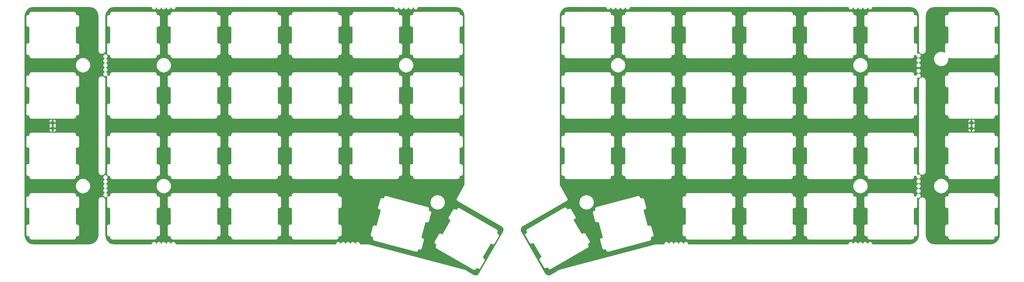
<source format=gbl>
G04 #@! TF.GenerationSoftware,KiCad,Pcbnew,(5.1.2-1)-1*
G04 #@! TF.CreationDate,2020-07-25T23:38:00-05:00*
G04 #@! TF.ProjectId,Dori_top_plate,446f7269-5f74-46f7-905f-706c6174652e,rev?*
G04 #@! TF.SameCoordinates,Original*
G04 #@! TF.FileFunction,Copper,L2,Bot*
G04 #@! TF.FilePolarity,Positive*
%FSLAX46Y46*%
G04 Gerber Fmt 4.6, Leading zero omitted, Abs format (unit mm)*
G04 Created by KiCad (PCBNEW (5.1.2-1)-1) date 2020-07-25 23:38:00*
%MOMM*%
%LPD*%
G04 APERTURE LIST*
%ADD10C,0.100000*%
%ADD11C,0.950000*%
%ADD12C,0.500000*%
%ADD13C,0.250000*%
%ADD14C,0.254000*%
G04 APERTURE END LIST*
D10*
G36*
X389992029Y-81313644D02*
G01*
X390015084Y-81317063D01*
X390037693Y-81322727D01*
X390059637Y-81330579D01*
X390080707Y-81340544D01*
X390100698Y-81352526D01*
X390119418Y-81366410D01*
X390136688Y-81382062D01*
X390152340Y-81399332D01*
X390166224Y-81418052D01*
X390178206Y-81438043D01*
X390188171Y-81459113D01*
X390196023Y-81481057D01*
X390201687Y-81503666D01*
X390205106Y-81526721D01*
X390206250Y-81550000D01*
X390206250Y-82125000D01*
X390205106Y-82148279D01*
X390201687Y-82171334D01*
X390196023Y-82193943D01*
X390188171Y-82215887D01*
X390178206Y-82236957D01*
X390166224Y-82256948D01*
X390152340Y-82275668D01*
X390136688Y-82292938D01*
X390119418Y-82308590D01*
X390100698Y-82322474D01*
X390080707Y-82334456D01*
X390059637Y-82344421D01*
X390037693Y-82352273D01*
X390015084Y-82357937D01*
X389992029Y-82361356D01*
X389968750Y-82362500D01*
X389493750Y-82362500D01*
X389470471Y-82361356D01*
X389447416Y-82357937D01*
X389424807Y-82352273D01*
X389402863Y-82344421D01*
X389381793Y-82334456D01*
X389361802Y-82322474D01*
X389343082Y-82308590D01*
X389325812Y-82292938D01*
X389310160Y-82275668D01*
X389296276Y-82256948D01*
X389284294Y-82236957D01*
X389274329Y-82215887D01*
X389266477Y-82193943D01*
X389260813Y-82171334D01*
X389257394Y-82148279D01*
X389256250Y-82125000D01*
X389256250Y-81550000D01*
X389257394Y-81526721D01*
X389260813Y-81503666D01*
X389266477Y-81481057D01*
X389274329Y-81459113D01*
X389284294Y-81438043D01*
X389296276Y-81418052D01*
X389310160Y-81399332D01*
X389325812Y-81382062D01*
X389343082Y-81366410D01*
X389361802Y-81352526D01*
X389381793Y-81340544D01*
X389402863Y-81330579D01*
X389424807Y-81322727D01*
X389447416Y-81317063D01*
X389470471Y-81313644D01*
X389493750Y-81312500D01*
X389968750Y-81312500D01*
X389992029Y-81313644D01*
X389992029Y-81313644D01*
G37*
D11*
X389731250Y-81837500D03*
D10*
G36*
X389992029Y-79563644D02*
G01*
X390015084Y-79567063D01*
X390037693Y-79572727D01*
X390059637Y-79580579D01*
X390080707Y-79590544D01*
X390100698Y-79602526D01*
X390119418Y-79616410D01*
X390136688Y-79632062D01*
X390152340Y-79649332D01*
X390166224Y-79668052D01*
X390178206Y-79688043D01*
X390188171Y-79709113D01*
X390196023Y-79731057D01*
X390201687Y-79753666D01*
X390205106Y-79776721D01*
X390206250Y-79800000D01*
X390206250Y-80375000D01*
X390205106Y-80398279D01*
X390201687Y-80421334D01*
X390196023Y-80443943D01*
X390188171Y-80465887D01*
X390178206Y-80486957D01*
X390166224Y-80506948D01*
X390152340Y-80525668D01*
X390136688Y-80542938D01*
X390119418Y-80558590D01*
X390100698Y-80572474D01*
X390080707Y-80584456D01*
X390059637Y-80594421D01*
X390037693Y-80602273D01*
X390015084Y-80607937D01*
X389992029Y-80611356D01*
X389968750Y-80612500D01*
X389493750Y-80612500D01*
X389470471Y-80611356D01*
X389447416Y-80607937D01*
X389424807Y-80602273D01*
X389402863Y-80594421D01*
X389381793Y-80584456D01*
X389361802Y-80572474D01*
X389343082Y-80558590D01*
X389325812Y-80542938D01*
X389310160Y-80525668D01*
X389296276Y-80506948D01*
X389284294Y-80486957D01*
X389274329Y-80465887D01*
X389266477Y-80443943D01*
X389260813Y-80421334D01*
X389257394Y-80398279D01*
X389256250Y-80375000D01*
X389256250Y-79800000D01*
X389257394Y-79776721D01*
X389260813Y-79753666D01*
X389266477Y-79731057D01*
X389274329Y-79709113D01*
X389284294Y-79688043D01*
X389296276Y-79668052D01*
X389310160Y-79649332D01*
X389325812Y-79632062D01*
X389343082Y-79616410D01*
X389361802Y-79602526D01*
X389381793Y-79590544D01*
X389402863Y-79580579D01*
X389424807Y-79572727D01*
X389447416Y-79567063D01*
X389470471Y-79563644D01*
X389493750Y-79562500D01*
X389968750Y-79562500D01*
X389992029Y-79563644D01*
X389992029Y-79563644D01*
G37*
D11*
X389731250Y-80087500D03*
D10*
G36*
X101067029Y-81313644D02*
G01*
X101090084Y-81317063D01*
X101112693Y-81322727D01*
X101134637Y-81330579D01*
X101155707Y-81340544D01*
X101175698Y-81352526D01*
X101194418Y-81366410D01*
X101211688Y-81382062D01*
X101227340Y-81399332D01*
X101241224Y-81418052D01*
X101253206Y-81438043D01*
X101263171Y-81459113D01*
X101271023Y-81481057D01*
X101276687Y-81503666D01*
X101280106Y-81526721D01*
X101281250Y-81550000D01*
X101281250Y-82125000D01*
X101280106Y-82148279D01*
X101276687Y-82171334D01*
X101271023Y-82193943D01*
X101263171Y-82215887D01*
X101253206Y-82236957D01*
X101241224Y-82256948D01*
X101227340Y-82275668D01*
X101211688Y-82292938D01*
X101194418Y-82308590D01*
X101175698Y-82322474D01*
X101155707Y-82334456D01*
X101134637Y-82344421D01*
X101112693Y-82352273D01*
X101090084Y-82357937D01*
X101067029Y-82361356D01*
X101043750Y-82362500D01*
X100568750Y-82362500D01*
X100545471Y-82361356D01*
X100522416Y-82357937D01*
X100499807Y-82352273D01*
X100477863Y-82344421D01*
X100456793Y-82334456D01*
X100436802Y-82322474D01*
X100418082Y-82308590D01*
X100400812Y-82292938D01*
X100385160Y-82275668D01*
X100371276Y-82256948D01*
X100359294Y-82236957D01*
X100349329Y-82215887D01*
X100341477Y-82193943D01*
X100335813Y-82171334D01*
X100332394Y-82148279D01*
X100331250Y-82125000D01*
X100331250Y-81550000D01*
X100332394Y-81526721D01*
X100335813Y-81503666D01*
X100341477Y-81481057D01*
X100349329Y-81459113D01*
X100359294Y-81438043D01*
X100371276Y-81418052D01*
X100385160Y-81399332D01*
X100400812Y-81382062D01*
X100418082Y-81366410D01*
X100436802Y-81352526D01*
X100456793Y-81340544D01*
X100477863Y-81330579D01*
X100499807Y-81322727D01*
X100522416Y-81317063D01*
X100545471Y-81313644D01*
X100568750Y-81312500D01*
X101043750Y-81312500D01*
X101067029Y-81313644D01*
X101067029Y-81313644D01*
G37*
D11*
X100806250Y-81837500D03*
D10*
G36*
X101067029Y-79563644D02*
G01*
X101090084Y-79567063D01*
X101112693Y-79572727D01*
X101134637Y-79580579D01*
X101155707Y-79590544D01*
X101175698Y-79602526D01*
X101194418Y-79616410D01*
X101211688Y-79632062D01*
X101227340Y-79649332D01*
X101241224Y-79668052D01*
X101253206Y-79688043D01*
X101263171Y-79709113D01*
X101271023Y-79731057D01*
X101276687Y-79753666D01*
X101280106Y-79776721D01*
X101281250Y-79800000D01*
X101281250Y-80375000D01*
X101280106Y-80398279D01*
X101276687Y-80421334D01*
X101271023Y-80443943D01*
X101263171Y-80465887D01*
X101253206Y-80486957D01*
X101241224Y-80506948D01*
X101227340Y-80525668D01*
X101211688Y-80542938D01*
X101194418Y-80558590D01*
X101175698Y-80572474D01*
X101155707Y-80584456D01*
X101134637Y-80594421D01*
X101112693Y-80602273D01*
X101090084Y-80607937D01*
X101067029Y-80611356D01*
X101043750Y-80612500D01*
X100568750Y-80612500D01*
X100545471Y-80611356D01*
X100522416Y-80607937D01*
X100499807Y-80602273D01*
X100477863Y-80594421D01*
X100456793Y-80584456D01*
X100436802Y-80572474D01*
X100418082Y-80558590D01*
X100400812Y-80542938D01*
X100385160Y-80525668D01*
X100371276Y-80506948D01*
X100359294Y-80486957D01*
X100349329Y-80465887D01*
X100341477Y-80443943D01*
X100335813Y-80421334D01*
X100332394Y-80398279D01*
X100331250Y-80375000D01*
X100331250Y-79800000D01*
X100332394Y-79776721D01*
X100335813Y-79753666D01*
X100341477Y-79731057D01*
X100349329Y-79709113D01*
X100359294Y-79688043D01*
X100371276Y-79668052D01*
X100385160Y-79649332D01*
X100400812Y-79632062D01*
X100418082Y-79616410D01*
X100436802Y-79602526D01*
X100456793Y-79590544D01*
X100477863Y-79580579D01*
X100499807Y-79572727D01*
X100522416Y-79567063D01*
X100545471Y-79563644D01*
X100568750Y-79562500D01*
X101043750Y-79562500D01*
X101067029Y-79563644D01*
X101067029Y-79563644D01*
G37*
D11*
X100806250Y-80087500D03*
D12*
X100806250Y-78978125D03*
X389731250Y-78978125D03*
D13*
X100806250Y-80087500D02*
X100806250Y-78978125D01*
X389731250Y-80087500D02*
X389731250Y-78978125D01*
D14*
G36*
X350981250Y-43732778D02*
G01*
X351011109Y-43882893D01*
X351069681Y-44024298D01*
X351154714Y-44151559D01*
X351262941Y-44259786D01*
X351390202Y-44344819D01*
X351531607Y-44403391D01*
X351681722Y-44433250D01*
X351834778Y-44433250D01*
X351984893Y-44403391D01*
X352126298Y-44344819D01*
X352253559Y-44259786D01*
X352361786Y-44151559D01*
X352446819Y-44024298D01*
X352505391Y-43882893D01*
X352520250Y-43808190D01*
X352535109Y-43882893D01*
X352593681Y-44024298D01*
X352678714Y-44151559D01*
X352786941Y-44259786D01*
X352914202Y-44344819D01*
X353055607Y-44403391D01*
X353205722Y-44433250D01*
X353358778Y-44433250D01*
X353508893Y-44403391D01*
X353650298Y-44344819D01*
X353777559Y-44259786D01*
X353885786Y-44151559D01*
X353970819Y-44024298D01*
X354029391Y-43882893D01*
X354044250Y-43808190D01*
X354059109Y-43882893D01*
X354117681Y-44024298D01*
X354202714Y-44151559D01*
X354310941Y-44259786D01*
X354438202Y-44344819D01*
X354579607Y-44403391D01*
X354729722Y-44433250D01*
X354882778Y-44433250D01*
X355032893Y-44403391D01*
X355174298Y-44344819D01*
X355301559Y-44259786D01*
X355409786Y-44151559D01*
X355494819Y-44024298D01*
X355553391Y-43882893D01*
X355568250Y-43808190D01*
X355583109Y-43882893D01*
X355641681Y-44024298D01*
X355726714Y-44151559D01*
X355834941Y-44259786D01*
X355962202Y-44344819D01*
X356103607Y-44403391D01*
X356253722Y-44433250D01*
X356406778Y-44433250D01*
X356556893Y-44403391D01*
X356698298Y-44344819D01*
X356825559Y-44259786D01*
X356933786Y-44151559D01*
X357018819Y-44024298D01*
X357077391Y-43882893D01*
X357092250Y-43808190D01*
X357107109Y-43882893D01*
X357165681Y-44024298D01*
X357250714Y-44151559D01*
X357358941Y-44259786D01*
X357486202Y-44344819D01*
X357627607Y-44403391D01*
X357777722Y-44433250D01*
X357930778Y-44433250D01*
X358080893Y-44403391D01*
X358222298Y-44344819D01*
X358349559Y-44259786D01*
X358457786Y-44151559D01*
X358542819Y-44024298D01*
X358601391Y-43882893D01*
X358631250Y-43732778D01*
X358631250Y-43649208D01*
X358735487Y-43659428D01*
X358755253Y-43661375D01*
X370264719Y-43661375D01*
X370822612Y-43716077D01*
X371340345Y-43872390D01*
X371817860Y-44126289D01*
X372236968Y-44468104D01*
X372581700Y-44884815D01*
X372838925Y-45360543D01*
X372998848Y-45877172D01*
X373057371Y-46433972D01*
X373057375Y-46435156D01*
X373057376Y-57296747D01*
X373059371Y-57317002D01*
X373059371Y-57327307D01*
X373059957Y-57332889D01*
X373077218Y-57486768D01*
X373084799Y-57522430D01*
X373091870Y-57558145D01*
X373093530Y-57563507D01*
X373140349Y-57711102D01*
X373154707Y-57744603D01*
X373168588Y-57778280D01*
X373171258Y-57783218D01*
X373245854Y-57918907D01*
X373266427Y-57948952D01*
X373286600Y-57979316D01*
X373290179Y-57983641D01*
X373389709Y-58102258D01*
X373415761Y-58127770D01*
X373441416Y-58153605D01*
X373445760Y-58157147D01*
X373445764Y-58157151D01*
X373445766Y-58157152D01*
X373566441Y-58254177D01*
X373596939Y-58274134D01*
X373627135Y-58294502D01*
X373632086Y-58297134D01*
X373632090Y-58297137D01*
X373632094Y-58297139D01*
X373769314Y-58368875D01*
X373803076Y-58382516D01*
X373836682Y-58396643D01*
X373842056Y-58398265D01*
X373990599Y-58441984D01*
X374026402Y-58448814D01*
X374062080Y-58456138D01*
X374067664Y-58456685D01*
X374067666Y-58456685D01*
X374221872Y-58470719D01*
X374258269Y-58470465D01*
X374294742Y-58470720D01*
X374300329Y-58470172D01*
X374454323Y-58453986D01*
X374490029Y-58446656D01*
X374525802Y-58439833D01*
X374531174Y-58438211D01*
X374531180Y-58438209D01*
X374679094Y-58392422D01*
X374712659Y-58378313D01*
X374746464Y-58364655D01*
X374751420Y-58362019D01*
X374887628Y-58288372D01*
X374917832Y-58267999D01*
X374948324Y-58248046D01*
X374952674Y-58244498D01*
X375071982Y-58145797D01*
X375097661Y-58119938D01*
X375123685Y-58094454D01*
X375127263Y-58090129D01*
X375225129Y-57970133D01*
X375245280Y-57939804D01*
X375265878Y-57909722D01*
X375268544Y-57904789D01*
X375268547Y-57904785D01*
X375268549Y-57904781D01*
X375341241Y-57768066D01*
X375355123Y-57734387D01*
X375369479Y-57700892D01*
X375371136Y-57695536D01*
X375371139Y-57695529D01*
X375371140Y-57695522D01*
X375415893Y-57547295D01*
X375422968Y-57511566D01*
X375430546Y-57475915D01*
X375431132Y-57470332D01*
X375446242Y-57316228D01*
X375446242Y-57316223D01*
X375448159Y-57296773D01*
X375448873Y-46454048D01*
X375503577Y-45896138D01*
X375659890Y-45378405D01*
X375913789Y-44900890D01*
X376255604Y-44481782D01*
X376672315Y-44137050D01*
X377148043Y-43879825D01*
X377664672Y-43719902D01*
X378221472Y-43661379D01*
X378222695Y-43661375D01*
X395664719Y-43661375D01*
X396222612Y-43716077D01*
X396740345Y-43872390D01*
X397217860Y-44126289D01*
X397636968Y-44468104D01*
X397981700Y-44884815D01*
X398238925Y-45360543D01*
X398398848Y-45877172D01*
X398457371Y-46433972D01*
X398457376Y-46435483D01*
X398457375Y-115470969D01*
X398402673Y-116028862D01*
X398246360Y-116546595D01*
X397992460Y-117024112D01*
X397650644Y-117443221D01*
X397233937Y-117787949D01*
X396758211Y-118045174D01*
X396241578Y-118205098D01*
X395684778Y-118263621D01*
X395683555Y-118263625D01*
X378241531Y-118263625D01*
X377683638Y-118208923D01*
X377165905Y-118052610D01*
X376688388Y-117798710D01*
X376269279Y-117456894D01*
X375924551Y-117040187D01*
X375667326Y-116564461D01*
X375507402Y-116047828D01*
X375448879Y-115491028D01*
X375448875Y-115489805D01*
X375448875Y-104628253D01*
X375446879Y-104607988D01*
X375446879Y-104597693D01*
X375446292Y-104592111D01*
X375429032Y-104438232D01*
X375421448Y-104402556D01*
X375414380Y-104366856D01*
X375412720Y-104361494D01*
X375365901Y-104213898D01*
X375351543Y-104180397D01*
X375337662Y-104146720D01*
X375334992Y-104141782D01*
X375260395Y-104006092D01*
X375239800Y-103976014D01*
X375219649Y-103945684D01*
X375216071Y-103941359D01*
X375216070Y-103941357D01*
X375216066Y-103941353D01*
X375116540Y-103822742D01*
X375090508Y-103797249D01*
X375064835Y-103771396D01*
X375060485Y-103767848D01*
X374996649Y-103716523D01*
X381304250Y-103716523D01*
X381304251Y-106358478D01*
X381306027Y-106376515D01*
X381306015Y-106378293D01*
X381306596Y-106384227D01*
X381309630Y-106413092D01*
X381310429Y-106421207D01*
X381310511Y-106421478D01*
X381312716Y-106442456D01*
X381320508Y-106480416D01*
X381327751Y-106518384D01*
X381329473Y-106524091D01*
X381346788Y-106580024D01*
X381361788Y-106615707D01*
X381376284Y-106651585D01*
X381379082Y-106656849D01*
X381406931Y-106708352D01*
X381428561Y-106740419D01*
X381449763Y-106772819D01*
X381453531Y-106777439D01*
X381490852Y-106822552D01*
X381518320Y-106849829D01*
X381545391Y-106877473D01*
X381549979Y-106881268D01*
X381549984Y-106881273D01*
X381549989Y-106881277D01*
X381595358Y-106918279D01*
X381627633Y-106939723D01*
X381659520Y-106961556D01*
X381664764Y-106964392D01*
X381664770Y-106964396D01*
X381664777Y-106964399D01*
X381716461Y-106991881D01*
X381752264Y-107006638D01*
X381787816Y-107021876D01*
X381793511Y-107023639D01*
X381849562Y-107040562D01*
X381887549Y-107048084D01*
X381925386Y-107056126D01*
X381931306Y-107056748D01*
X381931311Y-107056749D01*
X381931315Y-107056749D01*
X381988240Y-107062330D01*
X382010272Y-107064500D01*
X382304250Y-107064500D01*
X382304251Y-112010500D01*
X381910272Y-112010500D01*
X381892291Y-112012271D01*
X381891156Y-112012263D01*
X381885222Y-112012844D01*
X381866608Y-112014800D01*
X381847543Y-112016678D01*
X381846907Y-112016871D01*
X381846402Y-112016924D01*
X381808508Y-112024702D01*
X381770477Y-112031957D01*
X381764770Y-112033680D01*
X381727482Y-112045222D01*
X381691790Y-112060226D01*
X381655924Y-112074716D01*
X381650659Y-112077515D01*
X381616323Y-112096080D01*
X381584233Y-112117725D01*
X381551846Y-112138919D01*
X381547237Y-112142678D01*
X381547234Y-112142680D01*
X381547232Y-112142683D01*
X381547226Y-112142687D01*
X381517151Y-112167568D01*
X381489873Y-112195038D01*
X381462232Y-112222106D01*
X381458432Y-112226700D01*
X381433762Y-112256949D01*
X381412329Y-112289209D01*
X381390484Y-112321112D01*
X381387648Y-112326356D01*
X381369323Y-112360820D01*
X381354564Y-112396627D01*
X381339330Y-112432172D01*
X381337566Y-112437867D01*
X381326284Y-112475234D01*
X381318762Y-112513224D01*
X381310720Y-112551056D01*
X381310435Y-112553772D01*
X381310428Y-112553794D01*
X381310364Y-112554447D01*
X381310097Y-112556985D01*
X381306360Y-112595102D01*
X381304250Y-112616523D01*
X381304251Y-115258478D01*
X381306027Y-115276515D01*
X381306015Y-115278293D01*
X381306596Y-115284227D01*
X381309630Y-115313092D01*
X381310429Y-115321207D01*
X381310511Y-115321478D01*
X381312716Y-115342456D01*
X381320508Y-115380416D01*
X381327751Y-115418384D01*
X381329473Y-115424091D01*
X381346788Y-115480024D01*
X381361788Y-115515707D01*
X381376284Y-115551585D01*
X381379082Y-115556849D01*
X381406931Y-115608352D01*
X381428561Y-115640419D01*
X381449763Y-115672819D01*
X381453531Y-115677439D01*
X381490852Y-115722552D01*
X381518320Y-115749829D01*
X381545391Y-115777473D01*
X381549979Y-115781268D01*
X381549984Y-115781273D01*
X381549989Y-115781277D01*
X381595358Y-115818279D01*
X381627633Y-115839723D01*
X381659520Y-115861556D01*
X381664764Y-115864392D01*
X381664770Y-115864396D01*
X381664777Y-115864399D01*
X381716461Y-115891881D01*
X381752264Y-115906638D01*
X381787816Y-115921876D01*
X381793511Y-115923639D01*
X381849562Y-115940562D01*
X381887549Y-115948084D01*
X381925386Y-115956126D01*
X381931306Y-115956748D01*
X381931311Y-115956749D01*
X381931315Y-115956749D01*
X381988240Y-115962330D01*
X382010272Y-115964500D01*
X382304250Y-115964500D01*
X382304250Y-116258477D01*
X382306027Y-116276523D01*
X382306015Y-116278293D01*
X382306596Y-116284227D01*
X382309615Y-116312956D01*
X382310428Y-116321206D01*
X382310512Y-116321481D01*
X382312716Y-116342456D01*
X382320508Y-116380416D01*
X382327751Y-116418384D01*
X382329473Y-116424091D01*
X382346788Y-116480024D01*
X382361788Y-116515707D01*
X382376284Y-116551585D01*
X382379082Y-116556849D01*
X382406931Y-116608352D01*
X382428561Y-116640419D01*
X382449763Y-116672819D01*
X382453531Y-116677439D01*
X382490852Y-116722552D01*
X382518320Y-116749829D01*
X382545391Y-116777473D01*
X382549979Y-116781268D01*
X382549984Y-116781273D01*
X382549989Y-116781277D01*
X382595358Y-116818279D01*
X382627633Y-116839723D01*
X382659520Y-116861556D01*
X382664764Y-116864392D01*
X382664770Y-116864396D01*
X382664777Y-116864399D01*
X382716461Y-116891881D01*
X382752264Y-116906638D01*
X382787816Y-116921876D01*
X382793511Y-116923639D01*
X382849562Y-116940562D01*
X382887549Y-116948084D01*
X382925386Y-116956126D01*
X382931306Y-116956748D01*
X382931311Y-116956749D01*
X382931315Y-116956749D01*
X382988240Y-116962330D01*
X383010272Y-116964500D01*
X396452228Y-116964500D01*
X396470274Y-116962723D01*
X396472043Y-116962735D01*
X396477977Y-116962154D01*
X396506691Y-116959136D01*
X396514957Y-116958322D01*
X396515233Y-116958238D01*
X396536206Y-116956034D01*
X396574166Y-116948242D01*
X396612134Y-116940999D01*
X396617841Y-116939277D01*
X396673774Y-116921962D01*
X396709457Y-116906962D01*
X396745335Y-116892466D01*
X396750599Y-116889668D01*
X396802102Y-116861819D01*
X396834169Y-116840189D01*
X396866569Y-116818987D01*
X396871189Y-116815219D01*
X396916302Y-116777898D01*
X396943579Y-116750430D01*
X396971223Y-116723359D01*
X396975021Y-116718768D01*
X396975023Y-116718766D01*
X396975027Y-116718761D01*
X397012029Y-116673392D01*
X397033473Y-116641117D01*
X397055306Y-116609230D01*
X397058142Y-116603986D01*
X397058146Y-116603980D01*
X397058149Y-116603973D01*
X397085631Y-116552289D01*
X397100388Y-116516486D01*
X397115626Y-116480934D01*
X397117389Y-116475239D01*
X397134312Y-116419188D01*
X397141834Y-116381201D01*
X397149876Y-116343364D01*
X397150498Y-116337444D01*
X397150499Y-116337439D01*
X397150499Y-116337435D01*
X397156121Y-116280096D01*
X397158250Y-116258478D01*
X397158250Y-115964500D01*
X397552228Y-115964500D01*
X397570209Y-115962729D01*
X397571344Y-115962737D01*
X397577278Y-115962156D01*
X397595892Y-115960200D01*
X397614957Y-115958322D01*
X397615593Y-115958129D01*
X397616098Y-115958076D01*
X397653986Y-115950299D01*
X397692023Y-115943043D01*
X397697731Y-115941320D01*
X397735018Y-115929778D01*
X397770741Y-115914761D01*
X397806577Y-115900283D01*
X397811841Y-115897485D01*
X397846177Y-115878920D01*
X397878267Y-115857275D01*
X397910654Y-115836081D01*
X397915263Y-115832322D01*
X397915266Y-115832320D01*
X397915268Y-115832317D01*
X397915274Y-115832313D01*
X397945349Y-115807432D01*
X397972630Y-115779960D01*
X398000267Y-115752894D01*
X398004068Y-115748300D01*
X398028738Y-115718052D01*
X398050168Y-115685797D01*
X398072016Y-115653888D01*
X398074852Y-115648644D01*
X398093177Y-115614180D01*
X398107936Y-115578373D01*
X398123170Y-115542828D01*
X398124934Y-115537133D01*
X398136216Y-115499766D01*
X398143744Y-115461747D01*
X398151779Y-115423945D01*
X398152065Y-115421232D01*
X398152072Y-115421207D01*
X398152143Y-115420482D01*
X398152403Y-115418015D01*
X398156212Y-115379168D01*
X398158250Y-115358478D01*
X398158250Y-112716522D01*
X398156473Y-112698476D01*
X398156485Y-112696707D01*
X398155904Y-112690773D01*
X398152886Y-112662059D01*
X398152072Y-112653793D01*
X398151988Y-112653517D01*
X398149784Y-112632544D01*
X398142006Y-112594652D01*
X398134750Y-112556617D01*
X398133027Y-112550909D01*
X398115713Y-112494977D01*
X398100701Y-112459265D01*
X398086217Y-112423416D01*
X398083418Y-112418151D01*
X398055570Y-112366648D01*
X398033907Y-112334531D01*
X398012737Y-112302181D01*
X398008969Y-112297560D01*
X397971648Y-112252448D01*
X397944196Y-112225187D01*
X397917109Y-112197527D01*
X397912515Y-112193727D01*
X397867142Y-112156722D01*
X397834893Y-112135295D01*
X397802980Y-112113444D01*
X397797736Y-112110608D01*
X397797730Y-112110604D01*
X397797723Y-112110601D01*
X397746040Y-112083120D01*
X397710255Y-112068370D01*
X397674684Y-112053124D01*
X397668989Y-112051361D01*
X397612938Y-112034438D01*
X397574944Y-112026915D01*
X397537114Y-112018874D01*
X397531195Y-112018252D01*
X397531189Y-112018251D01*
X397531184Y-112018251D01*
X397474265Y-112012670D01*
X397452228Y-112010500D01*
X397158250Y-112010500D01*
X397158250Y-107064500D01*
X397552228Y-107064500D01*
X397570209Y-107062729D01*
X397571344Y-107062737D01*
X397577278Y-107062156D01*
X397595892Y-107060200D01*
X397614957Y-107058322D01*
X397615593Y-107058129D01*
X397616098Y-107058076D01*
X397653986Y-107050299D01*
X397692023Y-107043043D01*
X397697731Y-107041320D01*
X397735018Y-107029778D01*
X397770741Y-107014761D01*
X397806577Y-107000283D01*
X397811841Y-106997485D01*
X397846177Y-106978920D01*
X397878267Y-106957275D01*
X397910654Y-106936081D01*
X397915263Y-106932322D01*
X397915266Y-106932320D01*
X397915268Y-106932317D01*
X397915274Y-106932313D01*
X397945349Y-106907432D01*
X397972630Y-106879960D01*
X398000267Y-106852894D01*
X398004068Y-106848300D01*
X398028738Y-106818052D01*
X398050168Y-106785797D01*
X398072016Y-106753888D01*
X398074852Y-106748644D01*
X398093177Y-106714180D01*
X398107936Y-106678373D01*
X398123170Y-106642828D01*
X398124934Y-106637133D01*
X398136216Y-106599766D01*
X398143744Y-106561747D01*
X398151779Y-106523945D01*
X398152065Y-106521232D01*
X398152072Y-106521207D01*
X398152143Y-106520482D01*
X398152403Y-106518015D01*
X398156212Y-106479168D01*
X398158250Y-106458478D01*
X398158250Y-103816522D01*
X398156473Y-103798476D01*
X398156485Y-103796707D01*
X398155904Y-103790773D01*
X398152886Y-103762059D01*
X398152072Y-103753793D01*
X398151988Y-103753517D01*
X398149784Y-103732544D01*
X398142006Y-103694652D01*
X398134750Y-103656617D01*
X398133027Y-103650909D01*
X398115713Y-103594977D01*
X398100701Y-103559265D01*
X398086217Y-103523416D01*
X398083418Y-103518151D01*
X398055570Y-103466648D01*
X398033907Y-103434531D01*
X398012737Y-103402181D01*
X398008969Y-103397560D01*
X397971648Y-103352448D01*
X397944196Y-103325187D01*
X397917109Y-103297527D01*
X397912515Y-103293727D01*
X397867142Y-103256722D01*
X397834893Y-103235295D01*
X397802980Y-103213444D01*
X397797736Y-103210608D01*
X397797730Y-103210604D01*
X397797723Y-103210601D01*
X397746040Y-103183120D01*
X397710255Y-103168370D01*
X397674684Y-103153124D01*
X397668989Y-103151361D01*
X397612938Y-103134438D01*
X397574944Y-103126915D01*
X397537114Y-103118874D01*
X397531195Y-103118252D01*
X397531189Y-103118251D01*
X397531184Y-103118251D01*
X397474265Y-103112670D01*
X397452228Y-103110500D01*
X397158250Y-103110500D01*
X397158250Y-102816522D01*
X397156473Y-102798476D01*
X397156485Y-102796707D01*
X397155904Y-102790773D01*
X397152886Y-102762059D01*
X397152072Y-102753793D01*
X397151988Y-102753517D01*
X397149784Y-102732544D01*
X397142006Y-102694652D01*
X397134750Y-102656617D01*
X397133027Y-102650909D01*
X397115713Y-102594977D01*
X397100701Y-102559265D01*
X397086217Y-102523416D01*
X397083418Y-102518151D01*
X397055570Y-102466648D01*
X397033907Y-102434531D01*
X397012737Y-102402181D01*
X397008969Y-102397560D01*
X396971648Y-102352448D01*
X396944196Y-102325187D01*
X396917109Y-102297527D01*
X396912515Y-102293727D01*
X396867142Y-102256722D01*
X396834893Y-102235295D01*
X396802980Y-102213444D01*
X396797736Y-102210608D01*
X396797730Y-102210604D01*
X396797723Y-102210601D01*
X396746040Y-102183120D01*
X396710255Y-102168370D01*
X396674684Y-102153124D01*
X396668989Y-102151361D01*
X396612938Y-102134438D01*
X396574944Y-102126915D01*
X396537114Y-102118874D01*
X396531195Y-102118252D01*
X396531189Y-102118251D01*
X396531184Y-102118251D01*
X396474265Y-102112670D01*
X396452228Y-102110500D01*
X383010272Y-102110500D01*
X382992226Y-102112277D01*
X382990457Y-102112265D01*
X382984523Y-102112846D01*
X382955809Y-102115864D01*
X382947543Y-102116678D01*
X382947267Y-102116762D01*
X382926294Y-102118966D01*
X382888402Y-102126744D01*
X382850367Y-102134000D01*
X382844659Y-102135723D01*
X382788727Y-102153037D01*
X382753015Y-102168049D01*
X382717166Y-102182533D01*
X382711901Y-102185332D01*
X382660398Y-102213180D01*
X382628281Y-102234843D01*
X382595931Y-102256013D01*
X382591310Y-102259781D01*
X382546198Y-102297102D01*
X382518937Y-102324554D01*
X382491277Y-102351641D01*
X382487477Y-102356235D01*
X382450472Y-102401608D01*
X382429045Y-102433857D01*
X382407194Y-102465770D01*
X382404358Y-102471014D01*
X382404354Y-102471020D01*
X382404351Y-102471027D01*
X382376870Y-102522710D01*
X382362120Y-102558495D01*
X382346874Y-102594066D01*
X382345111Y-102599761D01*
X382328188Y-102655812D01*
X382320665Y-102693806D01*
X382312624Y-102731636D01*
X382312002Y-102737555D01*
X382312001Y-102737561D01*
X382312001Y-102737566D01*
X382306382Y-102794875D01*
X382304250Y-102816522D01*
X382304250Y-103110500D01*
X381910272Y-103110500D01*
X381892291Y-103112271D01*
X381891156Y-103112263D01*
X381885222Y-103112844D01*
X381866608Y-103114800D01*
X381847543Y-103116678D01*
X381846907Y-103116871D01*
X381846402Y-103116924D01*
X381808508Y-103124702D01*
X381770477Y-103131957D01*
X381764770Y-103133680D01*
X381727482Y-103145222D01*
X381691790Y-103160226D01*
X381655924Y-103174716D01*
X381650659Y-103177515D01*
X381616323Y-103196080D01*
X381584233Y-103217725D01*
X381551846Y-103238919D01*
X381547237Y-103242678D01*
X381547234Y-103242680D01*
X381547232Y-103242683D01*
X381547226Y-103242687D01*
X381517151Y-103267568D01*
X381489873Y-103295038D01*
X381462232Y-103322106D01*
X381458432Y-103326700D01*
X381433762Y-103356949D01*
X381412329Y-103389209D01*
X381390484Y-103421112D01*
X381387648Y-103426356D01*
X381369323Y-103460820D01*
X381354564Y-103496627D01*
X381339330Y-103532172D01*
X381337566Y-103537867D01*
X381326284Y-103575234D01*
X381318762Y-103613224D01*
X381310720Y-103651056D01*
X381310435Y-103653772D01*
X381310428Y-103653794D01*
X381310364Y-103654447D01*
X381310097Y-103656985D01*
X381306393Y-103694759D01*
X381304250Y-103716523D01*
X374996649Y-103716523D01*
X374939809Y-103670823D01*
X374909311Y-103650866D01*
X374879115Y-103630498D01*
X374874159Y-103627862D01*
X374736936Y-103556125D01*
X374703186Y-103542489D01*
X374669568Y-103528357D01*
X374664194Y-103526735D01*
X374515651Y-103483016D01*
X374479880Y-103476192D01*
X374444170Y-103468862D01*
X374438583Y-103468314D01*
X374284378Y-103454281D01*
X374247981Y-103454535D01*
X374211507Y-103454280D01*
X374205921Y-103454828D01*
X374051926Y-103471014D01*
X374016207Y-103478346D01*
X373980448Y-103485167D01*
X373975078Y-103486789D01*
X373975072Y-103486790D01*
X373975066Y-103486792D01*
X373827156Y-103532578D01*
X373793572Y-103546695D01*
X373759785Y-103560346D01*
X373754829Y-103562981D01*
X373618622Y-103636628D01*
X373588440Y-103656986D01*
X373557926Y-103676954D01*
X373553576Y-103680502D01*
X373434268Y-103779203D01*
X373408589Y-103805062D01*
X373382565Y-103830546D01*
X373378987Y-103834871D01*
X373281121Y-103954866D01*
X373260946Y-103985232D01*
X373240373Y-104015278D01*
X373237703Y-104020216D01*
X373165009Y-104156934D01*
X373151133Y-104190599D01*
X373136771Y-104224107D01*
X373135114Y-104229464D01*
X373135111Y-104229471D01*
X373135110Y-104229478D01*
X373090357Y-104377705D01*
X373083282Y-104413434D01*
X373075704Y-104449085D01*
X373075118Y-104454668D01*
X373064221Y-104565805D01*
X373063193Y-104569194D01*
X373057376Y-104628253D01*
X373057375Y-115470969D01*
X373002673Y-116028862D01*
X372846360Y-116546595D01*
X372592460Y-117024112D01*
X372250644Y-117443221D01*
X371833937Y-117787949D01*
X371358211Y-118045174D01*
X370841578Y-118205098D01*
X370284778Y-118263621D01*
X370283555Y-118263625D01*
X358755253Y-118263625D01*
X358737920Y-118265332D01*
X358733025Y-118265298D01*
X358727439Y-118265846D01*
X358631250Y-118275956D01*
X358631250Y-118192222D01*
X358601391Y-118042107D01*
X358542819Y-117900702D01*
X358457786Y-117773441D01*
X358349559Y-117665214D01*
X358222298Y-117580181D01*
X358080893Y-117521609D01*
X357930778Y-117491750D01*
X357777722Y-117491750D01*
X357627607Y-117521609D01*
X357486202Y-117580181D01*
X357358941Y-117665214D01*
X357250714Y-117773441D01*
X357165681Y-117900702D01*
X357107109Y-118042107D01*
X357092250Y-118116810D01*
X357077391Y-118042107D01*
X357018819Y-117900702D01*
X356933786Y-117773441D01*
X356825559Y-117665214D01*
X356698298Y-117580181D01*
X356556893Y-117521609D01*
X356406778Y-117491750D01*
X356253722Y-117491750D01*
X356103607Y-117521609D01*
X355962202Y-117580181D01*
X355834941Y-117665214D01*
X355726714Y-117773441D01*
X355641681Y-117900702D01*
X355583109Y-118042107D01*
X355568250Y-118116810D01*
X355553391Y-118042107D01*
X355494819Y-117900702D01*
X355409786Y-117773441D01*
X355301559Y-117665214D01*
X355174298Y-117580181D01*
X355032893Y-117521609D01*
X354882778Y-117491750D01*
X354729722Y-117491750D01*
X354579607Y-117521609D01*
X354438202Y-117580181D01*
X354310941Y-117665214D01*
X354202714Y-117773441D01*
X354117681Y-117900702D01*
X354059109Y-118042107D01*
X354044250Y-118116810D01*
X354029391Y-118042107D01*
X353970819Y-117900702D01*
X353885786Y-117773441D01*
X353777559Y-117665214D01*
X353650298Y-117580181D01*
X353508893Y-117521609D01*
X353358778Y-117491750D01*
X353205722Y-117491750D01*
X353055607Y-117521609D01*
X352914202Y-117580181D01*
X352786941Y-117665214D01*
X352678714Y-117773441D01*
X352593681Y-117900702D01*
X352535109Y-118042107D01*
X352520250Y-118116810D01*
X352505391Y-118042107D01*
X352446819Y-117900702D01*
X352361786Y-117773441D01*
X352253559Y-117665214D01*
X352126298Y-117580181D01*
X351984893Y-117521609D01*
X351834778Y-117491750D01*
X351681722Y-117491750D01*
X351531607Y-117521609D01*
X351390202Y-117580181D01*
X351262941Y-117665214D01*
X351154714Y-117773441D01*
X351069681Y-117900702D01*
X351011109Y-118042107D01*
X350981250Y-118192222D01*
X350981250Y-118275793D01*
X350877013Y-118265572D01*
X350857247Y-118263625D01*
X300811503Y-118263625D01*
X300794170Y-118265332D01*
X300789275Y-118265298D01*
X300783689Y-118265846D01*
X300687500Y-118275956D01*
X300687500Y-118192222D01*
X300657641Y-118042107D01*
X300599069Y-117900702D01*
X300514036Y-117773441D01*
X300405809Y-117665214D01*
X300278548Y-117580181D01*
X300137143Y-117521609D01*
X299987028Y-117491750D01*
X299833972Y-117491750D01*
X299683857Y-117521609D01*
X299542452Y-117580181D01*
X299415191Y-117665214D01*
X299306964Y-117773441D01*
X299221931Y-117900702D01*
X299163359Y-118042107D01*
X299148500Y-118116810D01*
X299133641Y-118042107D01*
X299075069Y-117900702D01*
X298990036Y-117773441D01*
X298881809Y-117665214D01*
X298754548Y-117580181D01*
X298613143Y-117521609D01*
X298463028Y-117491750D01*
X298309972Y-117491750D01*
X298159857Y-117521609D01*
X298018452Y-117580181D01*
X297891191Y-117665214D01*
X297782964Y-117773441D01*
X297697931Y-117900702D01*
X297639359Y-118042107D01*
X297624500Y-118116810D01*
X297609641Y-118042107D01*
X297551069Y-117900702D01*
X297466036Y-117773441D01*
X297357809Y-117665214D01*
X297230548Y-117580181D01*
X297089143Y-117521609D01*
X296939028Y-117491750D01*
X296785972Y-117491750D01*
X296635857Y-117521609D01*
X296494452Y-117580181D01*
X296367191Y-117665214D01*
X296258964Y-117773441D01*
X296173931Y-117900702D01*
X296115359Y-118042107D01*
X296100500Y-118116810D01*
X296085641Y-118042107D01*
X296027069Y-117900702D01*
X295942036Y-117773441D01*
X295833809Y-117665214D01*
X295706548Y-117580181D01*
X295565143Y-117521609D01*
X295415028Y-117491750D01*
X295261972Y-117491750D01*
X295111857Y-117521609D01*
X294970452Y-117580181D01*
X294843191Y-117665214D01*
X294734964Y-117773441D01*
X294649931Y-117900702D01*
X294591359Y-118042107D01*
X294576500Y-118116810D01*
X294561641Y-118042107D01*
X294503069Y-117900702D01*
X294418036Y-117773441D01*
X294309809Y-117665214D01*
X294182548Y-117580181D01*
X294041143Y-117521609D01*
X293891028Y-117491750D01*
X293737972Y-117491750D01*
X293587857Y-117521609D01*
X293446452Y-117580181D01*
X293319191Y-117665214D01*
X293210964Y-117773441D01*
X293125931Y-117900702D01*
X293067359Y-118042107D01*
X293037500Y-118192222D01*
X293037500Y-118275793D01*
X292932979Y-118265544D01*
X292932978Y-118265544D01*
X292913867Y-118263644D01*
X290520138Y-118261438D01*
X290487858Y-118260239D01*
X290461069Y-118264541D01*
X290434060Y-118267176D01*
X290403128Y-118276527D01*
X260251211Y-126213436D01*
X260216296Y-126221950D01*
X260194972Y-126231872D01*
X260172939Y-126240055D01*
X260142380Y-126258871D01*
X257374390Y-127894502D01*
X257149283Y-127990104D01*
X256922450Y-128037534D01*
X256690733Y-128040003D01*
X256462945Y-127997417D01*
X256247761Y-127911396D01*
X256053393Y-127785222D01*
X255877274Y-127614017D01*
X255854357Y-127585247D01*
X248837717Y-115372236D01*
X249274741Y-115372236D01*
X249274907Y-115378196D01*
X249276269Y-115417205D01*
X249281394Y-115455617D01*
X249285970Y-115493994D01*
X249287290Y-115499808D01*
X249296203Y-115537810D01*
X249308677Y-115574452D01*
X249320636Y-115611257D01*
X249321746Y-115613750D01*
X249321751Y-115613772D01*
X249322019Y-115614363D01*
X249323061Y-115616704D01*
X249338754Y-115651298D01*
X249347766Y-115671186D01*
X250668743Y-117959187D01*
X250679304Y-117973926D01*
X250680177Y-117975462D01*
X250683648Y-117980310D01*
X250700530Y-118003547D01*
X250705457Y-118010423D01*
X250705671Y-118010623D01*
X250718062Y-118027679D01*
X250743792Y-118056660D01*
X250769049Y-118085920D01*
X250773386Y-118089994D01*
X250773390Y-118089998D01*
X250773394Y-118090001D01*
X250773395Y-118090002D01*
X250816355Y-118129783D01*
X250847186Y-118153185D01*
X250877677Y-118177007D01*
X250882729Y-118180164D01*
X250882735Y-118180168D01*
X250882741Y-118180171D01*
X250932601Y-118210845D01*
X250967376Y-118227806D01*
X251001929Y-118245260D01*
X251007502Y-118247377D01*
X251062380Y-118267786D01*
X251099816Y-118277677D01*
X251137072Y-118288079D01*
X251142951Y-118289074D01*
X251200747Y-118298435D01*
X251239376Y-118300865D01*
X251277964Y-118303834D01*
X251283924Y-118303668D01*
X251342438Y-118301624D01*
X251380818Y-118296502D01*
X251419223Y-118291923D01*
X251425037Y-118290602D01*
X251425040Y-118290601D01*
X251425042Y-118290601D01*
X251425044Y-118290600D01*
X251482040Y-118277232D01*
X251518676Y-118264760D01*
X251555483Y-118252801D01*
X251560926Y-118250377D01*
X251560930Y-118250376D01*
X251560934Y-118250374D01*
X251613751Y-118226415D01*
X251633186Y-118217609D01*
X251887780Y-118070619D01*
X254360780Y-122353983D01*
X254019585Y-122550972D01*
X254004913Y-122561486D01*
X254003907Y-122562057D01*
X253999059Y-122565528D01*
X253983810Y-122576607D01*
X253968349Y-122587686D01*
X253967897Y-122588169D01*
X253967481Y-122588471D01*
X253938531Y-122614174D01*
X253909246Y-122639453D01*
X253905164Y-122643799D01*
X253878644Y-122672438D01*
X253855245Y-122703265D01*
X253831418Y-122733762D01*
X253828258Y-122738818D01*
X253807805Y-122772065D01*
X253790816Y-122806897D01*
X253773392Y-122841391D01*
X253771274Y-122846964D01*
X253757668Y-122883549D01*
X253747778Y-122920980D01*
X253737373Y-122958250D01*
X253736381Y-122964115D01*
X253736380Y-122964120D01*
X253736380Y-122964125D01*
X253736379Y-122964129D01*
X253730139Y-123002660D01*
X253727708Y-123041311D01*
X253724741Y-123079862D01*
X253724907Y-123085822D01*
X253726269Y-123124831D01*
X253731394Y-123163243D01*
X253735970Y-123201620D01*
X253737290Y-123207434D01*
X253746203Y-123245436D01*
X253758677Y-123282078D01*
X253770636Y-123318883D01*
X253771746Y-123321376D01*
X253771751Y-123321398D01*
X253772019Y-123321989D01*
X253773061Y-123324330D01*
X253789186Y-123359877D01*
X253797766Y-123378812D01*
X255118743Y-125666813D01*
X255129304Y-125681552D01*
X255130177Y-125683088D01*
X255133648Y-125687936D01*
X255150530Y-125711173D01*
X255155457Y-125718049D01*
X255155671Y-125718249D01*
X255168062Y-125735305D01*
X255193792Y-125764286D01*
X255219049Y-125793546D01*
X255223386Y-125797620D01*
X255223390Y-125797624D01*
X255223394Y-125797627D01*
X255223395Y-125797628D01*
X255266355Y-125837409D01*
X255297186Y-125860811D01*
X255327677Y-125884633D01*
X255332729Y-125887790D01*
X255332735Y-125887794D01*
X255332741Y-125887797D01*
X255382601Y-125918471D01*
X255417376Y-125935432D01*
X255451929Y-125952886D01*
X255457502Y-125955003D01*
X255512380Y-125975412D01*
X255549816Y-125985303D01*
X255587072Y-125995705D01*
X255592951Y-125996700D01*
X255650747Y-126006061D01*
X255689376Y-126008491D01*
X255727964Y-126011460D01*
X255733924Y-126011294D01*
X255792438Y-126009250D01*
X255830818Y-126004128D01*
X255869223Y-125999549D01*
X255875037Y-125998228D01*
X255875040Y-125998227D01*
X255875042Y-125998227D01*
X255875044Y-125998226D01*
X255932040Y-125984858D01*
X255968676Y-125972386D01*
X256005483Y-125960427D01*
X256010926Y-125958003D01*
X256010930Y-125958002D01*
X256010934Y-125958000D01*
X256063751Y-125934041D01*
X256083186Y-125925235D01*
X256337780Y-125778245D01*
X256484769Y-126032838D01*
X256495324Y-126047568D01*
X256496202Y-126049113D01*
X256499673Y-126053961D01*
X256516692Y-126077386D01*
X256521484Y-126084074D01*
X256521692Y-126084268D01*
X256534087Y-126101330D01*
X256559817Y-126130311D01*
X256585074Y-126159571D01*
X256589411Y-126163645D01*
X256589415Y-126163649D01*
X256589419Y-126163652D01*
X256589420Y-126163653D01*
X256632380Y-126203434D01*
X256663211Y-126226836D01*
X256693702Y-126250658D01*
X256698754Y-126253815D01*
X256698760Y-126253819D01*
X256698766Y-126253822D01*
X256748626Y-126284496D01*
X256783401Y-126301457D01*
X256817954Y-126318911D01*
X256823527Y-126321028D01*
X256878405Y-126341437D01*
X256915834Y-126351326D01*
X256953099Y-126361731D01*
X256958974Y-126362725D01*
X256958978Y-126362725D01*
X257016774Y-126372086D01*
X257055426Y-126374518D01*
X257093983Y-126377485D01*
X257099943Y-126377319D01*
X257099946Y-126377319D01*
X257158457Y-126375276D01*
X257196844Y-126370154D01*
X257235249Y-126365575D01*
X257241055Y-126364256D01*
X257241061Y-126364255D01*
X257241066Y-126364253D01*
X257298066Y-126350884D01*
X257334702Y-126338412D01*
X257371509Y-126326453D01*
X257376952Y-126324029D01*
X257376956Y-126324028D01*
X257376960Y-126324026D01*
X257430275Y-126299841D01*
X257430278Y-126299839D01*
X257449212Y-126291260D01*
X269090287Y-119570283D01*
X269105024Y-119559723D01*
X269106562Y-119558849D01*
X269111410Y-119555378D01*
X269134734Y-119538433D01*
X269141523Y-119533568D01*
X269141720Y-119533357D01*
X269158779Y-119520964D01*
X269187760Y-119495234D01*
X269217020Y-119469977D01*
X269221094Y-119465640D01*
X269221098Y-119465636D01*
X269221102Y-119465631D01*
X269260883Y-119422671D01*
X269284285Y-119391840D01*
X269308107Y-119361349D01*
X269311266Y-119356293D01*
X269311268Y-119356291D01*
X269311271Y-119356285D01*
X269341945Y-119306425D01*
X269358906Y-119271650D01*
X269376360Y-119237097D01*
X269378477Y-119231524D01*
X269398886Y-119176646D01*
X269408775Y-119139217D01*
X269419180Y-119101952D01*
X269420174Y-119096074D01*
X269429535Y-119038277D01*
X269431968Y-118999607D01*
X269434934Y-118961069D01*
X269434768Y-118955109D01*
X269432725Y-118896594D01*
X269427604Y-118858211D01*
X269423024Y-118819802D01*
X269421703Y-118813988D01*
X269408333Y-118756985D01*
X269395849Y-118720314D01*
X269383901Y-118683542D01*
X269381477Y-118678095D01*
X269357290Y-118624776D01*
X269348709Y-118605838D01*
X269201719Y-118351245D01*
X269542915Y-118154257D01*
X269557599Y-118143735D01*
X269558593Y-118143170D01*
X269563441Y-118139700D01*
X269578660Y-118128643D01*
X269594151Y-118117542D01*
X269594603Y-118117059D01*
X269595019Y-118116757D01*
X269623963Y-118091059D01*
X269653254Y-118065776D01*
X269657335Y-118061430D01*
X269683856Y-118032790D01*
X269707269Y-118001944D01*
X269731082Y-117971465D01*
X269734242Y-117966409D01*
X269754695Y-117933163D01*
X269771677Y-117898344D01*
X269789108Y-117863837D01*
X269791226Y-117858264D01*
X269804832Y-117821679D01*
X269814722Y-117784248D01*
X269825127Y-117746978D01*
X269826119Y-117741113D01*
X269826120Y-117741108D01*
X269826121Y-117741099D01*
X269832361Y-117702568D01*
X269834792Y-117663917D01*
X269837759Y-117625366D01*
X269837593Y-117619407D01*
X269836231Y-117580397D01*
X269831107Y-117541989D01*
X269826530Y-117503608D01*
X269825210Y-117497794D01*
X269816297Y-117459792D01*
X269803816Y-117423128D01*
X269791864Y-117386344D01*
X269790754Y-117383852D01*
X269790749Y-117383829D01*
X269790467Y-117383206D01*
X269789439Y-117380898D01*
X269773314Y-117345351D01*
X269764734Y-117326415D01*
X268443756Y-115038415D01*
X268433199Y-115023683D01*
X268432323Y-115022140D01*
X268428853Y-115017292D01*
X268411886Y-114993939D01*
X268407042Y-114987179D01*
X268406831Y-114986981D01*
X268394438Y-114969924D01*
X268368725Y-114940962D01*
X268343451Y-114911682D01*
X268339105Y-114907600D01*
X268296145Y-114867819D01*
X268265314Y-114844417D01*
X268234823Y-114820595D01*
X268229767Y-114817435D01*
X268179899Y-114786757D01*
X268145137Y-114769802D01*
X268110571Y-114752342D01*
X268104997Y-114750225D01*
X268050120Y-114729816D01*
X268012674Y-114719922D01*
X267975427Y-114709523D01*
X267969549Y-114708528D01*
X267911753Y-114699167D01*
X267873124Y-114696737D01*
X267834536Y-114693768D01*
X267828577Y-114693934D01*
X267770062Y-114695978D01*
X267731686Y-114701099D01*
X267693277Y-114705679D01*
X267687463Y-114707000D01*
X267630460Y-114720370D01*
X267593789Y-114732854D01*
X267557017Y-114744802D01*
X267551570Y-114747226D01*
X267498741Y-114771191D01*
X267479314Y-114779993D01*
X267224721Y-114926982D01*
X264751719Y-110643620D01*
X265092915Y-110446631D01*
X265107599Y-110436109D01*
X265108593Y-110435544D01*
X265113441Y-110432074D01*
X265128660Y-110421017D01*
X265144151Y-110409916D01*
X265144603Y-110409433D01*
X265145019Y-110409131D01*
X265173963Y-110383433D01*
X265203254Y-110358150D01*
X265207335Y-110353804D01*
X265233856Y-110325164D01*
X265257269Y-110294318D01*
X265281082Y-110263839D01*
X265284242Y-110258783D01*
X265304695Y-110225537D01*
X265321677Y-110190718D01*
X265339108Y-110156211D01*
X265341226Y-110150638D01*
X265354832Y-110114053D01*
X265364722Y-110076622D01*
X265375127Y-110039352D01*
X265376119Y-110033487D01*
X265376120Y-110033482D01*
X265376121Y-110033473D01*
X265382361Y-109994942D01*
X265384792Y-109956291D01*
X265387759Y-109917740D01*
X265387593Y-109911781D01*
X265386231Y-109872771D01*
X265381107Y-109834363D01*
X265376530Y-109795982D01*
X265375210Y-109790168D01*
X265366297Y-109752166D01*
X265353817Y-109715506D01*
X265341864Y-109678718D01*
X265340754Y-109676226D01*
X265340749Y-109676203D01*
X265340467Y-109675580D01*
X265339439Y-109673272D01*
X265323314Y-109637725D01*
X265314734Y-109618789D01*
X264573545Y-108335012D01*
X270532029Y-108335012D01*
X270534594Y-108373627D01*
X270536619Y-108412274D01*
X270537047Y-108414976D01*
X270537046Y-108414994D01*
X270537130Y-108415501D01*
X270537551Y-108418163D01*
X270543926Y-108456672D01*
X270543929Y-108456684D01*
X270547314Y-108477185D01*
X271231101Y-111029119D01*
X271237489Y-111046093D01*
X271237936Y-111047807D01*
X271240034Y-111053388D01*
X271250329Y-111080207D01*
X271253304Y-111088111D01*
X271253459Y-111088360D01*
X271261017Y-111108049D01*
X271278342Y-111142646D01*
X271295186Y-111177490D01*
X271298328Y-111182557D01*
X271329527Y-111232101D01*
X271353257Y-111262695D01*
X271376540Y-111293592D01*
X271380597Y-111297943D01*
X271380603Y-111297950D01*
X271380609Y-111297955D01*
X271420834Y-111340493D01*
X271450056Y-111365896D01*
X271478894Y-111391679D01*
X271483729Y-111395167D01*
X271531455Y-111429084D01*
X271565053Y-111448326D01*
X271598348Y-111468016D01*
X271603769Y-111470498D01*
X271657173Y-111494499D01*
X271693849Y-111506843D01*
X271730357Y-111519699D01*
X271736154Y-111521080D01*
X271736156Y-111521081D01*
X271736158Y-111521081D01*
X271793206Y-111534252D01*
X271831623Y-111539241D01*
X271869892Y-111544756D01*
X271875846Y-111544985D01*
X271875849Y-111544985D01*
X271934370Y-111546824D01*
X271973012Y-111544257D01*
X272011635Y-111542233D01*
X272017524Y-111541301D01*
X272075288Y-111531738D01*
X272075293Y-111531737D01*
X272095799Y-111528351D01*
X272379760Y-111452263D01*
X273659879Y-116229734D01*
X273279326Y-116331703D01*
X273262425Y-116338064D01*
X273261318Y-116338352D01*
X273255737Y-116340449D01*
X273238208Y-116347178D01*
X273220333Y-116353905D01*
X273219769Y-116354256D01*
X273219297Y-116354437D01*
X273184695Y-116371763D01*
X273149846Y-116388610D01*
X273144787Y-116391747D01*
X273144781Y-116391750D01*
X273144776Y-116391754D01*
X273111749Y-116412552D01*
X273081167Y-116436273D01*
X273050258Y-116459566D01*
X273045898Y-116463631D01*
X273017537Y-116490451D01*
X272992131Y-116519677D01*
X272966352Y-116548510D01*
X272962865Y-116553345D01*
X272940254Y-116585162D01*
X272921016Y-116618753D01*
X272901318Y-116652062D01*
X272898836Y-116657483D01*
X272882836Y-116693086D01*
X272870489Y-116729775D01*
X272857641Y-116766259D01*
X272856259Y-116772058D01*
X272847478Y-116810092D01*
X272842489Y-116848502D01*
X272836973Y-116886781D01*
X272836744Y-116892739D01*
X272835518Y-116931752D01*
X272838083Y-116970367D01*
X272840108Y-117009014D01*
X272840536Y-117011716D01*
X272840535Y-117011734D01*
X272840619Y-117012241D01*
X272841040Y-117014903D01*
X272847415Y-117053412D01*
X272847418Y-117053425D01*
X272850803Y-117073924D01*
X273534591Y-119625859D01*
X273540979Y-119642833D01*
X273541426Y-119644547D01*
X273543524Y-119650128D01*
X273553819Y-119676947D01*
X273556794Y-119684851D01*
X273556949Y-119685100D01*
X273564507Y-119704789D01*
X273581832Y-119739386D01*
X273598676Y-119774230D01*
X273601818Y-119779297D01*
X273633017Y-119828841D01*
X273656747Y-119859435D01*
X273680030Y-119890332D01*
X273684087Y-119894683D01*
X273684093Y-119894690D01*
X273684099Y-119894695D01*
X273724324Y-119937233D01*
X273753546Y-119962636D01*
X273782384Y-119988419D01*
X273787219Y-119991907D01*
X273834945Y-120025824D01*
X273868543Y-120045066D01*
X273901838Y-120064756D01*
X273907259Y-120067238D01*
X273960663Y-120091239D01*
X273997339Y-120103583D01*
X274033847Y-120116439D01*
X274039644Y-120117820D01*
X274039646Y-120117821D01*
X274039648Y-120117821D01*
X274096696Y-120130992D01*
X274135113Y-120135981D01*
X274173382Y-120141496D01*
X274179336Y-120141725D01*
X274179339Y-120141725D01*
X274237860Y-120143564D01*
X274276502Y-120140997D01*
X274315125Y-120138973D01*
X274321014Y-120138041D01*
X274378778Y-120128478D01*
X274378786Y-120128476D01*
X274399287Y-120125091D01*
X274683249Y-120049003D01*
X274759337Y-120332965D01*
X274765721Y-120349927D01*
X274766169Y-120351647D01*
X274768266Y-120357228D01*
X274778658Y-120384301D01*
X274781540Y-120391958D01*
X274781690Y-120392199D01*
X274789248Y-120411889D01*
X274806592Y-120446524D01*
X274823422Y-120481338D01*
X274826563Y-120486405D01*
X274857763Y-120535950D01*
X274881497Y-120566547D01*
X274904778Y-120597442D01*
X274908844Y-120601803D01*
X274949073Y-120644343D01*
X274978266Y-120669719D01*
X275007126Y-120695523D01*
X275011961Y-120699010D01*
X275059686Y-120732927D01*
X275093283Y-120752169D01*
X275126582Y-120771862D01*
X275131993Y-120774339D01*
X275132001Y-120774344D01*
X275132009Y-120774347D01*
X275185407Y-120798345D01*
X275222076Y-120810686D01*
X275258592Y-120823545D01*
X275264385Y-120824925D01*
X275264390Y-120824927D01*
X275264395Y-120824928D01*
X275321442Y-120838098D01*
X275359833Y-120843084D01*
X275398119Y-120848602D01*
X275404076Y-120848831D01*
X275404084Y-120848832D01*
X275404092Y-120848831D01*
X275462597Y-120850671D01*
X275501277Y-120848103D01*
X275539869Y-120846080D01*
X275545743Y-120845150D01*
X275545749Y-120845150D01*
X275545754Y-120845149D01*
X275545758Y-120845148D01*
X275603522Y-120835585D01*
X275603539Y-120835581D01*
X275624032Y-120832197D01*
X288607965Y-117353164D01*
X288624935Y-117346777D01*
X288626647Y-117346331D01*
X288632228Y-117344234D01*
X288659212Y-117333876D01*
X288666957Y-117330961D01*
X288667201Y-117330810D01*
X288686889Y-117323252D01*
X288721524Y-117305908D01*
X288756338Y-117289078D01*
X288761401Y-117285940D01*
X288761407Y-117285936D01*
X288810950Y-117254737D01*
X288841547Y-117231003D01*
X288872442Y-117207722D01*
X288876803Y-117203656D01*
X288919343Y-117163427D01*
X288944719Y-117134234D01*
X288970523Y-117105374D01*
X288974010Y-117100539D01*
X289007927Y-117052814D01*
X289027169Y-117019217D01*
X289046862Y-116985918D01*
X289049339Y-116980507D01*
X289049344Y-116980499D01*
X289049347Y-116980491D01*
X289073345Y-116927093D01*
X289085686Y-116890424D01*
X289098545Y-116853908D01*
X289099927Y-116848108D01*
X289113098Y-116791058D01*
X289118084Y-116752667D01*
X289123602Y-116714381D01*
X289123831Y-116708423D01*
X289123832Y-116708416D01*
X289123831Y-116708408D01*
X289125671Y-116649903D01*
X289123103Y-116611223D01*
X289121080Y-116572631D01*
X289120150Y-116566757D01*
X289120150Y-116566751D01*
X289120148Y-116566742D01*
X289110585Y-116508978D01*
X289110581Y-116508963D01*
X289107197Y-116488467D01*
X289031111Y-116204505D01*
X289411665Y-116102536D01*
X289428558Y-116096178D01*
X289429671Y-116095888D01*
X289435252Y-116093790D01*
X289452833Y-116087041D01*
X289470657Y-116080333D01*
X289471217Y-116079985D01*
X289471693Y-116079802D01*
X289506299Y-116062473D01*
X289541144Y-116045628D01*
X289546211Y-116042487D01*
X289579242Y-116021687D01*
X289609851Y-115997944D01*
X289640731Y-115974674D01*
X289645092Y-115970608D01*
X289673452Y-115943789D01*
X289698858Y-115914563D01*
X289724637Y-115885730D01*
X289728124Y-115880895D01*
X289750735Y-115849078D01*
X289769986Y-115815465D01*
X289789666Y-115782187D01*
X289792149Y-115776767D01*
X289808150Y-115741164D01*
X289820510Y-115704438D01*
X289833351Y-115667971D01*
X289834733Y-115662171D01*
X289843513Y-115624138D01*
X289848502Y-115585726D01*
X289854016Y-115547459D01*
X289854245Y-115541502D01*
X289854246Y-115541496D01*
X289854245Y-115541488D01*
X289855471Y-115502488D01*
X289852906Y-115463873D01*
X289850881Y-115425226D01*
X289850453Y-115422524D01*
X289850454Y-115422505D01*
X289850366Y-115421975D01*
X289849949Y-115419337D01*
X289843574Y-115380828D01*
X289843571Y-115380818D01*
X289840186Y-115360314D01*
X289156398Y-112808382D01*
X289150013Y-112791418D01*
X289149564Y-112789693D01*
X289147466Y-112784112D01*
X289137117Y-112757153D01*
X289134195Y-112749389D01*
X289134043Y-112749144D01*
X289126483Y-112729451D01*
X289109158Y-112694854D01*
X289092314Y-112660010D01*
X289089172Y-112654943D01*
X289057973Y-112605399D01*
X289034243Y-112574805D01*
X289010960Y-112543908D01*
X289006903Y-112539557D01*
X289006897Y-112539550D01*
X289006891Y-112539545D01*
X288966665Y-112497007D01*
X288937463Y-112471621D01*
X288908606Y-112445821D01*
X288903776Y-112442337D01*
X288903771Y-112442333D01*
X288903766Y-112442330D01*
X288856045Y-112408416D01*
X288822405Y-112389150D01*
X288789151Y-112369484D01*
X288783731Y-112367001D01*
X288730327Y-112343001D01*
X288693663Y-112330662D01*
X288657144Y-112317801D01*
X288651344Y-112316419D01*
X288594294Y-112303248D01*
X288555883Y-112298259D01*
X288517609Y-112292744D01*
X288511654Y-112292515D01*
X288511651Y-112292515D01*
X288453130Y-112290676D01*
X288414488Y-112293243D01*
X288375865Y-112295267D01*
X288369976Y-112296199D01*
X288312212Y-112305762D01*
X288312207Y-112305763D01*
X288291701Y-112309149D01*
X288007740Y-112385237D01*
X286727620Y-107607766D01*
X287108174Y-107505797D01*
X287125068Y-107499439D01*
X287126181Y-107499149D01*
X287131762Y-107497051D01*
X287149265Y-107490332D01*
X287167167Y-107483595D01*
X287167731Y-107483244D01*
X287168203Y-107483063D01*
X287202809Y-107465734D01*
X287237654Y-107448889D01*
X287242721Y-107445748D01*
X287275752Y-107424948D01*
X287306351Y-107401213D01*
X287337242Y-107377934D01*
X287341602Y-107373869D01*
X287369963Y-107347049D01*
X287395369Y-107317823D01*
X287421148Y-107288990D01*
X287424635Y-107284155D01*
X287447246Y-107252338D01*
X287466484Y-107218747D01*
X287486182Y-107185438D01*
X287488664Y-107180017D01*
X287504664Y-107144414D01*
X287517014Y-107107715D01*
X287529859Y-107071241D01*
X287531241Y-107065441D01*
X287531242Y-107065438D01*
X287531244Y-107065431D01*
X287531245Y-107065424D01*
X287540022Y-107027408D01*
X287545010Y-106989003D01*
X287550527Y-106950719D01*
X287550756Y-106944762D01*
X287551982Y-106905748D01*
X287549417Y-106867133D01*
X287547392Y-106828486D01*
X287546964Y-106825784D01*
X287546965Y-106825766D01*
X287546881Y-106825259D01*
X287546460Y-106822597D01*
X287540085Y-106784088D01*
X287540082Y-106784076D01*
X287536697Y-106763575D01*
X286852908Y-104211642D01*
X286846523Y-104194678D01*
X286846074Y-104192953D01*
X286843976Y-104187372D01*
X286833627Y-104160413D01*
X286830705Y-104152649D01*
X286830553Y-104152404D01*
X286822993Y-104132711D01*
X286805668Y-104098114D01*
X286788824Y-104063270D01*
X286785682Y-104058203D01*
X286754483Y-104008659D01*
X286730753Y-103978065D01*
X286707470Y-103947168D01*
X286703413Y-103942817D01*
X286703407Y-103942810D01*
X286703401Y-103942805D01*
X286663175Y-103900267D01*
X286633973Y-103874881D01*
X286605116Y-103849081D01*
X286600286Y-103845597D01*
X286600281Y-103845593D01*
X286600276Y-103845590D01*
X286552555Y-103811676D01*
X286518915Y-103792410D01*
X286485661Y-103772744D01*
X286480241Y-103770261D01*
X286426837Y-103746261D01*
X286390173Y-103733922D01*
X286353654Y-103721061D01*
X286347854Y-103719679D01*
X286334184Y-103716523D01*
X298754250Y-103716523D01*
X298754251Y-106358478D01*
X298756027Y-106376515D01*
X298756015Y-106378293D01*
X298756596Y-106384227D01*
X298759630Y-106413092D01*
X298760429Y-106421207D01*
X298760511Y-106421478D01*
X298762716Y-106442456D01*
X298770508Y-106480416D01*
X298777751Y-106518384D01*
X298779473Y-106524091D01*
X298796788Y-106580024D01*
X298811788Y-106615707D01*
X298826284Y-106651585D01*
X298829082Y-106656849D01*
X298856931Y-106708352D01*
X298878561Y-106740419D01*
X298899763Y-106772819D01*
X298903531Y-106777439D01*
X298940852Y-106822552D01*
X298968320Y-106849829D01*
X298995391Y-106877473D01*
X298999979Y-106881268D01*
X298999984Y-106881273D01*
X298999989Y-106881277D01*
X299045358Y-106918279D01*
X299077633Y-106939723D01*
X299109520Y-106961556D01*
X299114764Y-106964392D01*
X299114770Y-106964396D01*
X299114777Y-106964399D01*
X299166461Y-106991881D01*
X299202264Y-107006638D01*
X299237816Y-107021876D01*
X299243511Y-107023639D01*
X299299562Y-107040562D01*
X299337549Y-107048084D01*
X299375386Y-107056126D01*
X299381306Y-107056748D01*
X299381311Y-107056749D01*
X299381315Y-107056749D01*
X299438240Y-107062330D01*
X299460272Y-107064500D01*
X299754250Y-107064500D01*
X299754251Y-112010500D01*
X299360272Y-112010500D01*
X299342291Y-112012271D01*
X299341156Y-112012263D01*
X299335222Y-112012844D01*
X299316608Y-112014800D01*
X299297543Y-112016678D01*
X299296907Y-112016871D01*
X299296402Y-112016924D01*
X299258508Y-112024702D01*
X299220477Y-112031957D01*
X299214770Y-112033680D01*
X299177482Y-112045222D01*
X299141790Y-112060226D01*
X299105924Y-112074716D01*
X299100659Y-112077515D01*
X299066323Y-112096080D01*
X299034233Y-112117725D01*
X299001846Y-112138919D01*
X298997237Y-112142678D01*
X298997234Y-112142680D01*
X298997232Y-112142683D01*
X298997226Y-112142687D01*
X298967151Y-112167568D01*
X298939873Y-112195038D01*
X298912232Y-112222106D01*
X298908432Y-112226700D01*
X298883762Y-112256949D01*
X298862329Y-112289209D01*
X298840484Y-112321112D01*
X298837648Y-112326356D01*
X298819323Y-112360820D01*
X298804564Y-112396627D01*
X298789330Y-112432172D01*
X298787566Y-112437867D01*
X298776284Y-112475234D01*
X298768762Y-112513224D01*
X298760720Y-112551056D01*
X298760435Y-112553772D01*
X298760428Y-112553794D01*
X298760364Y-112554447D01*
X298760097Y-112556985D01*
X298756360Y-112595102D01*
X298754250Y-112616523D01*
X298754251Y-115258478D01*
X298756027Y-115276515D01*
X298756015Y-115278293D01*
X298756596Y-115284227D01*
X298759630Y-115313092D01*
X298760429Y-115321207D01*
X298760511Y-115321478D01*
X298762716Y-115342456D01*
X298770508Y-115380416D01*
X298777751Y-115418384D01*
X298779473Y-115424091D01*
X298796788Y-115480024D01*
X298811788Y-115515707D01*
X298826284Y-115551585D01*
X298829082Y-115556849D01*
X298856931Y-115608352D01*
X298878561Y-115640419D01*
X298899763Y-115672819D01*
X298903531Y-115677439D01*
X298940852Y-115722552D01*
X298968320Y-115749829D01*
X298995391Y-115777473D01*
X298999979Y-115781268D01*
X298999984Y-115781273D01*
X298999989Y-115781277D01*
X299045358Y-115818279D01*
X299077633Y-115839723D01*
X299109520Y-115861556D01*
X299114764Y-115864392D01*
X299114770Y-115864396D01*
X299114777Y-115864399D01*
X299166461Y-115891881D01*
X299202264Y-115906638D01*
X299237816Y-115921876D01*
X299243511Y-115923639D01*
X299299562Y-115940562D01*
X299337549Y-115948084D01*
X299375386Y-115956126D01*
X299381306Y-115956748D01*
X299381311Y-115956749D01*
X299381315Y-115956749D01*
X299438240Y-115962330D01*
X299460272Y-115964500D01*
X299754250Y-115964500D01*
X299754250Y-116258477D01*
X299756027Y-116276523D01*
X299756015Y-116278293D01*
X299756596Y-116284227D01*
X299759615Y-116312956D01*
X299760428Y-116321206D01*
X299760512Y-116321481D01*
X299762716Y-116342456D01*
X299770508Y-116380416D01*
X299777751Y-116418384D01*
X299779473Y-116424091D01*
X299796788Y-116480024D01*
X299811788Y-116515707D01*
X299826284Y-116551585D01*
X299829082Y-116556849D01*
X299856931Y-116608352D01*
X299878561Y-116640419D01*
X299899763Y-116672819D01*
X299903531Y-116677439D01*
X299940852Y-116722552D01*
X299968320Y-116749829D01*
X299995391Y-116777473D01*
X299999979Y-116781268D01*
X299999984Y-116781273D01*
X299999989Y-116781277D01*
X300045358Y-116818279D01*
X300077633Y-116839723D01*
X300109520Y-116861556D01*
X300114764Y-116864392D01*
X300114770Y-116864396D01*
X300114777Y-116864399D01*
X300166461Y-116891881D01*
X300202264Y-116906638D01*
X300237816Y-116921876D01*
X300243511Y-116923639D01*
X300299562Y-116940562D01*
X300337549Y-116948084D01*
X300375386Y-116956126D01*
X300381306Y-116956748D01*
X300381311Y-116956749D01*
X300381315Y-116956749D01*
X300438240Y-116962330D01*
X300460272Y-116964500D01*
X313902228Y-116964500D01*
X313920274Y-116962723D01*
X313922043Y-116962735D01*
X313927977Y-116962154D01*
X313956691Y-116959136D01*
X313964957Y-116958322D01*
X313965233Y-116958238D01*
X313986206Y-116956034D01*
X314024166Y-116948242D01*
X314062134Y-116940999D01*
X314067841Y-116939277D01*
X314123774Y-116921962D01*
X314159457Y-116906962D01*
X314195335Y-116892466D01*
X314200599Y-116889668D01*
X314252102Y-116861819D01*
X314284169Y-116840189D01*
X314316569Y-116818987D01*
X314321189Y-116815219D01*
X314366302Y-116777898D01*
X314393579Y-116750430D01*
X314421223Y-116723359D01*
X314425021Y-116718768D01*
X314425023Y-116718766D01*
X314425027Y-116718761D01*
X314462029Y-116673392D01*
X314483473Y-116641117D01*
X314505306Y-116609230D01*
X314508142Y-116603986D01*
X314508146Y-116603980D01*
X314508149Y-116603973D01*
X314535631Y-116552289D01*
X314550388Y-116516486D01*
X314565626Y-116480934D01*
X314567389Y-116475239D01*
X314584312Y-116419188D01*
X314591834Y-116381201D01*
X314599876Y-116343364D01*
X314600498Y-116337444D01*
X314600499Y-116337439D01*
X314600499Y-116337435D01*
X314606121Y-116280096D01*
X314608250Y-116258478D01*
X314608250Y-115964500D01*
X315002228Y-115964500D01*
X315020209Y-115962729D01*
X315021344Y-115962737D01*
X315027278Y-115962156D01*
X315045892Y-115960200D01*
X315064957Y-115958322D01*
X315065593Y-115958129D01*
X315066098Y-115958076D01*
X315103986Y-115950299D01*
X315142023Y-115943043D01*
X315147731Y-115941320D01*
X315185018Y-115929778D01*
X315220741Y-115914761D01*
X315256577Y-115900283D01*
X315261841Y-115897485D01*
X315296177Y-115878920D01*
X315328267Y-115857275D01*
X315360654Y-115836081D01*
X315365263Y-115832322D01*
X315365266Y-115832320D01*
X315365268Y-115832317D01*
X315365274Y-115832313D01*
X315395349Y-115807432D01*
X315422630Y-115779960D01*
X315450267Y-115752894D01*
X315454068Y-115748300D01*
X315478738Y-115718052D01*
X315500168Y-115685797D01*
X315522016Y-115653888D01*
X315524852Y-115648644D01*
X315543177Y-115614180D01*
X315557936Y-115578373D01*
X315573170Y-115542828D01*
X315574934Y-115537133D01*
X315586216Y-115499766D01*
X315593744Y-115461747D01*
X315601779Y-115423945D01*
X315602065Y-115421232D01*
X315602072Y-115421207D01*
X315602143Y-115420482D01*
X315602403Y-115418015D01*
X315606212Y-115379168D01*
X315608250Y-115358478D01*
X315608250Y-112716522D01*
X315606473Y-112698476D01*
X315606485Y-112696707D01*
X315605904Y-112690773D01*
X315602886Y-112662059D01*
X315602072Y-112653793D01*
X315601988Y-112653517D01*
X315599784Y-112632544D01*
X315592006Y-112594652D01*
X315584750Y-112556617D01*
X315583027Y-112550909D01*
X315565713Y-112494977D01*
X315550701Y-112459265D01*
X315536217Y-112423416D01*
X315533418Y-112418151D01*
X315505570Y-112366648D01*
X315483907Y-112334531D01*
X315462737Y-112302181D01*
X315458969Y-112297560D01*
X315421648Y-112252448D01*
X315394196Y-112225187D01*
X315367109Y-112197527D01*
X315362515Y-112193727D01*
X315317142Y-112156722D01*
X315284893Y-112135295D01*
X315252980Y-112113444D01*
X315247736Y-112110608D01*
X315247730Y-112110604D01*
X315247723Y-112110601D01*
X315196040Y-112083120D01*
X315160255Y-112068370D01*
X315124684Y-112053124D01*
X315118989Y-112051361D01*
X315062938Y-112034438D01*
X315024944Y-112026915D01*
X314987114Y-112018874D01*
X314981195Y-112018252D01*
X314981189Y-112018251D01*
X314981184Y-112018251D01*
X314924265Y-112012670D01*
X314902228Y-112010500D01*
X314608250Y-112010500D01*
X314608250Y-107064500D01*
X315002228Y-107064500D01*
X315020209Y-107062729D01*
X315021344Y-107062737D01*
X315027278Y-107062156D01*
X315045892Y-107060200D01*
X315064957Y-107058322D01*
X315065593Y-107058129D01*
X315066098Y-107058076D01*
X315103986Y-107050299D01*
X315142023Y-107043043D01*
X315147731Y-107041320D01*
X315185018Y-107029778D01*
X315220741Y-107014761D01*
X315256577Y-107000283D01*
X315261841Y-106997485D01*
X315296177Y-106978920D01*
X315328267Y-106957275D01*
X315360654Y-106936081D01*
X315365263Y-106932322D01*
X315365266Y-106932320D01*
X315365268Y-106932317D01*
X315365274Y-106932313D01*
X315395349Y-106907432D01*
X315422630Y-106879960D01*
X315450267Y-106852894D01*
X315454068Y-106848300D01*
X315478738Y-106818052D01*
X315500168Y-106785797D01*
X315522016Y-106753888D01*
X315524852Y-106748644D01*
X315543177Y-106714180D01*
X315557936Y-106678373D01*
X315573170Y-106642828D01*
X315574934Y-106637133D01*
X315586216Y-106599766D01*
X315593744Y-106561747D01*
X315601779Y-106523945D01*
X315602065Y-106521232D01*
X315602072Y-106521207D01*
X315602143Y-106520482D01*
X315602403Y-106518015D01*
X315606212Y-106479168D01*
X315608250Y-106458478D01*
X315608250Y-103816522D01*
X315606473Y-103798476D01*
X315606485Y-103796707D01*
X315605904Y-103790773D01*
X315602886Y-103762059D01*
X315602072Y-103753793D01*
X315601988Y-103753517D01*
X315599784Y-103732544D01*
X315596496Y-103716523D01*
X317804250Y-103716523D01*
X317804251Y-106358478D01*
X317806027Y-106376515D01*
X317806015Y-106378293D01*
X317806596Y-106384227D01*
X317809630Y-106413092D01*
X317810429Y-106421207D01*
X317810511Y-106421478D01*
X317812716Y-106442456D01*
X317820508Y-106480416D01*
X317827751Y-106518384D01*
X317829473Y-106524091D01*
X317846788Y-106580024D01*
X317861788Y-106615707D01*
X317876284Y-106651585D01*
X317879082Y-106656849D01*
X317906931Y-106708352D01*
X317928561Y-106740419D01*
X317949763Y-106772819D01*
X317953531Y-106777439D01*
X317990852Y-106822552D01*
X318018320Y-106849829D01*
X318045391Y-106877473D01*
X318049979Y-106881268D01*
X318049984Y-106881273D01*
X318049989Y-106881277D01*
X318095358Y-106918279D01*
X318127633Y-106939723D01*
X318159520Y-106961556D01*
X318164764Y-106964392D01*
X318164770Y-106964396D01*
X318164777Y-106964399D01*
X318216461Y-106991881D01*
X318252264Y-107006638D01*
X318287816Y-107021876D01*
X318293511Y-107023639D01*
X318349562Y-107040562D01*
X318387549Y-107048084D01*
X318425386Y-107056126D01*
X318431306Y-107056748D01*
X318431311Y-107056749D01*
X318431315Y-107056749D01*
X318488240Y-107062330D01*
X318510272Y-107064500D01*
X318804250Y-107064500D01*
X318804251Y-112010500D01*
X318410272Y-112010500D01*
X318392291Y-112012271D01*
X318391156Y-112012263D01*
X318385222Y-112012844D01*
X318366608Y-112014800D01*
X318347543Y-112016678D01*
X318346907Y-112016871D01*
X318346402Y-112016924D01*
X318308508Y-112024702D01*
X318270477Y-112031957D01*
X318264770Y-112033680D01*
X318227482Y-112045222D01*
X318191790Y-112060226D01*
X318155924Y-112074716D01*
X318150659Y-112077515D01*
X318116323Y-112096080D01*
X318084233Y-112117725D01*
X318051846Y-112138919D01*
X318047237Y-112142678D01*
X318047234Y-112142680D01*
X318047232Y-112142683D01*
X318047226Y-112142687D01*
X318017151Y-112167568D01*
X317989873Y-112195038D01*
X317962232Y-112222106D01*
X317958432Y-112226700D01*
X317933762Y-112256949D01*
X317912329Y-112289209D01*
X317890484Y-112321112D01*
X317887648Y-112326356D01*
X317869323Y-112360820D01*
X317854564Y-112396627D01*
X317839330Y-112432172D01*
X317837566Y-112437867D01*
X317826284Y-112475234D01*
X317818762Y-112513224D01*
X317810720Y-112551056D01*
X317810435Y-112553772D01*
X317810428Y-112553794D01*
X317810364Y-112554447D01*
X317810097Y-112556985D01*
X317806360Y-112595102D01*
X317804250Y-112616523D01*
X317804251Y-115258478D01*
X317806027Y-115276515D01*
X317806015Y-115278293D01*
X317806596Y-115284227D01*
X317809630Y-115313092D01*
X317810429Y-115321207D01*
X317810511Y-115321478D01*
X317812716Y-115342456D01*
X317820508Y-115380416D01*
X317827751Y-115418384D01*
X317829473Y-115424091D01*
X317846788Y-115480024D01*
X317861788Y-115515707D01*
X317876284Y-115551585D01*
X317879082Y-115556849D01*
X317906931Y-115608352D01*
X317928561Y-115640419D01*
X317949763Y-115672819D01*
X317953531Y-115677439D01*
X317990852Y-115722552D01*
X318018320Y-115749829D01*
X318045391Y-115777473D01*
X318049979Y-115781268D01*
X318049984Y-115781273D01*
X318049989Y-115781277D01*
X318095358Y-115818279D01*
X318127633Y-115839723D01*
X318159520Y-115861556D01*
X318164764Y-115864392D01*
X318164770Y-115864396D01*
X318164777Y-115864399D01*
X318216461Y-115891881D01*
X318252264Y-115906638D01*
X318287816Y-115921876D01*
X318293511Y-115923639D01*
X318349562Y-115940562D01*
X318387549Y-115948084D01*
X318425386Y-115956126D01*
X318431306Y-115956748D01*
X318431311Y-115956749D01*
X318431315Y-115956749D01*
X318488240Y-115962330D01*
X318510272Y-115964500D01*
X318804250Y-115964500D01*
X318804250Y-116258477D01*
X318806027Y-116276523D01*
X318806015Y-116278293D01*
X318806596Y-116284227D01*
X318809615Y-116312956D01*
X318810428Y-116321206D01*
X318810512Y-116321481D01*
X318812716Y-116342456D01*
X318820508Y-116380416D01*
X318827751Y-116418384D01*
X318829473Y-116424091D01*
X318846788Y-116480024D01*
X318861788Y-116515707D01*
X318876284Y-116551585D01*
X318879082Y-116556849D01*
X318906931Y-116608352D01*
X318928561Y-116640419D01*
X318949763Y-116672819D01*
X318953531Y-116677439D01*
X318990852Y-116722552D01*
X319018320Y-116749829D01*
X319045391Y-116777473D01*
X319049979Y-116781268D01*
X319049984Y-116781273D01*
X319049989Y-116781277D01*
X319095358Y-116818279D01*
X319127633Y-116839723D01*
X319159520Y-116861556D01*
X319164764Y-116864392D01*
X319164770Y-116864396D01*
X319164777Y-116864399D01*
X319216461Y-116891881D01*
X319252264Y-116906638D01*
X319287816Y-116921876D01*
X319293511Y-116923639D01*
X319349562Y-116940562D01*
X319387549Y-116948084D01*
X319425386Y-116956126D01*
X319431306Y-116956748D01*
X319431311Y-116956749D01*
X319431315Y-116956749D01*
X319488240Y-116962330D01*
X319510272Y-116964500D01*
X332952228Y-116964500D01*
X332970274Y-116962723D01*
X332972043Y-116962735D01*
X332977977Y-116962154D01*
X333006691Y-116959136D01*
X333014957Y-116958322D01*
X333015233Y-116958238D01*
X333036206Y-116956034D01*
X333074166Y-116948242D01*
X333112134Y-116940999D01*
X333117841Y-116939277D01*
X333173774Y-116921962D01*
X333209457Y-116906962D01*
X333245335Y-116892466D01*
X333250599Y-116889668D01*
X333302102Y-116861819D01*
X333334169Y-116840189D01*
X333366569Y-116818987D01*
X333371189Y-116815219D01*
X333416302Y-116777898D01*
X333443579Y-116750430D01*
X333471223Y-116723359D01*
X333475021Y-116718768D01*
X333475023Y-116718766D01*
X333475027Y-116718761D01*
X333512029Y-116673392D01*
X333533473Y-116641117D01*
X333555306Y-116609230D01*
X333558142Y-116603986D01*
X333558146Y-116603980D01*
X333558149Y-116603973D01*
X333585631Y-116552289D01*
X333600388Y-116516486D01*
X333615626Y-116480934D01*
X333617389Y-116475239D01*
X333634312Y-116419188D01*
X333641834Y-116381201D01*
X333649876Y-116343364D01*
X333650498Y-116337444D01*
X333650499Y-116337439D01*
X333650499Y-116337435D01*
X333656121Y-116280096D01*
X333658250Y-116258478D01*
X333658250Y-115964500D01*
X334052228Y-115964500D01*
X334070209Y-115962729D01*
X334071344Y-115962737D01*
X334077278Y-115962156D01*
X334095892Y-115960200D01*
X334114957Y-115958322D01*
X334115593Y-115958129D01*
X334116098Y-115958076D01*
X334153986Y-115950299D01*
X334192023Y-115943043D01*
X334197731Y-115941320D01*
X334235018Y-115929778D01*
X334270741Y-115914761D01*
X334306577Y-115900283D01*
X334311841Y-115897485D01*
X334346177Y-115878920D01*
X334378267Y-115857275D01*
X334410654Y-115836081D01*
X334415263Y-115832322D01*
X334415266Y-115832320D01*
X334415268Y-115832317D01*
X334415274Y-115832313D01*
X334445349Y-115807432D01*
X334472630Y-115779960D01*
X334500267Y-115752894D01*
X334504068Y-115748300D01*
X334528738Y-115718052D01*
X334550168Y-115685797D01*
X334572016Y-115653888D01*
X334574852Y-115648644D01*
X334593177Y-115614180D01*
X334607936Y-115578373D01*
X334623170Y-115542828D01*
X334624934Y-115537133D01*
X334636216Y-115499766D01*
X334643744Y-115461747D01*
X334651779Y-115423945D01*
X334652065Y-115421232D01*
X334652072Y-115421207D01*
X334652143Y-115420482D01*
X334652403Y-115418015D01*
X334656212Y-115379168D01*
X334658250Y-115358478D01*
X334658250Y-112716522D01*
X334656473Y-112698476D01*
X334656485Y-112696707D01*
X334655904Y-112690773D01*
X334652886Y-112662059D01*
X334652072Y-112653793D01*
X334651988Y-112653517D01*
X334649784Y-112632544D01*
X334642006Y-112594652D01*
X334634750Y-112556617D01*
X334633027Y-112550909D01*
X334615713Y-112494977D01*
X334600701Y-112459265D01*
X334586217Y-112423416D01*
X334583418Y-112418151D01*
X334555570Y-112366648D01*
X334533907Y-112334531D01*
X334512737Y-112302181D01*
X334508969Y-112297560D01*
X334471648Y-112252448D01*
X334444196Y-112225187D01*
X334417109Y-112197527D01*
X334412515Y-112193727D01*
X334367142Y-112156722D01*
X334334893Y-112135295D01*
X334302980Y-112113444D01*
X334297736Y-112110608D01*
X334297730Y-112110604D01*
X334297723Y-112110601D01*
X334246040Y-112083120D01*
X334210255Y-112068370D01*
X334174684Y-112053124D01*
X334168989Y-112051361D01*
X334112938Y-112034438D01*
X334074944Y-112026915D01*
X334037114Y-112018874D01*
X334031195Y-112018252D01*
X334031189Y-112018251D01*
X334031184Y-112018251D01*
X333974265Y-112012670D01*
X333952228Y-112010500D01*
X333658250Y-112010500D01*
X333658250Y-107064500D01*
X334052228Y-107064500D01*
X334070209Y-107062729D01*
X334071344Y-107062737D01*
X334077278Y-107062156D01*
X334095892Y-107060200D01*
X334114957Y-107058322D01*
X334115593Y-107058129D01*
X334116098Y-107058076D01*
X334153986Y-107050299D01*
X334192023Y-107043043D01*
X334197731Y-107041320D01*
X334235018Y-107029778D01*
X334270741Y-107014761D01*
X334306577Y-107000283D01*
X334311841Y-106997485D01*
X334346177Y-106978920D01*
X334378267Y-106957275D01*
X334410654Y-106936081D01*
X334415263Y-106932322D01*
X334415266Y-106932320D01*
X334415268Y-106932317D01*
X334415274Y-106932313D01*
X334445349Y-106907432D01*
X334472630Y-106879960D01*
X334500267Y-106852894D01*
X334504068Y-106848300D01*
X334528738Y-106818052D01*
X334550168Y-106785797D01*
X334572016Y-106753888D01*
X334574852Y-106748644D01*
X334593177Y-106714180D01*
X334607936Y-106678373D01*
X334623170Y-106642828D01*
X334624934Y-106637133D01*
X334636216Y-106599766D01*
X334643744Y-106561747D01*
X334651779Y-106523945D01*
X334652065Y-106521232D01*
X334652072Y-106521207D01*
X334652143Y-106520482D01*
X334652403Y-106518015D01*
X334656212Y-106479168D01*
X334658250Y-106458478D01*
X334658250Y-103816522D01*
X334656473Y-103798476D01*
X334656485Y-103796707D01*
X334655904Y-103790773D01*
X334652886Y-103762059D01*
X334652072Y-103753793D01*
X334651988Y-103753517D01*
X334649784Y-103732544D01*
X334646496Y-103716523D01*
X336854250Y-103716523D01*
X336854251Y-106358478D01*
X336856027Y-106376515D01*
X336856015Y-106378293D01*
X336856596Y-106384227D01*
X336859630Y-106413092D01*
X336860429Y-106421207D01*
X336860511Y-106421478D01*
X336862716Y-106442456D01*
X336870508Y-106480416D01*
X336877751Y-106518384D01*
X336879473Y-106524091D01*
X336896788Y-106580024D01*
X336911788Y-106615707D01*
X336926284Y-106651585D01*
X336929082Y-106656849D01*
X336956931Y-106708352D01*
X336978561Y-106740419D01*
X336999763Y-106772819D01*
X337003531Y-106777439D01*
X337040852Y-106822552D01*
X337068320Y-106849829D01*
X337095391Y-106877473D01*
X337099979Y-106881268D01*
X337099984Y-106881273D01*
X337099989Y-106881277D01*
X337145358Y-106918279D01*
X337177633Y-106939723D01*
X337209520Y-106961556D01*
X337214764Y-106964392D01*
X337214770Y-106964396D01*
X337214777Y-106964399D01*
X337266461Y-106991881D01*
X337302264Y-107006638D01*
X337337816Y-107021876D01*
X337343511Y-107023639D01*
X337399562Y-107040562D01*
X337437549Y-107048084D01*
X337475386Y-107056126D01*
X337481306Y-107056748D01*
X337481311Y-107056749D01*
X337481315Y-107056749D01*
X337538240Y-107062330D01*
X337560272Y-107064500D01*
X337854250Y-107064500D01*
X337854251Y-112010500D01*
X337460272Y-112010500D01*
X337442291Y-112012271D01*
X337441156Y-112012263D01*
X337435222Y-112012844D01*
X337416608Y-112014800D01*
X337397543Y-112016678D01*
X337396907Y-112016871D01*
X337396402Y-112016924D01*
X337358508Y-112024702D01*
X337320477Y-112031957D01*
X337314770Y-112033680D01*
X337277482Y-112045222D01*
X337241790Y-112060226D01*
X337205924Y-112074716D01*
X337200659Y-112077515D01*
X337166323Y-112096080D01*
X337134233Y-112117725D01*
X337101846Y-112138919D01*
X337097237Y-112142678D01*
X337097234Y-112142680D01*
X337097232Y-112142683D01*
X337097226Y-112142687D01*
X337067151Y-112167568D01*
X337039873Y-112195038D01*
X337012232Y-112222106D01*
X337008432Y-112226700D01*
X336983762Y-112256949D01*
X336962329Y-112289209D01*
X336940484Y-112321112D01*
X336937648Y-112326356D01*
X336919323Y-112360820D01*
X336904564Y-112396627D01*
X336889330Y-112432172D01*
X336887566Y-112437867D01*
X336876284Y-112475234D01*
X336868762Y-112513224D01*
X336860720Y-112551056D01*
X336860435Y-112553772D01*
X336860428Y-112553794D01*
X336860364Y-112554447D01*
X336860097Y-112556985D01*
X336856360Y-112595102D01*
X336854250Y-112616523D01*
X336854251Y-115258478D01*
X336856027Y-115276515D01*
X336856015Y-115278293D01*
X336856596Y-115284227D01*
X336859630Y-115313092D01*
X336860429Y-115321207D01*
X336860511Y-115321478D01*
X336862716Y-115342456D01*
X336870508Y-115380416D01*
X336877751Y-115418384D01*
X336879473Y-115424091D01*
X336896788Y-115480024D01*
X336911788Y-115515707D01*
X336926284Y-115551585D01*
X336929082Y-115556849D01*
X336956931Y-115608352D01*
X336978561Y-115640419D01*
X336999763Y-115672819D01*
X337003531Y-115677439D01*
X337040852Y-115722552D01*
X337068320Y-115749829D01*
X337095391Y-115777473D01*
X337099979Y-115781268D01*
X337099984Y-115781273D01*
X337099989Y-115781277D01*
X337145358Y-115818279D01*
X337177633Y-115839723D01*
X337209520Y-115861556D01*
X337214764Y-115864392D01*
X337214770Y-115864396D01*
X337214777Y-115864399D01*
X337266461Y-115891881D01*
X337302264Y-115906638D01*
X337337816Y-115921876D01*
X337343511Y-115923639D01*
X337399562Y-115940562D01*
X337437549Y-115948084D01*
X337475386Y-115956126D01*
X337481306Y-115956748D01*
X337481311Y-115956749D01*
X337481315Y-115956749D01*
X337538240Y-115962330D01*
X337560272Y-115964500D01*
X337854250Y-115964500D01*
X337854250Y-116258477D01*
X337856027Y-116276523D01*
X337856015Y-116278293D01*
X337856596Y-116284227D01*
X337859615Y-116312956D01*
X337860428Y-116321206D01*
X337860512Y-116321481D01*
X337862716Y-116342456D01*
X337870508Y-116380416D01*
X337877751Y-116418384D01*
X337879473Y-116424091D01*
X337896788Y-116480024D01*
X337911788Y-116515707D01*
X337926284Y-116551585D01*
X337929082Y-116556849D01*
X337956931Y-116608352D01*
X337978561Y-116640419D01*
X337999763Y-116672819D01*
X338003531Y-116677439D01*
X338040852Y-116722552D01*
X338068320Y-116749829D01*
X338095391Y-116777473D01*
X338099979Y-116781268D01*
X338099984Y-116781273D01*
X338099989Y-116781277D01*
X338145358Y-116818279D01*
X338177633Y-116839723D01*
X338209520Y-116861556D01*
X338214764Y-116864392D01*
X338214770Y-116864396D01*
X338214777Y-116864399D01*
X338266461Y-116891881D01*
X338302264Y-116906638D01*
X338337816Y-116921876D01*
X338343511Y-116923639D01*
X338399562Y-116940562D01*
X338437549Y-116948084D01*
X338475386Y-116956126D01*
X338481306Y-116956748D01*
X338481311Y-116956749D01*
X338481315Y-116956749D01*
X338538240Y-116962330D01*
X338560272Y-116964500D01*
X352002228Y-116964500D01*
X352020274Y-116962723D01*
X352022043Y-116962735D01*
X352027977Y-116962154D01*
X352056691Y-116959136D01*
X352064957Y-116958322D01*
X352065233Y-116958238D01*
X352086206Y-116956034D01*
X352124166Y-116948242D01*
X352162134Y-116940999D01*
X352167841Y-116939277D01*
X352223774Y-116921962D01*
X352259457Y-116906962D01*
X352295335Y-116892466D01*
X352300599Y-116889668D01*
X352352102Y-116861819D01*
X352384169Y-116840189D01*
X352416569Y-116818987D01*
X352421189Y-116815219D01*
X352466302Y-116777898D01*
X352493579Y-116750430D01*
X352521223Y-116723359D01*
X352525021Y-116718768D01*
X352525023Y-116718766D01*
X352525027Y-116718761D01*
X352562029Y-116673392D01*
X352583473Y-116641117D01*
X352605306Y-116609230D01*
X352608142Y-116603986D01*
X352608146Y-116603980D01*
X352608149Y-116603973D01*
X352635631Y-116552289D01*
X352650388Y-116516486D01*
X352665626Y-116480934D01*
X352667389Y-116475239D01*
X352684312Y-116419188D01*
X352691834Y-116381201D01*
X352699876Y-116343364D01*
X352700498Y-116337444D01*
X352700499Y-116337439D01*
X352700499Y-116337435D01*
X352706121Y-116280096D01*
X352708250Y-116258478D01*
X352708250Y-115964500D01*
X353102228Y-115964500D01*
X353120209Y-115962729D01*
X353121344Y-115962737D01*
X353127278Y-115962156D01*
X353145892Y-115960200D01*
X353164957Y-115958322D01*
X353165593Y-115958129D01*
X353166098Y-115958076D01*
X353203986Y-115950299D01*
X353242023Y-115943043D01*
X353247731Y-115941320D01*
X353285018Y-115929778D01*
X353320741Y-115914761D01*
X353356577Y-115900283D01*
X353361841Y-115897485D01*
X353396177Y-115878920D01*
X353428267Y-115857275D01*
X353460654Y-115836081D01*
X353465263Y-115832322D01*
X353465266Y-115832320D01*
X353465268Y-115832317D01*
X353465274Y-115832313D01*
X353495349Y-115807432D01*
X353522630Y-115779960D01*
X353550267Y-115752894D01*
X353554068Y-115748300D01*
X353578738Y-115718052D01*
X353600168Y-115685797D01*
X353622016Y-115653888D01*
X353624852Y-115648644D01*
X353643177Y-115614180D01*
X353657936Y-115578373D01*
X353673170Y-115542828D01*
X353674934Y-115537133D01*
X353686216Y-115499766D01*
X353693744Y-115461747D01*
X353701779Y-115423945D01*
X353702065Y-115421232D01*
X353702072Y-115421207D01*
X353702143Y-115420482D01*
X353702403Y-115418015D01*
X353706212Y-115379168D01*
X353708250Y-115358478D01*
X353708250Y-112716522D01*
X353706473Y-112698476D01*
X353706485Y-112696707D01*
X353705904Y-112690773D01*
X353702886Y-112662059D01*
X353702072Y-112653793D01*
X353701988Y-112653517D01*
X353699784Y-112632544D01*
X353692006Y-112594652D01*
X353684750Y-112556617D01*
X353683027Y-112550909D01*
X353665713Y-112494977D01*
X353650701Y-112459265D01*
X353636217Y-112423416D01*
X353633418Y-112418151D01*
X353605570Y-112366648D01*
X353583907Y-112334531D01*
X353562737Y-112302181D01*
X353558969Y-112297560D01*
X353521648Y-112252448D01*
X353494196Y-112225187D01*
X353467109Y-112197527D01*
X353462515Y-112193727D01*
X353417142Y-112156722D01*
X353384893Y-112135295D01*
X353352980Y-112113444D01*
X353347736Y-112110608D01*
X353347730Y-112110604D01*
X353347723Y-112110601D01*
X353296040Y-112083120D01*
X353260255Y-112068370D01*
X353224684Y-112053124D01*
X353218989Y-112051361D01*
X353162938Y-112034438D01*
X353124944Y-112026915D01*
X353087114Y-112018874D01*
X353081195Y-112018252D01*
X353081189Y-112018251D01*
X353081184Y-112018251D01*
X353024265Y-112012670D01*
X353002228Y-112010500D01*
X352708250Y-112010500D01*
X352708250Y-107064500D01*
X353102228Y-107064500D01*
X353120209Y-107062729D01*
X353121344Y-107062737D01*
X353127278Y-107062156D01*
X353145892Y-107060200D01*
X353164957Y-107058322D01*
X353165593Y-107058129D01*
X353166098Y-107058076D01*
X353203986Y-107050299D01*
X353242023Y-107043043D01*
X353247731Y-107041320D01*
X353285018Y-107029778D01*
X353320741Y-107014761D01*
X353356577Y-107000283D01*
X353361841Y-106997485D01*
X353396177Y-106978920D01*
X353428267Y-106957275D01*
X353460654Y-106936081D01*
X353465263Y-106932322D01*
X353465266Y-106932320D01*
X353465268Y-106932317D01*
X353465274Y-106932313D01*
X353495349Y-106907432D01*
X353522630Y-106879960D01*
X353550267Y-106852894D01*
X353554068Y-106848300D01*
X353578738Y-106818052D01*
X353600168Y-106785797D01*
X353622016Y-106753888D01*
X353624852Y-106748644D01*
X353643177Y-106714180D01*
X353657936Y-106678373D01*
X353673170Y-106642828D01*
X353674934Y-106637133D01*
X353686216Y-106599766D01*
X353693744Y-106561747D01*
X353701779Y-106523945D01*
X353702065Y-106521232D01*
X353702072Y-106521207D01*
X353702143Y-106520482D01*
X353702403Y-106518015D01*
X353706212Y-106479168D01*
X353708250Y-106458478D01*
X353708250Y-103816522D01*
X353706473Y-103798476D01*
X353706485Y-103796707D01*
X353705904Y-103790773D01*
X353702886Y-103762059D01*
X353702072Y-103753793D01*
X353701988Y-103753517D01*
X353699784Y-103732544D01*
X353692006Y-103694652D01*
X353684750Y-103656617D01*
X353683027Y-103650909D01*
X353665713Y-103594977D01*
X353650701Y-103559265D01*
X353636217Y-103523416D01*
X353633418Y-103518151D01*
X353605570Y-103466648D01*
X353583907Y-103434531D01*
X353562737Y-103402181D01*
X353558969Y-103397560D01*
X353521648Y-103352448D01*
X353494196Y-103325187D01*
X353467109Y-103297527D01*
X353462515Y-103293727D01*
X353417142Y-103256722D01*
X353384893Y-103235295D01*
X353352980Y-103213444D01*
X353347736Y-103210608D01*
X353347730Y-103210604D01*
X353347723Y-103210601D01*
X353296040Y-103183120D01*
X353260255Y-103168370D01*
X353224684Y-103153124D01*
X353218989Y-103151361D01*
X353162938Y-103134438D01*
X353124944Y-103126915D01*
X353087114Y-103118874D01*
X353081195Y-103118252D01*
X353081189Y-103118251D01*
X353081184Y-103118251D01*
X353024265Y-103112670D01*
X353002228Y-103110500D01*
X352708250Y-103110500D01*
X352708250Y-102816522D01*
X352706473Y-102798476D01*
X352706485Y-102796707D01*
X352705904Y-102790773D01*
X352702886Y-102762059D01*
X352702072Y-102753793D01*
X352701988Y-102753517D01*
X352699784Y-102732544D01*
X352692006Y-102694652D01*
X352684750Y-102656617D01*
X352683027Y-102650909D01*
X352665713Y-102594977D01*
X352650701Y-102559265D01*
X352636217Y-102523416D01*
X352633418Y-102518151D01*
X352605570Y-102466648D01*
X352583907Y-102434531D01*
X352562737Y-102402181D01*
X352558969Y-102397560D01*
X352521648Y-102352448D01*
X352494196Y-102325187D01*
X352467109Y-102297527D01*
X352462515Y-102293727D01*
X352417142Y-102256722D01*
X352384893Y-102235295D01*
X352352980Y-102213444D01*
X352347736Y-102210608D01*
X352347730Y-102210604D01*
X352347723Y-102210601D01*
X352296040Y-102183120D01*
X352260255Y-102168370D01*
X352224684Y-102153124D01*
X352218989Y-102151361D01*
X352162938Y-102134438D01*
X352124944Y-102126915D01*
X352087114Y-102118874D01*
X352081195Y-102118252D01*
X352081189Y-102118251D01*
X352081184Y-102118251D01*
X352024265Y-102112670D01*
X352002228Y-102110500D01*
X338560272Y-102110500D01*
X338542226Y-102112277D01*
X338540457Y-102112265D01*
X338534523Y-102112846D01*
X338505809Y-102115864D01*
X338497543Y-102116678D01*
X338497267Y-102116762D01*
X338476294Y-102118966D01*
X338438402Y-102126744D01*
X338400367Y-102134000D01*
X338394659Y-102135723D01*
X338338727Y-102153037D01*
X338303015Y-102168049D01*
X338267166Y-102182533D01*
X338261901Y-102185332D01*
X338210398Y-102213180D01*
X338178281Y-102234843D01*
X338145931Y-102256013D01*
X338141310Y-102259781D01*
X338096198Y-102297102D01*
X338068937Y-102324554D01*
X338041277Y-102351641D01*
X338037477Y-102356235D01*
X338000472Y-102401608D01*
X337979045Y-102433857D01*
X337957194Y-102465770D01*
X337954358Y-102471014D01*
X337954354Y-102471020D01*
X337954351Y-102471027D01*
X337926870Y-102522710D01*
X337912120Y-102558495D01*
X337896874Y-102594066D01*
X337895111Y-102599761D01*
X337878188Y-102655812D01*
X337870665Y-102693806D01*
X337862624Y-102731636D01*
X337862002Y-102737555D01*
X337862001Y-102737561D01*
X337862001Y-102737566D01*
X337856382Y-102794875D01*
X337854250Y-102816522D01*
X337854250Y-103110500D01*
X337460272Y-103110500D01*
X337442291Y-103112271D01*
X337441156Y-103112263D01*
X337435222Y-103112844D01*
X337416608Y-103114800D01*
X337397543Y-103116678D01*
X337396907Y-103116871D01*
X337396402Y-103116924D01*
X337358508Y-103124702D01*
X337320477Y-103131957D01*
X337314770Y-103133680D01*
X337277482Y-103145222D01*
X337241790Y-103160226D01*
X337205924Y-103174716D01*
X337200659Y-103177515D01*
X337166323Y-103196080D01*
X337134233Y-103217725D01*
X337101846Y-103238919D01*
X337097237Y-103242678D01*
X337097234Y-103242680D01*
X337097232Y-103242683D01*
X337097226Y-103242687D01*
X337067151Y-103267568D01*
X337039873Y-103295038D01*
X337012232Y-103322106D01*
X337008432Y-103326700D01*
X336983762Y-103356949D01*
X336962329Y-103389209D01*
X336940484Y-103421112D01*
X336937648Y-103426356D01*
X336919323Y-103460820D01*
X336904564Y-103496627D01*
X336889330Y-103532172D01*
X336887566Y-103537867D01*
X336876284Y-103575234D01*
X336868762Y-103613224D01*
X336860720Y-103651056D01*
X336860435Y-103653772D01*
X336860428Y-103653794D01*
X336860364Y-103654447D01*
X336860097Y-103656985D01*
X336856393Y-103694759D01*
X336854250Y-103716523D01*
X334646496Y-103716523D01*
X334642006Y-103694652D01*
X334634750Y-103656617D01*
X334633027Y-103650909D01*
X334615713Y-103594977D01*
X334600701Y-103559265D01*
X334586217Y-103523416D01*
X334583418Y-103518151D01*
X334555570Y-103466648D01*
X334533907Y-103434531D01*
X334512737Y-103402181D01*
X334508969Y-103397560D01*
X334471648Y-103352448D01*
X334444196Y-103325187D01*
X334417109Y-103297527D01*
X334412515Y-103293727D01*
X334367142Y-103256722D01*
X334334893Y-103235295D01*
X334302980Y-103213444D01*
X334297736Y-103210608D01*
X334297730Y-103210604D01*
X334297723Y-103210601D01*
X334246040Y-103183120D01*
X334210255Y-103168370D01*
X334174684Y-103153124D01*
X334168989Y-103151361D01*
X334112938Y-103134438D01*
X334074944Y-103126915D01*
X334037114Y-103118874D01*
X334031195Y-103118252D01*
X334031189Y-103118251D01*
X334031184Y-103118251D01*
X333974265Y-103112670D01*
X333952228Y-103110500D01*
X333658250Y-103110500D01*
X333658250Y-102816522D01*
X333656473Y-102798476D01*
X333656485Y-102796707D01*
X333655904Y-102790773D01*
X333652886Y-102762059D01*
X333652072Y-102753793D01*
X333651988Y-102753517D01*
X333649784Y-102732544D01*
X333642006Y-102694652D01*
X333634750Y-102656617D01*
X333633027Y-102650909D01*
X333615713Y-102594977D01*
X333600701Y-102559265D01*
X333586217Y-102523416D01*
X333583418Y-102518151D01*
X333555570Y-102466648D01*
X333533907Y-102434531D01*
X333512737Y-102402181D01*
X333508969Y-102397560D01*
X333471648Y-102352448D01*
X333444196Y-102325187D01*
X333417109Y-102297527D01*
X333412515Y-102293727D01*
X333367142Y-102256722D01*
X333334893Y-102235295D01*
X333302980Y-102213444D01*
X333297736Y-102210608D01*
X333297730Y-102210604D01*
X333297723Y-102210601D01*
X333246040Y-102183120D01*
X333210255Y-102168370D01*
X333174684Y-102153124D01*
X333168989Y-102151361D01*
X333112938Y-102134438D01*
X333074944Y-102126915D01*
X333037114Y-102118874D01*
X333031195Y-102118252D01*
X333031189Y-102118251D01*
X333031184Y-102118251D01*
X332974265Y-102112670D01*
X332952228Y-102110500D01*
X319510272Y-102110500D01*
X319492226Y-102112277D01*
X319490457Y-102112265D01*
X319484523Y-102112846D01*
X319455809Y-102115864D01*
X319447543Y-102116678D01*
X319447267Y-102116762D01*
X319426294Y-102118966D01*
X319388402Y-102126744D01*
X319350367Y-102134000D01*
X319344659Y-102135723D01*
X319288727Y-102153037D01*
X319253015Y-102168049D01*
X319217166Y-102182533D01*
X319211901Y-102185332D01*
X319160398Y-102213180D01*
X319128281Y-102234843D01*
X319095931Y-102256013D01*
X319091310Y-102259781D01*
X319046198Y-102297102D01*
X319018937Y-102324554D01*
X318991277Y-102351641D01*
X318987477Y-102356235D01*
X318950472Y-102401608D01*
X318929045Y-102433857D01*
X318907194Y-102465770D01*
X318904358Y-102471014D01*
X318904354Y-102471020D01*
X318904351Y-102471027D01*
X318876870Y-102522710D01*
X318862120Y-102558495D01*
X318846874Y-102594066D01*
X318845111Y-102599761D01*
X318828188Y-102655812D01*
X318820665Y-102693806D01*
X318812624Y-102731636D01*
X318812002Y-102737555D01*
X318812001Y-102737561D01*
X318812001Y-102737566D01*
X318806382Y-102794875D01*
X318804250Y-102816522D01*
X318804250Y-103110500D01*
X318410272Y-103110500D01*
X318392291Y-103112271D01*
X318391156Y-103112263D01*
X318385222Y-103112844D01*
X318366608Y-103114800D01*
X318347543Y-103116678D01*
X318346907Y-103116871D01*
X318346402Y-103116924D01*
X318308508Y-103124702D01*
X318270477Y-103131957D01*
X318264770Y-103133680D01*
X318227482Y-103145222D01*
X318191790Y-103160226D01*
X318155924Y-103174716D01*
X318150659Y-103177515D01*
X318116323Y-103196080D01*
X318084233Y-103217725D01*
X318051846Y-103238919D01*
X318047237Y-103242678D01*
X318047234Y-103242680D01*
X318047232Y-103242683D01*
X318047226Y-103242687D01*
X318017151Y-103267568D01*
X317989873Y-103295038D01*
X317962232Y-103322106D01*
X317958432Y-103326700D01*
X317933762Y-103356949D01*
X317912329Y-103389209D01*
X317890484Y-103421112D01*
X317887648Y-103426356D01*
X317869323Y-103460820D01*
X317854564Y-103496627D01*
X317839330Y-103532172D01*
X317837566Y-103537867D01*
X317826284Y-103575234D01*
X317818762Y-103613224D01*
X317810720Y-103651056D01*
X317810435Y-103653772D01*
X317810428Y-103653794D01*
X317810364Y-103654447D01*
X317810097Y-103656985D01*
X317806393Y-103694759D01*
X317804250Y-103716523D01*
X315596496Y-103716523D01*
X315592006Y-103694652D01*
X315584750Y-103656617D01*
X315583027Y-103650909D01*
X315565713Y-103594977D01*
X315550701Y-103559265D01*
X315536217Y-103523416D01*
X315533418Y-103518151D01*
X315505570Y-103466648D01*
X315483907Y-103434531D01*
X315462737Y-103402181D01*
X315458969Y-103397560D01*
X315421648Y-103352448D01*
X315394196Y-103325187D01*
X315367109Y-103297527D01*
X315362515Y-103293727D01*
X315317142Y-103256722D01*
X315284893Y-103235295D01*
X315252980Y-103213444D01*
X315247736Y-103210608D01*
X315247730Y-103210604D01*
X315247723Y-103210601D01*
X315196040Y-103183120D01*
X315160255Y-103168370D01*
X315124684Y-103153124D01*
X315118989Y-103151361D01*
X315062938Y-103134438D01*
X315024944Y-103126915D01*
X314987114Y-103118874D01*
X314981195Y-103118252D01*
X314981189Y-103118251D01*
X314981184Y-103118251D01*
X314924265Y-103112670D01*
X314902228Y-103110500D01*
X314608250Y-103110500D01*
X314608250Y-102816522D01*
X314606473Y-102798476D01*
X314606485Y-102796707D01*
X314605904Y-102790773D01*
X314602886Y-102762059D01*
X314602072Y-102753793D01*
X314601988Y-102753517D01*
X314599784Y-102732544D01*
X314592006Y-102694652D01*
X314584750Y-102656617D01*
X314583027Y-102650909D01*
X314565713Y-102594977D01*
X314550701Y-102559265D01*
X314536217Y-102523416D01*
X314533418Y-102518151D01*
X314505570Y-102466648D01*
X314483907Y-102434531D01*
X314462737Y-102402181D01*
X314458969Y-102397560D01*
X314421648Y-102352448D01*
X314394196Y-102325187D01*
X314367109Y-102297527D01*
X314362515Y-102293727D01*
X314317142Y-102256722D01*
X314284893Y-102235295D01*
X314252980Y-102213444D01*
X314247736Y-102210608D01*
X314247730Y-102210604D01*
X314247723Y-102210601D01*
X314196040Y-102183120D01*
X314160255Y-102168370D01*
X314124684Y-102153124D01*
X314118989Y-102151361D01*
X314062938Y-102134438D01*
X314024944Y-102126915D01*
X313987114Y-102118874D01*
X313981195Y-102118252D01*
X313981189Y-102118251D01*
X313981184Y-102118251D01*
X313924265Y-102112670D01*
X313902228Y-102110500D01*
X300460272Y-102110500D01*
X300442226Y-102112277D01*
X300440457Y-102112265D01*
X300434523Y-102112846D01*
X300405809Y-102115864D01*
X300397543Y-102116678D01*
X300397267Y-102116762D01*
X300376294Y-102118966D01*
X300338402Y-102126744D01*
X300300367Y-102134000D01*
X300294659Y-102135723D01*
X300238727Y-102153037D01*
X300203015Y-102168049D01*
X300167166Y-102182533D01*
X300161901Y-102185332D01*
X300110398Y-102213180D01*
X300078281Y-102234843D01*
X300045931Y-102256013D01*
X300041310Y-102259781D01*
X299996198Y-102297102D01*
X299968937Y-102324554D01*
X299941277Y-102351641D01*
X299937477Y-102356235D01*
X299900472Y-102401608D01*
X299879045Y-102433857D01*
X299857194Y-102465770D01*
X299854358Y-102471014D01*
X299854354Y-102471020D01*
X299854351Y-102471027D01*
X299826870Y-102522710D01*
X299812120Y-102558495D01*
X299796874Y-102594066D01*
X299795111Y-102599761D01*
X299778188Y-102655812D01*
X299770665Y-102693806D01*
X299762624Y-102731636D01*
X299762002Y-102737555D01*
X299762001Y-102737561D01*
X299762001Y-102737566D01*
X299756382Y-102794875D01*
X299754250Y-102816522D01*
X299754250Y-103110500D01*
X299360272Y-103110500D01*
X299342291Y-103112271D01*
X299341156Y-103112263D01*
X299335222Y-103112844D01*
X299316608Y-103114800D01*
X299297543Y-103116678D01*
X299296907Y-103116871D01*
X299296402Y-103116924D01*
X299258508Y-103124702D01*
X299220477Y-103131957D01*
X299214770Y-103133680D01*
X299177482Y-103145222D01*
X299141790Y-103160226D01*
X299105924Y-103174716D01*
X299100659Y-103177515D01*
X299066323Y-103196080D01*
X299034233Y-103217725D01*
X299001846Y-103238919D01*
X298997237Y-103242678D01*
X298997234Y-103242680D01*
X298997232Y-103242683D01*
X298997226Y-103242687D01*
X298967151Y-103267568D01*
X298939873Y-103295038D01*
X298912232Y-103322106D01*
X298908432Y-103326700D01*
X298883762Y-103356949D01*
X298862329Y-103389209D01*
X298840484Y-103421112D01*
X298837648Y-103426356D01*
X298819323Y-103460820D01*
X298804564Y-103496627D01*
X298789330Y-103532172D01*
X298787566Y-103537867D01*
X298776284Y-103575234D01*
X298768762Y-103613224D01*
X298760720Y-103651056D01*
X298760435Y-103653772D01*
X298760428Y-103653794D01*
X298760364Y-103654447D01*
X298760097Y-103656985D01*
X298756393Y-103694759D01*
X298754250Y-103716523D01*
X286334184Y-103716523D01*
X286290804Y-103706508D01*
X286252393Y-103701519D01*
X286214119Y-103696004D01*
X286208164Y-103695775D01*
X286208161Y-103695775D01*
X286149640Y-103693936D01*
X286110998Y-103696503D01*
X286072375Y-103698527D01*
X286066486Y-103699459D01*
X286008722Y-103709022D01*
X286008715Y-103709024D01*
X285988212Y-103712409D01*
X285704251Y-103788496D01*
X285628163Y-103504535D01*
X285621778Y-103487571D01*
X285621331Y-103485854D01*
X285619234Y-103480273D01*
X285608821Y-103453144D01*
X285605960Y-103445543D01*
X285605811Y-103445303D01*
X285598252Y-103425611D01*
X285580895Y-103390949D01*
X285564078Y-103356162D01*
X285560937Y-103351094D01*
X285529737Y-103301550D01*
X285506017Y-103270970D01*
X285482722Y-103240057D01*
X285478656Y-103235697D01*
X285438427Y-103193157D01*
X285409217Y-103167766D01*
X285380374Y-103141977D01*
X285375539Y-103138489D01*
X285327814Y-103104573D01*
X285294200Y-103085321D01*
X285260917Y-103065638D01*
X285255497Y-103063155D01*
X285202093Y-103039155D01*
X285165394Y-103026804D01*
X285128908Y-103013955D01*
X285123115Y-103012575D01*
X285123110Y-103012573D01*
X285123105Y-103012572D01*
X285066058Y-102999402D01*
X285027699Y-102994420D01*
X284989381Y-102988898D01*
X284983423Y-102988669D01*
X284924903Y-102986829D01*
X284886223Y-102989397D01*
X284847631Y-102991420D01*
X284841757Y-102992350D01*
X284841751Y-102992350D01*
X284841746Y-102992351D01*
X284841742Y-102992352D01*
X284783978Y-103001915D01*
X284783963Y-103001919D01*
X284763467Y-103005303D01*
X271779536Y-106484337D01*
X271762574Y-106490721D01*
X271760854Y-106491169D01*
X271755273Y-106493266D01*
X271728187Y-106503663D01*
X271720543Y-106506540D01*
X271720303Y-106506689D01*
X271700611Y-106514248D01*
X271665949Y-106531605D01*
X271631162Y-106548422D01*
X271626094Y-106551563D01*
X271576550Y-106582763D01*
X271545970Y-106606483D01*
X271515057Y-106629778D01*
X271510697Y-106633844D01*
X271468157Y-106674073D01*
X271442766Y-106703283D01*
X271416977Y-106732126D01*
X271413489Y-106736961D01*
X271379573Y-106784686D01*
X271360321Y-106818300D01*
X271340638Y-106851583D01*
X271338155Y-106857003D01*
X271314155Y-106910407D01*
X271301804Y-106947106D01*
X271288955Y-106983592D01*
X271287573Y-106989392D01*
X271274402Y-107046442D01*
X271269420Y-107084801D01*
X271263898Y-107123119D01*
X271263669Y-107129077D01*
X271261829Y-107187597D01*
X271264397Y-107226277D01*
X271266420Y-107264869D01*
X271267350Y-107270743D01*
X271267350Y-107270749D01*
X271267351Y-107270754D01*
X271267352Y-107270758D01*
X271276915Y-107328522D01*
X271276918Y-107328533D01*
X271280302Y-107349031D01*
X271356389Y-107632994D01*
X270975835Y-107734964D01*
X270958935Y-107741325D01*
X270957828Y-107741613D01*
X270952247Y-107743710D01*
X270934640Y-107750469D01*
X270916843Y-107757167D01*
X270916283Y-107757515D01*
X270915807Y-107757698D01*
X270881205Y-107775024D01*
X270846356Y-107791871D01*
X270841297Y-107795008D01*
X270841291Y-107795011D01*
X270841286Y-107795015D01*
X270808259Y-107815813D01*
X270777668Y-107839542D01*
X270746769Y-107862826D01*
X270742408Y-107866892D01*
X270714048Y-107893711D01*
X270688642Y-107922937D01*
X270662863Y-107951770D01*
X270659376Y-107956605D01*
X270636765Y-107988422D01*
X270617531Y-108022007D01*
X270597833Y-108055313D01*
X270595351Y-108060734D01*
X270579350Y-108096336D01*
X270566998Y-108133040D01*
X270554148Y-108169530D01*
X270552766Y-108175330D01*
X270543987Y-108213362D01*
X270538998Y-108251774D01*
X270533484Y-108290041D01*
X270533255Y-108295995D01*
X270533254Y-108296004D01*
X270533255Y-108296013D01*
X270532029Y-108335012D01*
X264573545Y-108335012D01*
X263993756Y-107330789D01*
X263983199Y-107316057D01*
X263982323Y-107314514D01*
X263978853Y-107309666D01*
X263961886Y-107286313D01*
X263957042Y-107279553D01*
X263956831Y-107279355D01*
X263944438Y-107262298D01*
X263918725Y-107233336D01*
X263893451Y-107204056D01*
X263889105Y-107199974D01*
X263846145Y-107160193D01*
X263815314Y-107136791D01*
X263784823Y-107112969D01*
X263779767Y-107109809D01*
X263729899Y-107079131D01*
X263695120Y-107062168D01*
X263660571Y-107044716D01*
X263654997Y-107042599D01*
X263600120Y-107022190D01*
X263562674Y-107012296D01*
X263525427Y-107001897D01*
X263519549Y-107000902D01*
X263461753Y-106991541D01*
X263423124Y-106989111D01*
X263384536Y-106986142D01*
X263378577Y-106986308D01*
X263320062Y-106988352D01*
X263281686Y-106993473D01*
X263243277Y-106998053D01*
X263237463Y-106999374D01*
X263180460Y-107012744D01*
X263143789Y-107025228D01*
X263107017Y-107037176D01*
X263101570Y-107039600D01*
X263048741Y-107063565D01*
X263029314Y-107072367D01*
X262774720Y-107219356D01*
X262627731Y-106964764D01*
X262617176Y-106950034D01*
X262616298Y-106948489D01*
X262612828Y-106943641D01*
X262595798Y-106920201D01*
X262591016Y-106913528D01*
X262590808Y-106913333D01*
X262578413Y-106896273D01*
X262552700Y-106867311D01*
X262527426Y-106838031D01*
X262523080Y-106833949D01*
X262480120Y-106794168D01*
X262449289Y-106770766D01*
X262418798Y-106746944D01*
X262413742Y-106743784D01*
X262363874Y-106713106D01*
X262329112Y-106696151D01*
X262294546Y-106678691D01*
X262288972Y-106676574D01*
X262234095Y-106656165D01*
X262196666Y-106646276D01*
X262159401Y-106635871D01*
X262153526Y-106634877D01*
X262153522Y-106634877D01*
X262095726Y-106625516D01*
X262057079Y-106623084D01*
X262018518Y-106620117D01*
X262012558Y-106620283D01*
X262012553Y-106620283D01*
X261954043Y-106622326D01*
X261915660Y-106627447D01*
X261877251Y-106632027D01*
X261871443Y-106633347D01*
X261871440Y-106633347D01*
X261871437Y-106633348D01*
X261814434Y-106646718D01*
X261777763Y-106659202D01*
X261740991Y-106671150D01*
X261735544Y-106673574D01*
X261683565Y-106697153D01*
X261663287Y-106706341D01*
X250022213Y-113427320D01*
X250007481Y-113437877D01*
X250005938Y-113438753D01*
X250001090Y-113442223D01*
X249977737Y-113459190D01*
X249970977Y-113464034D01*
X249970779Y-113464245D01*
X249953722Y-113476638D01*
X249924760Y-113502351D01*
X249895480Y-113527625D01*
X249891398Y-113531971D01*
X249851617Y-113574931D01*
X249828215Y-113605762D01*
X249804393Y-113636253D01*
X249801233Y-113641309D01*
X249770555Y-113691177D01*
X249753600Y-113725939D01*
X249736140Y-113760505D01*
X249734023Y-113766079D01*
X249713614Y-113820956D01*
X249703725Y-113858385D01*
X249693320Y-113895650D01*
X249692326Y-113901528D01*
X249682965Y-113959325D01*
X249680533Y-113997974D01*
X249677566Y-114036534D01*
X249677732Y-114042494D01*
X249679775Y-114101008D01*
X249684897Y-114139395D01*
X249689476Y-114177800D01*
X249690795Y-114183606D01*
X249690796Y-114183612D01*
X249690797Y-114183614D01*
X249704167Y-114240617D01*
X249716639Y-114277253D01*
X249728598Y-114314060D01*
X249731023Y-114319506D01*
X249755210Y-114372826D01*
X249763791Y-114391763D01*
X249910781Y-114646356D01*
X249569585Y-114843346D01*
X249554913Y-114853860D01*
X249553907Y-114854431D01*
X249549059Y-114857902D01*
X249533810Y-114868981D01*
X249518349Y-114880060D01*
X249517897Y-114880543D01*
X249517481Y-114880845D01*
X249488531Y-114906548D01*
X249459246Y-114931827D01*
X249455164Y-114936173D01*
X249428644Y-114964812D01*
X249405245Y-114995639D01*
X249381418Y-115026136D01*
X249378258Y-115031192D01*
X249357805Y-115064439D01*
X249340816Y-115099271D01*
X249323392Y-115133765D01*
X249321274Y-115139338D01*
X249307668Y-115175923D01*
X249297778Y-115213354D01*
X249287373Y-115250624D01*
X249286381Y-115256489D01*
X249286380Y-115256494D01*
X249286380Y-115256499D01*
X249286379Y-115256503D01*
X249280139Y-115295034D01*
X249277708Y-115333685D01*
X249274741Y-115372236D01*
X248837717Y-115372236D01*
X248264586Y-114374658D01*
X248168021Y-114147283D01*
X248120591Y-113920450D01*
X248118122Y-113688729D01*
X248160708Y-113460944D01*
X248246730Y-113245759D01*
X248372902Y-113051393D01*
X248544106Y-112875277D01*
X248573570Y-112851806D01*
X262210925Y-104937761D01*
X266320075Y-104937761D01*
X266320075Y-105405989D01*
X266411422Y-105865220D01*
X266590605Y-106297807D01*
X266850739Y-106687124D01*
X267181826Y-107018211D01*
X267571143Y-107278345D01*
X268003730Y-107457528D01*
X268462961Y-107548875D01*
X268931189Y-107548875D01*
X269390420Y-107457528D01*
X269823007Y-107278345D01*
X270212324Y-107018211D01*
X270543411Y-106687124D01*
X270803545Y-106297807D01*
X270982728Y-105865220D01*
X271074075Y-105405989D01*
X271074075Y-104937761D01*
X270982728Y-104478530D01*
X270803545Y-104045943D01*
X270543411Y-103656626D01*
X270212324Y-103325539D01*
X269823007Y-103065405D01*
X269390420Y-102886222D01*
X268931189Y-102794875D01*
X268462961Y-102794875D01*
X268003730Y-102886222D01*
X267571143Y-103065405D01*
X267181826Y-103325539D01*
X266850739Y-103656626D01*
X266590605Y-104045943D01*
X266411422Y-104478530D01*
X266320075Y-104937761D01*
X262210925Y-104937761D01*
X262507642Y-104765570D01*
X262555803Y-104730896D01*
X262561069Y-104725249D01*
X262585919Y-104705599D01*
X262612171Y-104680306D01*
X262638751Y-104655402D01*
X262642424Y-104651157D01*
X262680499Y-104606521D01*
X262701321Y-104576633D01*
X262722566Y-104547031D01*
X262725344Y-104542153D01*
X262754025Y-104490972D01*
X262768648Y-104457605D01*
X262783741Y-104424434D01*
X262785519Y-104419109D01*
X262803712Y-104363332D01*
X262811581Y-104327734D01*
X262819936Y-104292295D01*
X262820646Y-104286727D01*
X262827659Y-104228477D01*
X262828464Y-104192027D01*
X262829776Y-104155636D01*
X262829391Y-104150036D01*
X262824956Y-104091535D01*
X262818670Y-104055652D01*
X262812886Y-104019677D01*
X262811420Y-104014259D01*
X262795707Y-103957733D01*
X262782575Y-103923761D01*
X262769910Y-103889586D01*
X262767420Y-103884556D01*
X262746461Y-103842948D01*
X262743436Y-103835920D01*
X260502271Y-99778386D01*
X352429250Y-99778386D01*
X352429250Y-100246614D01*
X352520597Y-100705845D01*
X352699780Y-101138432D01*
X352959914Y-101527749D01*
X353291001Y-101858836D01*
X353680318Y-102118970D01*
X354112905Y-102298153D01*
X354572136Y-102389500D01*
X355040364Y-102389500D01*
X355499595Y-102298153D01*
X355932182Y-102118970D01*
X356321499Y-101858836D01*
X356652586Y-101527749D01*
X356912720Y-101138432D01*
X357091903Y-100705845D01*
X357183250Y-100246614D01*
X357183250Y-99778386D01*
X357091903Y-99319155D01*
X356912720Y-98886568D01*
X356652586Y-98497251D01*
X356321499Y-98166164D01*
X355932182Y-97906030D01*
X355499595Y-97726847D01*
X355040364Y-97635500D01*
X354572136Y-97635500D01*
X354112905Y-97726847D01*
X353680318Y-97906030D01*
X353291001Y-98166164D01*
X352959914Y-98497251D01*
X352699780Y-98886568D01*
X352520597Y-99319155D01*
X352429250Y-99778386D01*
X260502271Y-99778386D01*
X260355125Y-99511985D01*
X260355125Y-84666523D01*
X260654250Y-84666523D01*
X260654251Y-87308478D01*
X260656027Y-87326515D01*
X260656015Y-87328293D01*
X260656596Y-87334227D01*
X260659630Y-87363092D01*
X260660429Y-87371207D01*
X260660511Y-87371478D01*
X260662716Y-87392456D01*
X260670508Y-87430416D01*
X260677751Y-87468384D01*
X260679473Y-87474091D01*
X260696788Y-87530024D01*
X260711788Y-87565707D01*
X260726284Y-87601585D01*
X260729082Y-87606849D01*
X260756931Y-87658352D01*
X260778561Y-87690419D01*
X260799763Y-87722819D01*
X260803531Y-87727439D01*
X260840852Y-87772552D01*
X260868320Y-87799829D01*
X260895391Y-87827473D01*
X260899979Y-87831268D01*
X260899984Y-87831273D01*
X260899989Y-87831277D01*
X260945358Y-87868279D01*
X260977633Y-87889723D01*
X261009520Y-87911556D01*
X261014764Y-87914392D01*
X261014770Y-87914396D01*
X261014777Y-87914399D01*
X261066461Y-87941881D01*
X261102264Y-87956638D01*
X261137816Y-87971876D01*
X261143511Y-87973639D01*
X261199562Y-87990562D01*
X261237549Y-87998084D01*
X261275386Y-88006126D01*
X261281306Y-88006748D01*
X261281311Y-88006749D01*
X261281315Y-88006749D01*
X261338240Y-88012330D01*
X261360272Y-88014500D01*
X261654250Y-88014500D01*
X261654251Y-92960500D01*
X261260272Y-92960500D01*
X261242291Y-92962271D01*
X261241156Y-92962263D01*
X261235222Y-92962844D01*
X261216608Y-92964800D01*
X261197543Y-92966678D01*
X261196907Y-92966871D01*
X261196402Y-92966924D01*
X261158508Y-92974702D01*
X261120477Y-92981957D01*
X261114770Y-92983680D01*
X261077482Y-92995222D01*
X261041790Y-93010226D01*
X261005924Y-93024716D01*
X261000659Y-93027515D01*
X260966323Y-93046080D01*
X260934233Y-93067725D01*
X260901846Y-93088919D01*
X260897237Y-93092678D01*
X260897234Y-93092680D01*
X260897232Y-93092683D01*
X260897226Y-93092687D01*
X260867151Y-93117568D01*
X260839873Y-93145038D01*
X260812232Y-93172106D01*
X260808432Y-93176700D01*
X260783762Y-93206949D01*
X260762329Y-93239209D01*
X260740484Y-93271112D01*
X260737648Y-93276356D01*
X260719323Y-93310820D01*
X260704564Y-93346627D01*
X260689330Y-93382172D01*
X260687566Y-93387867D01*
X260676284Y-93425234D01*
X260668762Y-93463224D01*
X260660720Y-93501056D01*
X260660435Y-93503772D01*
X260660428Y-93503794D01*
X260660364Y-93504447D01*
X260660097Y-93506985D01*
X260656360Y-93545102D01*
X260654250Y-93566523D01*
X260654251Y-96208478D01*
X260656027Y-96226515D01*
X260656015Y-96228293D01*
X260656596Y-96234227D01*
X260659630Y-96263092D01*
X260660429Y-96271207D01*
X260660511Y-96271478D01*
X260662716Y-96292456D01*
X260670508Y-96330416D01*
X260677751Y-96368384D01*
X260679473Y-96374091D01*
X260696788Y-96430024D01*
X260711788Y-96465707D01*
X260726284Y-96501585D01*
X260729082Y-96506849D01*
X260756931Y-96558352D01*
X260778561Y-96590419D01*
X260799763Y-96622819D01*
X260803531Y-96627439D01*
X260840852Y-96672552D01*
X260868320Y-96699829D01*
X260895391Y-96727473D01*
X260899979Y-96731268D01*
X260899984Y-96731273D01*
X260899989Y-96731277D01*
X260945358Y-96768279D01*
X260977633Y-96789723D01*
X261009520Y-96811556D01*
X261014764Y-96814392D01*
X261014770Y-96814396D01*
X261014777Y-96814399D01*
X261066461Y-96841881D01*
X261102264Y-96856638D01*
X261137816Y-96871876D01*
X261143511Y-96873639D01*
X261199562Y-96890562D01*
X261237549Y-96898084D01*
X261275386Y-96906126D01*
X261281306Y-96906748D01*
X261281311Y-96906749D01*
X261281315Y-96906749D01*
X261338240Y-96912330D01*
X261360272Y-96914500D01*
X261654250Y-96914500D01*
X261654250Y-97208477D01*
X261656027Y-97226523D01*
X261656015Y-97228293D01*
X261656596Y-97234227D01*
X261659615Y-97262956D01*
X261660428Y-97271206D01*
X261660512Y-97271481D01*
X261662716Y-97292456D01*
X261670508Y-97330416D01*
X261677751Y-97368384D01*
X261679473Y-97374091D01*
X261696788Y-97430024D01*
X261711788Y-97465707D01*
X261726284Y-97501585D01*
X261729082Y-97506849D01*
X261756931Y-97558352D01*
X261778561Y-97590419D01*
X261799763Y-97622819D01*
X261803531Y-97627439D01*
X261840852Y-97672552D01*
X261868320Y-97699829D01*
X261895391Y-97727473D01*
X261899979Y-97731268D01*
X261899984Y-97731273D01*
X261899989Y-97731277D01*
X261945358Y-97768279D01*
X261977633Y-97789723D01*
X262009520Y-97811556D01*
X262014764Y-97814392D01*
X262014770Y-97814396D01*
X262014777Y-97814399D01*
X262066461Y-97841881D01*
X262102264Y-97856638D01*
X262137816Y-97871876D01*
X262143511Y-97873639D01*
X262199562Y-97890562D01*
X262237549Y-97898084D01*
X262275386Y-97906126D01*
X262281306Y-97906748D01*
X262281311Y-97906749D01*
X262281315Y-97906749D01*
X262338240Y-97912330D01*
X262360272Y-97914500D01*
X275802228Y-97914500D01*
X275820274Y-97912723D01*
X275822043Y-97912735D01*
X275827977Y-97912154D01*
X275856691Y-97909136D01*
X275864957Y-97908322D01*
X275865233Y-97908238D01*
X275886206Y-97906034D01*
X275924166Y-97898242D01*
X275962134Y-97890999D01*
X275967841Y-97889277D01*
X276023774Y-97871962D01*
X276059457Y-97856962D01*
X276095335Y-97842466D01*
X276100599Y-97839668D01*
X276152102Y-97811819D01*
X276184169Y-97790189D01*
X276216569Y-97768987D01*
X276221189Y-97765219D01*
X276266302Y-97727898D01*
X276293579Y-97700430D01*
X276321223Y-97673359D01*
X276325021Y-97668768D01*
X276325023Y-97668766D01*
X276325027Y-97668761D01*
X276362029Y-97623392D01*
X276383473Y-97591117D01*
X276405306Y-97559230D01*
X276408142Y-97553986D01*
X276408146Y-97553980D01*
X276408149Y-97553973D01*
X276435631Y-97502289D01*
X276450388Y-97466486D01*
X276465626Y-97430934D01*
X276467389Y-97425239D01*
X276484312Y-97369188D01*
X276491834Y-97331201D01*
X276499876Y-97293364D01*
X276500498Y-97287444D01*
X276500499Y-97287439D01*
X276500499Y-97287435D01*
X276506121Y-97230096D01*
X276508250Y-97208478D01*
X276508250Y-96914500D01*
X276902228Y-96914500D01*
X276920209Y-96912729D01*
X276921344Y-96912737D01*
X276927278Y-96912156D01*
X276945892Y-96910200D01*
X276964957Y-96908322D01*
X276965593Y-96908129D01*
X276966098Y-96908076D01*
X277003986Y-96900299D01*
X277042023Y-96893043D01*
X277047731Y-96891320D01*
X277085018Y-96879778D01*
X277120741Y-96864761D01*
X277156577Y-96850283D01*
X277161841Y-96847485D01*
X277196177Y-96828920D01*
X277228267Y-96807275D01*
X277260654Y-96786081D01*
X277265263Y-96782322D01*
X277265266Y-96782320D01*
X277265268Y-96782317D01*
X277265274Y-96782313D01*
X277295349Y-96757432D01*
X277322630Y-96729960D01*
X277350267Y-96702894D01*
X277354068Y-96698300D01*
X277378738Y-96668052D01*
X277400168Y-96635797D01*
X277422016Y-96603888D01*
X277424852Y-96598644D01*
X277443177Y-96564180D01*
X277457936Y-96528373D01*
X277473170Y-96492828D01*
X277474934Y-96487133D01*
X277486216Y-96449766D01*
X277493744Y-96411747D01*
X277501779Y-96373945D01*
X277502065Y-96371232D01*
X277502072Y-96371207D01*
X277502143Y-96370482D01*
X277502403Y-96368015D01*
X277506144Y-96329859D01*
X277508250Y-96308478D01*
X277508250Y-93666522D01*
X277506473Y-93648476D01*
X277506485Y-93646707D01*
X277505904Y-93640773D01*
X277502886Y-93612059D01*
X277502072Y-93603793D01*
X277501988Y-93603517D01*
X277499784Y-93582544D01*
X277492006Y-93544652D01*
X277484750Y-93506617D01*
X277483027Y-93500909D01*
X277465713Y-93444977D01*
X277450701Y-93409265D01*
X277436217Y-93373416D01*
X277433418Y-93368151D01*
X277405570Y-93316648D01*
X277383907Y-93284531D01*
X277362737Y-93252181D01*
X277358969Y-93247560D01*
X277321648Y-93202448D01*
X277294196Y-93175187D01*
X277267109Y-93147527D01*
X277262515Y-93143727D01*
X277217142Y-93106722D01*
X277184893Y-93085295D01*
X277152980Y-93063444D01*
X277147736Y-93060608D01*
X277147730Y-93060604D01*
X277147723Y-93060601D01*
X277096040Y-93033120D01*
X277060255Y-93018370D01*
X277024684Y-93003124D01*
X277018989Y-93001361D01*
X276962938Y-92984438D01*
X276924944Y-92976915D01*
X276887114Y-92968874D01*
X276881195Y-92968252D01*
X276881189Y-92968251D01*
X276881184Y-92968251D01*
X276824265Y-92962670D01*
X276802228Y-92960500D01*
X276508250Y-92960500D01*
X276508250Y-88014500D01*
X276902228Y-88014500D01*
X276920209Y-88012729D01*
X276921344Y-88012737D01*
X276927278Y-88012156D01*
X276945892Y-88010200D01*
X276964957Y-88008322D01*
X276965593Y-88008129D01*
X276966098Y-88008076D01*
X277003986Y-88000299D01*
X277042023Y-87993043D01*
X277047731Y-87991320D01*
X277085018Y-87979778D01*
X277120741Y-87964761D01*
X277156577Y-87950283D01*
X277161841Y-87947485D01*
X277196177Y-87928920D01*
X277228267Y-87907275D01*
X277260654Y-87886081D01*
X277265263Y-87882322D01*
X277265266Y-87882320D01*
X277265268Y-87882317D01*
X277265274Y-87882313D01*
X277295349Y-87857432D01*
X277322630Y-87829960D01*
X277350267Y-87802894D01*
X277354068Y-87798300D01*
X277378738Y-87768052D01*
X277400168Y-87735797D01*
X277422016Y-87703888D01*
X277424852Y-87698644D01*
X277443177Y-87664180D01*
X277457936Y-87628373D01*
X277473170Y-87592828D01*
X277474934Y-87587133D01*
X277486216Y-87549766D01*
X277493744Y-87511747D01*
X277501779Y-87473945D01*
X277502065Y-87471232D01*
X277502072Y-87471207D01*
X277502143Y-87470482D01*
X277502403Y-87468015D01*
X277506212Y-87429168D01*
X277508250Y-87408478D01*
X277508250Y-84766522D01*
X277506473Y-84748476D01*
X277506485Y-84746707D01*
X277505904Y-84740773D01*
X277502886Y-84712059D01*
X277502072Y-84703793D01*
X277501988Y-84703517D01*
X277499784Y-84682544D01*
X277496496Y-84666523D01*
X279704250Y-84666523D01*
X279704251Y-87308478D01*
X279706027Y-87326515D01*
X279706015Y-87328293D01*
X279706596Y-87334227D01*
X279709630Y-87363092D01*
X279710429Y-87371207D01*
X279710511Y-87371478D01*
X279712716Y-87392456D01*
X279720508Y-87430416D01*
X279727751Y-87468384D01*
X279729473Y-87474091D01*
X279746788Y-87530024D01*
X279761788Y-87565707D01*
X279776284Y-87601585D01*
X279779082Y-87606849D01*
X279806931Y-87658352D01*
X279828561Y-87690419D01*
X279849763Y-87722819D01*
X279853531Y-87727439D01*
X279890852Y-87772552D01*
X279918320Y-87799829D01*
X279945391Y-87827473D01*
X279949979Y-87831268D01*
X279949984Y-87831273D01*
X279949989Y-87831277D01*
X279995358Y-87868279D01*
X280027633Y-87889723D01*
X280059520Y-87911556D01*
X280064764Y-87914392D01*
X280064770Y-87914396D01*
X280064777Y-87914399D01*
X280116461Y-87941881D01*
X280152264Y-87956638D01*
X280187816Y-87971876D01*
X280193511Y-87973639D01*
X280249562Y-87990562D01*
X280287549Y-87998084D01*
X280325386Y-88006126D01*
X280331306Y-88006748D01*
X280331311Y-88006749D01*
X280331315Y-88006749D01*
X280388240Y-88012330D01*
X280410272Y-88014500D01*
X280704250Y-88014500D01*
X280704251Y-92960500D01*
X280310272Y-92960500D01*
X280292291Y-92962271D01*
X280291156Y-92962263D01*
X280285222Y-92962844D01*
X280266608Y-92964800D01*
X280247543Y-92966678D01*
X280246907Y-92966871D01*
X280246402Y-92966924D01*
X280208508Y-92974702D01*
X280170477Y-92981957D01*
X280164770Y-92983680D01*
X280127482Y-92995222D01*
X280091790Y-93010226D01*
X280055924Y-93024716D01*
X280050659Y-93027515D01*
X280016323Y-93046080D01*
X279984233Y-93067725D01*
X279951846Y-93088919D01*
X279947237Y-93092678D01*
X279947234Y-93092680D01*
X279947232Y-93092683D01*
X279947226Y-93092687D01*
X279917151Y-93117568D01*
X279889873Y-93145038D01*
X279862232Y-93172106D01*
X279858432Y-93176700D01*
X279833762Y-93206949D01*
X279812329Y-93239209D01*
X279790484Y-93271112D01*
X279787648Y-93276356D01*
X279769323Y-93310820D01*
X279754564Y-93346627D01*
X279739330Y-93382172D01*
X279737566Y-93387867D01*
X279726284Y-93425234D01*
X279718762Y-93463224D01*
X279710720Y-93501056D01*
X279710435Y-93503772D01*
X279710428Y-93503794D01*
X279710364Y-93504447D01*
X279710097Y-93506985D01*
X279706360Y-93545102D01*
X279704250Y-93566523D01*
X279704251Y-96208478D01*
X279706027Y-96226515D01*
X279706015Y-96228293D01*
X279706596Y-96234227D01*
X279709630Y-96263092D01*
X279710429Y-96271207D01*
X279710511Y-96271478D01*
X279712716Y-96292456D01*
X279720508Y-96330416D01*
X279727751Y-96368384D01*
X279729473Y-96374091D01*
X279746788Y-96430024D01*
X279761788Y-96465707D01*
X279776284Y-96501585D01*
X279779082Y-96506849D01*
X279806931Y-96558352D01*
X279828561Y-96590419D01*
X279849763Y-96622819D01*
X279853531Y-96627439D01*
X279890852Y-96672552D01*
X279918320Y-96699829D01*
X279945391Y-96727473D01*
X279949979Y-96731268D01*
X279949984Y-96731273D01*
X279949989Y-96731277D01*
X279995358Y-96768279D01*
X280027633Y-96789723D01*
X280059520Y-96811556D01*
X280064764Y-96814392D01*
X280064770Y-96814396D01*
X280064777Y-96814399D01*
X280116461Y-96841881D01*
X280152264Y-96856638D01*
X280187816Y-96871876D01*
X280193511Y-96873639D01*
X280249562Y-96890562D01*
X280287549Y-96898084D01*
X280325386Y-96906126D01*
X280331306Y-96906748D01*
X280331311Y-96906749D01*
X280331315Y-96906749D01*
X280388240Y-96912330D01*
X280410272Y-96914500D01*
X280704250Y-96914500D01*
X280704250Y-97208477D01*
X280706027Y-97226523D01*
X280706015Y-97228293D01*
X280706596Y-97234227D01*
X280709615Y-97262956D01*
X280710428Y-97271206D01*
X280710512Y-97271481D01*
X280712716Y-97292456D01*
X280720508Y-97330416D01*
X280727751Y-97368384D01*
X280729473Y-97374091D01*
X280746788Y-97430024D01*
X280761788Y-97465707D01*
X280776284Y-97501585D01*
X280779082Y-97506849D01*
X280806931Y-97558352D01*
X280828561Y-97590419D01*
X280849763Y-97622819D01*
X280853531Y-97627439D01*
X280890852Y-97672552D01*
X280918320Y-97699829D01*
X280945391Y-97727473D01*
X280949979Y-97731268D01*
X280949984Y-97731273D01*
X280949989Y-97731277D01*
X280995358Y-97768279D01*
X281027633Y-97789723D01*
X281059520Y-97811556D01*
X281064764Y-97814392D01*
X281064770Y-97814396D01*
X281064777Y-97814399D01*
X281116461Y-97841881D01*
X281152264Y-97856638D01*
X281187816Y-97871876D01*
X281193511Y-97873639D01*
X281249562Y-97890562D01*
X281287549Y-97898084D01*
X281325386Y-97906126D01*
X281331306Y-97906748D01*
X281331311Y-97906749D01*
X281331315Y-97906749D01*
X281388240Y-97912330D01*
X281410272Y-97914500D01*
X294852228Y-97914500D01*
X294870274Y-97912723D01*
X294872043Y-97912735D01*
X294877977Y-97912154D01*
X294906691Y-97909136D01*
X294914957Y-97908322D01*
X294915233Y-97908238D01*
X294936206Y-97906034D01*
X294974166Y-97898242D01*
X295012134Y-97890999D01*
X295017841Y-97889277D01*
X295073774Y-97871962D01*
X295109457Y-97856962D01*
X295145335Y-97842466D01*
X295150599Y-97839668D01*
X295202102Y-97811819D01*
X295234169Y-97790189D01*
X295266569Y-97768987D01*
X295271189Y-97765219D01*
X295316302Y-97727898D01*
X295343579Y-97700430D01*
X295371223Y-97673359D01*
X295375021Y-97668768D01*
X295375023Y-97668766D01*
X295375027Y-97668761D01*
X295412029Y-97623392D01*
X295433473Y-97591117D01*
X295455306Y-97559230D01*
X295458142Y-97553986D01*
X295458146Y-97553980D01*
X295458149Y-97553973D01*
X295485631Y-97502289D01*
X295500388Y-97466486D01*
X295515626Y-97430934D01*
X295517389Y-97425239D01*
X295534312Y-97369188D01*
X295541834Y-97331201D01*
X295549876Y-97293364D01*
X295550498Y-97287444D01*
X295550499Y-97287439D01*
X295550499Y-97287435D01*
X295556121Y-97230096D01*
X295558250Y-97208478D01*
X295558250Y-96914500D01*
X295952228Y-96914500D01*
X295970209Y-96912729D01*
X295971344Y-96912737D01*
X295977278Y-96912156D01*
X295995892Y-96910200D01*
X296014957Y-96908322D01*
X296015593Y-96908129D01*
X296016098Y-96908076D01*
X296053986Y-96900299D01*
X296092023Y-96893043D01*
X296097731Y-96891320D01*
X296135018Y-96879778D01*
X296170741Y-96864761D01*
X296206577Y-96850283D01*
X296211841Y-96847485D01*
X296246177Y-96828920D01*
X296278267Y-96807275D01*
X296310654Y-96786081D01*
X296315263Y-96782322D01*
X296315266Y-96782320D01*
X296315268Y-96782317D01*
X296315274Y-96782313D01*
X296345349Y-96757432D01*
X296372630Y-96729960D01*
X296400267Y-96702894D01*
X296404068Y-96698300D01*
X296428738Y-96668052D01*
X296450168Y-96635797D01*
X296472016Y-96603888D01*
X296474852Y-96598644D01*
X296493177Y-96564180D01*
X296507936Y-96528373D01*
X296523170Y-96492828D01*
X296524934Y-96487133D01*
X296536216Y-96449766D01*
X296543744Y-96411747D01*
X296551779Y-96373945D01*
X296552065Y-96371232D01*
X296552072Y-96371207D01*
X296552143Y-96370482D01*
X296552403Y-96368015D01*
X296556144Y-96329859D01*
X296558250Y-96308478D01*
X296558250Y-93666522D01*
X296556473Y-93648476D01*
X296556485Y-93646707D01*
X296555904Y-93640773D01*
X296552886Y-93612059D01*
X296552072Y-93603793D01*
X296551988Y-93603517D01*
X296549784Y-93582544D01*
X296542006Y-93544652D01*
X296534750Y-93506617D01*
X296533027Y-93500909D01*
X296515713Y-93444977D01*
X296500701Y-93409265D01*
X296486217Y-93373416D01*
X296483418Y-93368151D01*
X296455570Y-93316648D01*
X296433907Y-93284531D01*
X296412737Y-93252181D01*
X296408969Y-93247560D01*
X296371648Y-93202448D01*
X296344196Y-93175187D01*
X296317109Y-93147527D01*
X296312515Y-93143727D01*
X296267142Y-93106722D01*
X296234893Y-93085295D01*
X296202980Y-93063444D01*
X296197736Y-93060608D01*
X296197730Y-93060604D01*
X296197723Y-93060601D01*
X296146040Y-93033120D01*
X296110255Y-93018370D01*
X296074684Y-93003124D01*
X296068989Y-93001361D01*
X296012938Y-92984438D01*
X295974944Y-92976915D01*
X295937114Y-92968874D01*
X295931195Y-92968252D01*
X295931189Y-92968251D01*
X295931184Y-92968251D01*
X295874265Y-92962670D01*
X295852228Y-92960500D01*
X295558250Y-92960500D01*
X295558250Y-88014500D01*
X295952228Y-88014500D01*
X295970209Y-88012729D01*
X295971344Y-88012737D01*
X295977278Y-88012156D01*
X295995892Y-88010200D01*
X296014957Y-88008322D01*
X296015593Y-88008129D01*
X296016098Y-88008076D01*
X296053986Y-88000299D01*
X296092023Y-87993043D01*
X296097731Y-87991320D01*
X296135018Y-87979778D01*
X296170741Y-87964761D01*
X296206577Y-87950283D01*
X296211841Y-87947485D01*
X296246177Y-87928920D01*
X296278267Y-87907275D01*
X296310654Y-87886081D01*
X296315263Y-87882322D01*
X296315266Y-87882320D01*
X296315268Y-87882317D01*
X296315274Y-87882313D01*
X296345349Y-87857432D01*
X296372630Y-87829960D01*
X296400267Y-87802894D01*
X296404068Y-87798300D01*
X296428738Y-87768052D01*
X296450168Y-87735797D01*
X296472016Y-87703888D01*
X296474852Y-87698644D01*
X296493177Y-87664180D01*
X296507936Y-87628373D01*
X296523170Y-87592828D01*
X296524934Y-87587133D01*
X296536216Y-87549766D01*
X296543744Y-87511747D01*
X296551779Y-87473945D01*
X296552065Y-87471232D01*
X296552072Y-87471207D01*
X296552143Y-87470482D01*
X296552403Y-87468015D01*
X296556212Y-87429168D01*
X296558250Y-87408478D01*
X296558250Y-84766522D01*
X296556473Y-84748476D01*
X296556485Y-84746707D01*
X296555904Y-84740773D01*
X296552886Y-84712059D01*
X296552072Y-84703793D01*
X296551988Y-84703517D01*
X296549784Y-84682544D01*
X296546496Y-84666523D01*
X298754250Y-84666523D01*
X298754251Y-87308478D01*
X298756027Y-87326515D01*
X298756015Y-87328293D01*
X298756596Y-87334227D01*
X298759630Y-87363092D01*
X298760429Y-87371207D01*
X298760511Y-87371478D01*
X298762716Y-87392456D01*
X298770508Y-87430416D01*
X298777751Y-87468384D01*
X298779473Y-87474091D01*
X298796788Y-87530024D01*
X298811788Y-87565707D01*
X298826284Y-87601585D01*
X298829082Y-87606849D01*
X298856931Y-87658352D01*
X298878561Y-87690419D01*
X298899763Y-87722819D01*
X298903531Y-87727439D01*
X298940852Y-87772552D01*
X298968320Y-87799829D01*
X298995391Y-87827473D01*
X298999979Y-87831268D01*
X298999984Y-87831273D01*
X298999989Y-87831277D01*
X299045358Y-87868279D01*
X299077633Y-87889723D01*
X299109520Y-87911556D01*
X299114764Y-87914392D01*
X299114770Y-87914396D01*
X299114777Y-87914399D01*
X299166461Y-87941881D01*
X299202264Y-87956638D01*
X299237816Y-87971876D01*
X299243511Y-87973639D01*
X299299562Y-87990562D01*
X299337549Y-87998084D01*
X299375386Y-88006126D01*
X299381306Y-88006748D01*
X299381311Y-88006749D01*
X299381315Y-88006749D01*
X299438240Y-88012330D01*
X299460272Y-88014500D01*
X299754250Y-88014500D01*
X299754251Y-92960500D01*
X299360272Y-92960500D01*
X299342291Y-92962271D01*
X299341156Y-92962263D01*
X299335222Y-92962844D01*
X299316608Y-92964800D01*
X299297543Y-92966678D01*
X299296907Y-92966871D01*
X299296402Y-92966924D01*
X299258508Y-92974702D01*
X299220477Y-92981957D01*
X299214770Y-92983680D01*
X299177482Y-92995222D01*
X299141790Y-93010226D01*
X299105924Y-93024716D01*
X299100659Y-93027515D01*
X299066323Y-93046080D01*
X299034233Y-93067725D01*
X299001846Y-93088919D01*
X298997237Y-93092678D01*
X298997234Y-93092680D01*
X298997232Y-93092683D01*
X298997226Y-93092687D01*
X298967151Y-93117568D01*
X298939873Y-93145038D01*
X298912232Y-93172106D01*
X298908432Y-93176700D01*
X298883762Y-93206949D01*
X298862329Y-93239209D01*
X298840484Y-93271112D01*
X298837648Y-93276356D01*
X298819323Y-93310820D01*
X298804564Y-93346627D01*
X298789330Y-93382172D01*
X298787566Y-93387867D01*
X298776284Y-93425234D01*
X298768762Y-93463224D01*
X298760720Y-93501056D01*
X298760435Y-93503772D01*
X298760428Y-93503794D01*
X298760364Y-93504447D01*
X298760097Y-93506985D01*
X298756360Y-93545102D01*
X298754250Y-93566523D01*
X298754251Y-96208478D01*
X298756027Y-96226515D01*
X298756015Y-96228293D01*
X298756596Y-96234227D01*
X298759630Y-96263092D01*
X298760429Y-96271207D01*
X298760511Y-96271478D01*
X298762716Y-96292456D01*
X298770508Y-96330416D01*
X298777751Y-96368384D01*
X298779473Y-96374091D01*
X298796788Y-96430024D01*
X298811788Y-96465707D01*
X298826284Y-96501585D01*
X298829082Y-96506849D01*
X298856931Y-96558352D01*
X298878561Y-96590419D01*
X298899763Y-96622819D01*
X298903531Y-96627439D01*
X298940852Y-96672552D01*
X298968320Y-96699829D01*
X298995391Y-96727473D01*
X298999979Y-96731268D01*
X298999984Y-96731273D01*
X298999989Y-96731277D01*
X299045358Y-96768279D01*
X299077633Y-96789723D01*
X299109520Y-96811556D01*
X299114764Y-96814392D01*
X299114770Y-96814396D01*
X299114777Y-96814399D01*
X299166461Y-96841881D01*
X299202264Y-96856638D01*
X299237816Y-96871876D01*
X299243511Y-96873639D01*
X299299562Y-96890562D01*
X299337549Y-96898084D01*
X299375386Y-96906126D01*
X299381306Y-96906748D01*
X299381311Y-96906749D01*
X299381315Y-96906749D01*
X299438240Y-96912330D01*
X299460272Y-96914500D01*
X299754250Y-96914500D01*
X299754250Y-97208477D01*
X299756027Y-97226523D01*
X299756015Y-97228293D01*
X299756596Y-97234227D01*
X299759615Y-97262956D01*
X299760428Y-97271206D01*
X299760512Y-97271481D01*
X299762716Y-97292456D01*
X299770508Y-97330416D01*
X299777751Y-97368384D01*
X299779473Y-97374091D01*
X299796788Y-97430024D01*
X299811788Y-97465707D01*
X299826284Y-97501585D01*
X299829082Y-97506849D01*
X299856931Y-97558352D01*
X299878561Y-97590419D01*
X299899763Y-97622819D01*
X299903531Y-97627439D01*
X299940852Y-97672552D01*
X299968320Y-97699829D01*
X299995391Y-97727473D01*
X299999979Y-97731268D01*
X299999984Y-97731273D01*
X299999989Y-97731277D01*
X300045358Y-97768279D01*
X300077633Y-97789723D01*
X300109520Y-97811556D01*
X300114764Y-97814392D01*
X300114770Y-97814396D01*
X300114777Y-97814399D01*
X300166461Y-97841881D01*
X300202264Y-97856638D01*
X300237816Y-97871876D01*
X300243511Y-97873639D01*
X300299562Y-97890562D01*
X300337549Y-97898084D01*
X300375386Y-97906126D01*
X300381306Y-97906748D01*
X300381311Y-97906749D01*
X300381315Y-97906749D01*
X300438240Y-97912330D01*
X300460272Y-97914500D01*
X313902228Y-97914500D01*
X313920274Y-97912723D01*
X313922043Y-97912735D01*
X313927977Y-97912154D01*
X313956691Y-97909136D01*
X313964957Y-97908322D01*
X313965233Y-97908238D01*
X313986206Y-97906034D01*
X314024166Y-97898242D01*
X314062134Y-97890999D01*
X314067841Y-97889277D01*
X314123774Y-97871962D01*
X314159457Y-97856962D01*
X314195335Y-97842466D01*
X314200599Y-97839668D01*
X314252102Y-97811819D01*
X314284169Y-97790189D01*
X314316569Y-97768987D01*
X314321189Y-97765219D01*
X314366302Y-97727898D01*
X314393579Y-97700430D01*
X314421223Y-97673359D01*
X314425021Y-97668768D01*
X314425023Y-97668766D01*
X314425027Y-97668761D01*
X314462029Y-97623392D01*
X314483473Y-97591117D01*
X314505306Y-97559230D01*
X314508142Y-97553986D01*
X314508146Y-97553980D01*
X314508149Y-97553973D01*
X314535631Y-97502289D01*
X314550388Y-97466486D01*
X314565626Y-97430934D01*
X314567389Y-97425239D01*
X314584312Y-97369188D01*
X314591834Y-97331201D01*
X314599876Y-97293364D01*
X314600498Y-97287444D01*
X314600499Y-97287439D01*
X314600499Y-97287435D01*
X314606121Y-97230096D01*
X314608250Y-97208478D01*
X314608250Y-96914500D01*
X315002228Y-96914500D01*
X315020209Y-96912729D01*
X315021344Y-96912737D01*
X315027278Y-96912156D01*
X315045892Y-96910200D01*
X315064957Y-96908322D01*
X315065593Y-96908129D01*
X315066098Y-96908076D01*
X315103986Y-96900299D01*
X315142023Y-96893043D01*
X315147731Y-96891320D01*
X315185018Y-96879778D01*
X315220741Y-96864761D01*
X315256577Y-96850283D01*
X315261841Y-96847485D01*
X315296177Y-96828920D01*
X315328267Y-96807275D01*
X315360654Y-96786081D01*
X315365263Y-96782322D01*
X315365266Y-96782320D01*
X315365268Y-96782317D01*
X315365274Y-96782313D01*
X315395349Y-96757432D01*
X315422630Y-96729960D01*
X315450267Y-96702894D01*
X315454068Y-96698300D01*
X315478738Y-96668052D01*
X315500168Y-96635797D01*
X315522016Y-96603888D01*
X315524852Y-96598644D01*
X315543177Y-96564180D01*
X315557936Y-96528373D01*
X315573170Y-96492828D01*
X315574934Y-96487133D01*
X315586216Y-96449766D01*
X315593744Y-96411747D01*
X315601779Y-96373945D01*
X315602065Y-96371232D01*
X315602072Y-96371207D01*
X315602143Y-96370482D01*
X315602403Y-96368015D01*
X315606144Y-96329859D01*
X315608250Y-96308478D01*
X315608250Y-93666522D01*
X315606473Y-93648476D01*
X315606485Y-93646707D01*
X315605904Y-93640773D01*
X315602886Y-93612059D01*
X315602072Y-93603793D01*
X315601988Y-93603517D01*
X315599784Y-93582544D01*
X315592006Y-93544652D01*
X315584750Y-93506617D01*
X315583027Y-93500909D01*
X315565713Y-93444977D01*
X315550701Y-93409265D01*
X315536217Y-93373416D01*
X315533418Y-93368151D01*
X315505570Y-93316648D01*
X315483907Y-93284531D01*
X315462737Y-93252181D01*
X315458969Y-93247560D01*
X315421648Y-93202448D01*
X315394196Y-93175187D01*
X315367109Y-93147527D01*
X315362515Y-93143727D01*
X315317142Y-93106722D01*
X315284893Y-93085295D01*
X315252980Y-93063444D01*
X315247736Y-93060608D01*
X315247730Y-93060604D01*
X315247723Y-93060601D01*
X315196040Y-93033120D01*
X315160255Y-93018370D01*
X315124684Y-93003124D01*
X315118989Y-93001361D01*
X315062938Y-92984438D01*
X315024944Y-92976915D01*
X314987114Y-92968874D01*
X314981195Y-92968252D01*
X314981189Y-92968251D01*
X314981184Y-92968251D01*
X314924265Y-92962670D01*
X314902228Y-92960500D01*
X314608250Y-92960500D01*
X314608250Y-88014500D01*
X315002228Y-88014500D01*
X315020209Y-88012729D01*
X315021344Y-88012737D01*
X315027278Y-88012156D01*
X315045892Y-88010200D01*
X315064957Y-88008322D01*
X315065593Y-88008129D01*
X315066098Y-88008076D01*
X315103986Y-88000299D01*
X315142023Y-87993043D01*
X315147731Y-87991320D01*
X315185018Y-87979778D01*
X315220741Y-87964761D01*
X315256577Y-87950283D01*
X315261841Y-87947485D01*
X315296177Y-87928920D01*
X315328267Y-87907275D01*
X315360654Y-87886081D01*
X315365263Y-87882322D01*
X315365266Y-87882320D01*
X315365268Y-87882317D01*
X315365274Y-87882313D01*
X315395349Y-87857432D01*
X315422630Y-87829960D01*
X315450267Y-87802894D01*
X315454068Y-87798300D01*
X315478738Y-87768052D01*
X315500168Y-87735797D01*
X315522016Y-87703888D01*
X315524852Y-87698644D01*
X315543177Y-87664180D01*
X315557936Y-87628373D01*
X315573170Y-87592828D01*
X315574934Y-87587133D01*
X315586216Y-87549766D01*
X315593744Y-87511747D01*
X315601779Y-87473945D01*
X315602065Y-87471232D01*
X315602072Y-87471207D01*
X315602143Y-87470482D01*
X315602403Y-87468015D01*
X315606212Y-87429168D01*
X315608250Y-87408478D01*
X315608250Y-84766522D01*
X315606473Y-84748476D01*
X315606485Y-84746707D01*
X315605904Y-84740773D01*
X315602886Y-84712059D01*
X315602072Y-84703793D01*
X315601988Y-84703517D01*
X315599784Y-84682544D01*
X315596496Y-84666523D01*
X317804250Y-84666523D01*
X317804251Y-87308478D01*
X317806027Y-87326515D01*
X317806015Y-87328293D01*
X317806596Y-87334227D01*
X317809630Y-87363092D01*
X317810429Y-87371207D01*
X317810511Y-87371478D01*
X317812716Y-87392456D01*
X317820508Y-87430416D01*
X317827751Y-87468384D01*
X317829473Y-87474091D01*
X317846788Y-87530024D01*
X317861788Y-87565707D01*
X317876284Y-87601585D01*
X317879082Y-87606849D01*
X317906931Y-87658352D01*
X317928561Y-87690419D01*
X317949763Y-87722819D01*
X317953531Y-87727439D01*
X317990852Y-87772552D01*
X318018320Y-87799829D01*
X318045391Y-87827473D01*
X318049979Y-87831268D01*
X318049984Y-87831273D01*
X318049989Y-87831277D01*
X318095358Y-87868279D01*
X318127633Y-87889723D01*
X318159520Y-87911556D01*
X318164764Y-87914392D01*
X318164770Y-87914396D01*
X318164777Y-87914399D01*
X318216461Y-87941881D01*
X318252264Y-87956638D01*
X318287816Y-87971876D01*
X318293511Y-87973639D01*
X318349562Y-87990562D01*
X318387549Y-87998084D01*
X318425386Y-88006126D01*
X318431306Y-88006748D01*
X318431311Y-88006749D01*
X318431315Y-88006749D01*
X318488240Y-88012330D01*
X318510272Y-88014500D01*
X318804250Y-88014500D01*
X318804251Y-92960500D01*
X318410272Y-92960500D01*
X318392291Y-92962271D01*
X318391156Y-92962263D01*
X318385222Y-92962844D01*
X318366608Y-92964800D01*
X318347543Y-92966678D01*
X318346907Y-92966871D01*
X318346402Y-92966924D01*
X318308508Y-92974702D01*
X318270477Y-92981957D01*
X318264770Y-92983680D01*
X318227482Y-92995222D01*
X318191790Y-93010226D01*
X318155924Y-93024716D01*
X318150659Y-93027515D01*
X318116323Y-93046080D01*
X318084233Y-93067725D01*
X318051846Y-93088919D01*
X318047237Y-93092678D01*
X318047234Y-93092680D01*
X318047232Y-93092683D01*
X318047226Y-93092687D01*
X318017151Y-93117568D01*
X317989873Y-93145038D01*
X317962232Y-93172106D01*
X317958432Y-93176700D01*
X317933762Y-93206949D01*
X317912329Y-93239209D01*
X317890484Y-93271112D01*
X317887648Y-93276356D01*
X317869323Y-93310820D01*
X317854564Y-93346627D01*
X317839330Y-93382172D01*
X317837566Y-93387867D01*
X317826284Y-93425234D01*
X317818762Y-93463224D01*
X317810720Y-93501056D01*
X317810435Y-93503772D01*
X317810428Y-93503794D01*
X317810364Y-93504447D01*
X317810097Y-93506985D01*
X317806360Y-93545102D01*
X317804250Y-93566523D01*
X317804251Y-96208478D01*
X317806027Y-96226515D01*
X317806015Y-96228293D01*
X317806596Y-96234227D01*
X317809630Y-96263092D01*
X317810429Y-96271207D01*
X317810511Y-96271478D01*
X317812716Y-96292456D01*
X317820508Y-96330416D01*
X317827751Y-96368384D01*
X317829473Y-96374091D01*
X317846788Y-96430024D01*
X317861788Y-96465707D01*
X317876284Y-96501585D01*
X317879082Y-96506849D01*
X317906931Y-96558352D01*
X317928561Y-96590419D01*
X317949763Y-96622819D01*
X317953531Y-96627439D01*
X317990852Y-96672552D01*
X318018320Y-96699829D01*
X318045391Y-96727473D01*
X318049979Y-96731268D01*
X318049984Y-96731273D01*
X318049989Y-96731277D01*
X318095358Y-96768279D01*
X318127633Y-96789723D01*
X318159520Y-96811556D01*
X318164764Y-96814392D01*
X318164770Y-96814396D01*
X318164777Y-96814399D01*
X318216461Y-96841881D01*
X318252264Y-96856638D01*
X318287816Y-96871876D01*
X318293511Y-96873639D01*
X318349562Y-96890562D01*
X318387549Y-96898084D01*
X318425386Y-96906126D01*
X318431306Y-96906748D01*
X318431311Y-96906749D01*
X318431315Y-96906749D01*
X318488240Y-96912330D01*
X318510272Y-96914500D01*
X318804250Y-96914500D01*
X318804250Y-97208477D01*
X318806027Y-97226523D01*
X318806015Y-97228293D01*
X318806596Y-97234227D01*
X318809615Y-97262956D01*
X318810428Y-97271206D01*
X318810512Y-97271481D01*
X318812716Y-97292456D01*
X318820508Y-97330416D01*
X318827751Y-97368384D01*
X318829473Y-97374091D01*
X318846788Y-97430024D01*
X318861788Y-97465707D01*
X318876284Y-97501585D01*
X318879082Y-97506849D01*
X318906931Y-97558352D01*
X318928561Y-97590419D01*
X318949763Y-97622819D01*
X318953531Y-97627439D01*
X318990852Y-97672552D01*
X319018320Y-97699829D01*
X319045391Y-97727473D01*
X319049979Y-97731268D01*
X319049984Y-97731273D01*
X319049989Y-97731277D01*
X319095358Y-97768279D01*
X319127633Y-97789723D01*
X319159520Y-97811556D01*
X319164764Y-97814392D01*
X319164770Y-97814396D01*
X319164777Y-97814399D01*
X319216461Y-97841881D01*
X319252264Y-97856638D01*
X319287816Y-97871876D01*
X319293511Y-97873639D01*
X319349562Y-97890562D01*
X319387549Y-97898084D01*
X319425386Y-97906126D01*
X319431306Y-97906748D01*
X319431311Y-97906749D01*
X319431315Y-97906749D01*
X319488240Y-97912330D01*
X319510272Y-97914500D01*
X332952228Y-97914500D01*
X332970274Y-97912723D01*
X332972043Y-97912735D01*
X332977977Y-97912154D01*
X333006691Y-97909136D01*
X333014957Y-97908322D01*
X333015233Y-97908238D01*
X333036206Y-97906034D01*
X333074166Y-97898242D01*
X333112134Y-97890999D01*
X333117841Y-97889277D01*
X333173774Y-97871962D01*
X333209457Y-97856962D01*
X333245335Y-97842466D01*
X333250599Y-97839668D01*
X333302102Y-97811819D01*
X333334169Y-97790189D01*
X333366569Y-97768987D01*
X333371189Y-97765219D01*
X333416302Y-97727898D01*
X333443579Y-97700430D01*
X333471223Y-97673359D01*
X333475021Y-97668768D01*
X333475023Y-97668766D01*
X333475027Y-97668761D01*
X333512029Y-97623392D01*
X333533473Y-97591117D01*
X333555306Y-97559230D01*
X333558142Y-97553986D01*
X333558146Y-97553980D01*
X333558149Y-97553973D01*
X333585631Y-97502289D01*
X333600388Y-97466486D01*
X333615626Y-97430934D01*
X333617389Y-97425239D01*
X333634312Y-97369188D01*
X333641834Y-97331201D01*
X333649876Y-97293364D01*
X333650498Y-97287444D01*
X333650499Y-97287439D01*
X333650499Y-97287435D01*
X333656121Y-97230096D01*
X333658250Y-97208478D01*
X333658250Y-96914500D01*
X334052228Y-96914500D01*
X334070209Y-96912729D01*
X334071344Y-96912737D01*
X334077278Y-96912156D01*
X334095892Y-96910200D01*
X334114957Y-96908322D01*
X334115593Y-96908129D01*
X334116098Y-96908076D01*
X334153986Y-96900299D01*
X334192023Y-96893043D01*
X334197731Y-96891320D01*
X334235018Y-96879778D01*
X334270741Y-96864761D01*
X334306577Y-96850283D01*
X334311841Y-96847485D01*
X334346177Y-96828920D01*
X334378267Y-96807275D01*
X334410654Y-96786081D01*
X334415263Y-96782322D01*
X334415266Y-96782320D01*
X334415268Y-96782317D01*
X334415274Y-96782313D01*
X334445349Y-96757432D01*
X334472630Y-96729960D01*
X334500267Y-96702894D01*
X334504068Y-96698300D01*
X334528738Y-96668052D01*
X334550168Y-96635797D01*
X334572016Y-96603888D01*
X334574852Y-96598644D01*
X334593177Y-96564180D01*
X334607936Y-96528373D01*
X334623170Y-96492828D01*
X334624934Y-96487133D01*
X334636216Y-96449766D01*
X334643744Y-96411747D01*
X334651779Y-96373945D01*
X334652065Y-96371232D01*
X334652072Y-96371207D01*
X334652143Y-96370482D01*
X334652403Y-96368015D01*
X334656144Y-96329859D01*
X334658250Y-96308478D01*
X334658250Y-93666522D01*
X334656473Y-93648476D01*
X334656485Y-93646707D01*
X334655904Y-93640773D01*
X334652886Y-93612059D01*
X334652072Y-93603793D01*
X334651988Y-93603517D01*
X334649784Y-93582544D01*
X334642006Y-93544652D01*
X334634750Y-93506617D01*
X334633027Y-93500909D01*
X334615713Y-93444977D01*
X334600701Y-93409265D01*
X334586217Y-93373416D01*
X334583418Y-93368151D01*
X334555570Y-93316648D01*
X334533907Y-93284531D01*
X334512737Y-93252181D01*
X334508969Y-93247560D01*
X334471648Y-93202448D01*
X334444196Y-93175187D01*
X334417109Y-93147527D01*
X334412515Y-93143727D01*
X334367142Y-93106722D01*
X334334893Y-93085295D01*
X334302980Y-93063444D01*
X334297736Y-93060608D01*
X334297730Y-93060604D01*
X334297723Y-93060601D01*
X334246040Y-93033120D01*
X334210255Y-93018370D01*
X334174684Y-93003124D01*
X334168989Y-93001361D01*
X334112938Y-92984438D01*
X334074944Y-92976915D01*
X334037114Y-92968874D01*
X334031195Y-92968252D01*
X334031189Y-92968251D01*
X334031184Y-92968251D01*
X333974265Y-92962670D01*
X333952228Y-92960500D01*
X333658250Y-92960500D01*
X333658250Y-88014500D01*
X334052228Y-88014500D01*
X334070209Y-88012729D01*
X334071344Y-88012737D01*
X334077278Y-88012156D01*
X334095892Y-88010200D01*
X334114957Y-88008322D01*
X334115593Y-88008129D01*
X334116098Y-88008076D01*
X334153986Y-88000299D01*
X334192023Y-87993043D01*
X334197731Y-87991320D01*
X334235018Y-87979778D01*
X334270741Y-87964761D01*
X334306577Y-87950283D01*
X334311841Y-87947485D01*
X334346177Y-87928920D01*
X334378267Y-87907275D01*
X334410654Y-87886081D01*
X334415263Y-87882322D01*
X334415266Y-87882320D01*
X334415268Y-87882317D01*
X334415274Y-87882313D01*
X334445349Y-87857432D01*
X334472630Y-87829960D01*
X334500267Y-87802894D01*
X334504068Y-87798300D01*
X334528738Y-87768052D01*
X334550168Y-87735797D01*
X334572016Y-87703888D01*
X334574852Y-87698644D01*
X334593177Y-87664180D01*
X334607936Y-87628373D01*
X334623170Y-87592828D01*
X334624934Y-87587133D01*
X334636216Y-87549766D01*
X334643744Y-87511747D01*
X334651779Y-87473945D01*
X334652065Y-87471232D01*
X334652072Y-87471207D01*
X334652143Y-87470482D01*
X334652403Y-87468015D01*
X334656212Y-87429168D01*
X334658250Y-87408478D01*
X334658250Y-84766522D01*
X334656473Y-84748476D01*
X334656485Y-84746707D01*
X334655904Y-84740773D01*
X334652886Y-84712059D01*
X334652072Y-84703793D01*
X334651988Y-84703517D01*
X334649784Y-84682544D01*
X334646496Y-84666523D01*
X336854250Y-84666523D01*
X336854251Y-87308478D01*
X336856027Y-87326515D01*
X336856015Y-87328293D01*
X336856596Y-87334227D01*
X336859630Y-87363092D01*
X336860429Y-87371207D01*
X336860511Y-87371478D01*
X336862716Y-87392456D01*
X336870508Y-87430416D01*
X336877751Y-87468384D01*
X336879473Y-87474091D01*
X336896788Y-87530024D01*
X336911788Y-87565707D01*
X336926284Y-87601585D01*
X336929082Y-87606849D01*
X336956931Y-87658352D01*
X336978561Y-87690419D01*
X336999763Y-87722819D01*
X337003531Y-87727439D01*
X337040852Y-87772552D01*
X337068320Y-87799829D01*
X337095391Y-87827473D01*
X337099979Y-87831268D01*
X337099984Y-87831273D01*
X337099989Y-87831277D01*
X337145358Y-87868279D01*
X337177633Y-87889723D01*
X337209520Y-87911556D01*
X337214764Y-87914392D01*
X337214770Y-87914396D01*
X337214777Y-87914399D01*
X337266461Y-87941881D01*
X337302264Y-87956638D01*
X337337816Y-87971876D01*
X337343511Y-87973639D01*
X337399562Y-87990562D01*
X337437549Y-87998084D01*
X337475386Y-88006126D01*
X337481306Y-88006748D01*
X337481311Y-88006749D01*
X337481315Y-88006749D01*
X337538240Y-88012330D01*
X337560272Y-88014500D01*
X337854250Y-88014500D01*
X337854251Y-92960500D01*
X337460272Y-92960500D01*
X337442291Y-92962271D01*
X337441156Y-92962263D01*
X337435222Y-92962844D01*
X337416608Y-92964800D01*
X337397543Y-92966678D01*
X337396907Y-92966871D01*
X337396402Y-92966924D01*
X337358508Y-92974702D01*
X337320477Y-92981957D01*
X337314770Y-92983680D01*
X337277482Y-92995222D01*
X337241790Y-93010226D01*
X337205924Y-93024716D01*
X337200659Y-93027515D01*
X337166323Y-93046080D01*
X337134233Y-93067725D01*
X337101846Y-93088919D01*
X337097237Y-93092678D01*
X337097234Y-93092680D01*
X337097232Y-93092683D01*
X337097226Y-93092687D01*
X337067151Y-93117568D01*
X337039873Y-93145038D01*
X337012232Y-93172106D01*
X337008432Y-93176700D01*
X336983762Y-93206949D01*
X336962329Y-93239209D01*
X336940484Y-93271112D01*
X336937648Y-93276356D01*
X336919323Y-93310820D01*
X336904564Y-93346627D01*
X336889330Y-93382172D01*
X336887566Y-93387867D01*
X336876284Y-93425234D01*
X336868762Y-93463224D01*
X336860720Y-93501056D01*
X336860435Y-93503772D01*
X336860428Y-93503794D01*
X336860364Y-93504447D01*
X336860097Y-93506985D01*
X336856360Y-93545102D01*
X336854250Y-93566523D01*
X336854251Y-96208478D01*
X336856027Y-96226515D01*
X336856015Y-96228293D01*
X336856596Y-96234227D01*
X336859630Y-96263092D01*
X336860429Y-96271207D01*
X336860511Y-96271478D01*
X336862716Y-96292456D01*
X336870508Y-96330416D01*
X336877751Y-96368384D01*
X336879473Y-96374091D01*
X336896788Y-96430024D01*
X336911788Y-96465707D01*
X336926284Y-96501585D01*
X336929082Y-96506849D01*
X336956931Y-96558352D01*
X336978561Y-96590419D01*
X336999763Y-96622819D01*
X337003531Y-96627439D01*
X337040852Y-96672552D01*
X337068320Y-96699829D01*
X337095391Y-96727473D01*
X337099979Y-96731268D01*
X337099984Y-96731273D01*
X337099989Y-96731277D01*
X337145358Y-96768279D01*
X337177633Y-96789723D01*
X337209520Y-96811556D01*
X337214764Y-96814392D01*
X337214770Y-96814396D01*
X337214777Y-96814399D01*
X337266461Y-96841881D01*
X337302264Y-96856638D01*
X337337816Y-96871876D01*
X337343511Y-96873639D01*
X337399562Y-96890562D01*
X337437549Y-96898084D01*
X337475386Y-96906126D01*
X337481306Y-96906748D01*
X337481311Y-96906749D01*
X337481315Y-96906749D01*
X337538240Y-96912330D01*
X337560272Y-96914500D01*
X337854250Y-96914500D01*
X337854250Y-97208477D01*
X337856027Y-97226523D01*
X337856015Y-97228293D01*
X337856596Y-97234227D01*
X337859615Y-97262956D01*
X337860428Y-97271206D01*
X337860512Y-97271481D01*
X337862716Y-97292456D01*
X337870508Y-97330416D01*
X337877751Y-97368384D01*
X337879473Y-97374091D01*
X337896788Y-97430024D01*
X337911788Y-97465707D01*
X337926284Y-97501585D01*
X337929082Y-97506849D01*
X337956931Y-97558352D01*
X337978561Y-97590419D01*
X337999763Y-97622819D01*
X338003531Y-97627439D01*
X338040852Y-97672552D01*
X338068320Y-97699829D01*
X338095391Y-97727473D01*
X338099979Y-97731268D01*
X338099984Y-97731273D01*
X338099989Y-97731277D01*
X338145358Y-97768279D01*
X338177633Y-97789723D01*
X338209520Y-97811556D01*
X338214764Y-97814392D01*
X338214770Y-97814396D01*
X338214777Y-97814399D01*
X338266461Y-97841881D01*
X338302264Y-97856638D01*
X338337816Y-97871876D01*
X338343511Y-97873639D01*
X338399562Y-97890562D01*
X338437549Y-97898084D01*
X338475386Y-97906126D01*
X338481306Y-97906748D01*
X338481311Y-97906749D01*
X338481315Y-97906749D01*
X338538240Y-97912330D01*
X338560272Y-97914500D01*
X352002228Y-97914500D01*
X352020274Y-97912723D01*
X352022043Y-97912735D01*
X352027977Y-97912154D01*
X352056691Y-97909136D01*
X352064957Y-97908322D01*
X352065233Y-97908238D01*
X352086206Y-97906034D01*
X352124166Y-97898242D01*
X352162134Y-97890999D01*
X352167841Y-97889277D01*
X352223774Y-97871962D01*
X352259457Y-97856962D01*
X352295335Y-97842466D01*
X352300599Y-97839668D01*
X352352102Y-97811819D01*
X352384169Y-97790189D01*
X352416569Y-97768987D01*
X352421189Y-97765219D01*
X352466302Y-97727898D01*
X352493579Y-97700430D01*
X352521223Y-97673359D01*
X352525021Y-97668768D01*
X352525023Y-97668766D01*
X352525027Y-97668761D01*
X352562029Y-97623392D01*
X352583473Y-97591117D01*
X352605306Y-97559230D01*
X352608142Y-97553986D01*
X352608146Y-97553980D01*
X352608149Y-97553973D01*
X352635631Y-97502289D01*
X352650388Y-97466486D01*
X352665626Y-97430934D01*
X352667389Y-97425239D01*
X352684312Y-97369188D01*
X352691834Y-97331201D01*
X352699876Y-97293364D01*
X352700498Y-97287444D01*
X352700499Y-97287439D01*
X352700499Y-97287435D01*
X352706121Y-97230096D01*
X352708250Y-97208478D01*
X352708250Y-96914500D01*
X353102228Y-96914500D01*
X353120209Y-96912729D01*
X353121344Y-96912737D01*
X353127278Y-96912156D01*
X353145892Y-96910200D01*
X353164957Y-96908322D01*
X353165593Y-96908129D01*
X353166098Y-96908076D01*
X353203986Y-96900299D01*
X353242023Y-96893043D01*
X353247731Y-96891320D01*
X353285018Y-96879778D01*
X353320741Y-96864761D01*
X353356577Y-96850283D01*
X353361841Y-96847485D01*
X353396177Y-96828920D01*
X353428267Y-96807275D01*
X353460654Y-96786081D01*
X353465263Y-96782322D01*
X353465266Y-96782320D01*
X353465268Y-96782317D01*
X353465274Y-96782313D01*
X353495349Y-96757432D01*
X353522630Y-96729960D01*
X353550267Y-96702894D01*
X353554068Y-96698300D01*
X353578738Y-96668052D01*
X353600168Y-96635797D01*
X353622016Y-96603888D01*
X353624852Y-96598644D01*
X353643177Y-96564180D01*
X353657936Y-96528373D01*
X353673170Y-96492828D01*
X353674934Y-96487133D01*
X353686216Y-96449766D01*
X353693744Y-96411747D01*
X353701779Y-96373945D01*
X353702065Y-96371232D01*
X353702072Y-96371207D01*
X353702143Y-96370482D01*
X353702403Y-96368015D01*
X353706144Y-96329859D01*
X353708250Y-96308478D01*
X353708250Y-93666522D01*
X353706473Y-93648476D01*
X353706485Y-93646707D01*
X353705904Y-93640773D01*
X353702886Y-93612059D01*
X353702072Y-93603793D01*
X353701988Y-93603517D01*
X353699784Y-93582544D01*
X353692006Y-93544652D01*
X353684750Y-93506617D01*
X353683027Y-93500909D01*
X353665713Y-93444977D01*
X353650701Y-93409265D01*
X353636217Y-93373416D01*
X353633418Y-93368151D01*
X353605570Y-93316648D01*
X353583907Y-93284531D01*
X353562737Y-93252181D01*
X353558969Y-93247560D01*
X353521648Y-93202448D01*
X353494196Y-93175187D01*
X353467109Y-93147527D01*
X353462515Y-93143727D01*
X353417142Y-93106722D01*
X353384893Y-93085295D01*
X353352980Y-93063444D01*
X353347736Y-93060608D01*
X353347730Y-93060604D01*
X353347723Y-93060601D01*
X353296040Y-93033120D01*
X353260255Y-93018370D01*
X353224684Y-93003124D01*
X353218989Y-93001361D01*
X353162938Y-92984438D01*
X353124944Y-92976915D01*
X353087114Y-92968874D01*
X353081195Y-92968252D01*
X353081189Y-92968251D01*
X353081184Y-92968251D01*
X353024265Y-92962670D01*
X353002228Y-92960500D01*
X352708250Y-92960500D01*
X352708250Y-88014500D01*
X353102228Y-88014500D01*
X353120209Y-88012729D01*
X353121344Y-88012737D01*
X353127278Y-88012156D01*
X353145892Y-88010200D01*
X353164957Y-88008322D01*
X353165593Y-88008129D01*
X353166098Y-88008076D01*
X353203986Y-88000299D01*
X353242023Y-87993043D01*
X353247731Y-87991320D01*
X353285018Y-87979778D01*
X353320741Y-87964761D01*
X353356577Y-87950283D01*
X353361841Y-87947485D01*
X353396177Y-87928920D01*
X353428267Y-87907275D01*
X353460654Y-87886081D01*
X353465263Y-87882322D01*
X353465266Y-87882320D01*
X353465268Y-87882317D01*
X353465274Y-87882313D01*
X353495349Y-87857432D01*
X353522630Y-87829960D01*
X353550267Y-87802894D01*
X353554068Y-87798300D01*
X353578738Y-87768052D01*
X353600168Y-87735797D01*
X353622016Y-87703888D01*
X353624852Y-87698644D01*
X353643177Y-87664180D01*
X353657936Y-87628373D01*
X353673170Y-87592828D01*
X353674934Y-87587133D01*
X353686216Y-87549766D01*
X353693744Y-87511747D01*
X353701779Y-87473945D01*
X353702065Y-87471232D01*
X353702072Y-87471207D01*
X353702143Y-87470482D01*
X353702403Y-87468015D01*
X353706212Y-87429168D01*
X353708250Y-87408478D01*
X353708250Y-84766522D01*
X353706473Y-84748476D01*
X353706485Y-84746707D01*
X353705904Y-84740773D01*
X353702886Y-84712059D01*
X353702072Y-84703793D01*
X353701988Y-84703517D01*
X353699784Y-84682544D01*
X353696496Y-84666523D01*
X355904250Y-84666523D01*
X355904251Y-87308478D01*
X355906027Y-87326515D01*
X355906015Y-87328293D01*
X355906596Y-87334227D01*
X355909630Y-87363092D01*
X355910429Y-87371207D01*
X355910511Y-87371478D01*
X355912716Y-87392456D01*
X355920508Y-87430416D01*
X355927751Y-87468384D01*
X355929473Y-87474091D01*
X355946788Y-87530024D01*
X355961788Y-87565707D01*
X355976284Y-87601585D01*
X355979082Y-87606849D01*
X356006931Y-87658352D01*
X356028561Y-87690419D01*
X356049763Y-87722819D01*
X356053531Y-87727439D01*
X356090852Y-87772552D01*
X356118320Y-87799829D01*
X356145391Y-87827473D01*
X356149979Y-87831268D01*
X356149984Y-87831273D01*
X356149989Y-87831277D01*
X356195358Y-87868279D01*
X356227633Y-87889723D01*
X356259520Y-87911556D01*
X356264764Y-87914392D01*
X356264770Y-87914396D01*
X356264777Y-87914399D01*
X356316461Y-87941881D01*
X356352264Y-87956638D01*
X356387816Y-87971876D01*
X356393511Y-87973639D01*
X356449562Y-87990562D01*
X356487549Y-87998084D01*
X356525386Y-88006126D01*
X356531306Y-88006748D01*
X356531311Y-88006749D01*
X356531315Y-88006749D01*
X356588240Y-88012330D01*
X356610272Y-88014500D01*
X356904250Y-88014500D01*
X356904251Y-92960500D01*
X356510272Y-92960500D01*
X356492291Y-92962271D01*
X356491156Y-92962263D01*
X356485222Y-92962844D01*
X356466608Y-92964800D01*
X356447543Y-92966678D01*
X356446907Y-92966871D01*
X356446402Y-92966924D01*
X356408508Y-92974702D01*
X356370477Y-92981957D01*
X356364770Y-92983680D01*
X356327482Y-92995222D01*
X356291790Y-93010226D01*
X356255924Y-93024716D01*
X356250659Y-93027515D01*
X356216323Y-93046080D01*
X356184233Y-93067725D01*
X356151846Y-93088919D01*
X356147237Y-93092678D01*
X356147234Y-93092680D01*
X356147232Y-93092683D01*
X356147226Y-93092687D01*
X356117151Y-93117568D01*
X356089873Y-93145038D01*
X356062232Y-93172106D01*
X356058432Y-93176700D01*
X356033762Y-93206949D01*
X356012329Y-93239209D01*
X355990484Y-93271112D01*
X355987648Y-93276356D01*
X355969323Y-93310820D01*
X355954564Y-93346627D01*
X355939330Y-93382172D01*
X355937566Y-93387867D01*
X355926284Y-93425234D01*
X355918762Y-93463224D01*
X355910720Y-93501056D01*
X355910435Y-93503772D01*
X355910428Y-93503794D01*
X355910364Y-93504447D01*
X355910097Y-93506985D01*
X355906360Y-93545102D01*
X355904250Y-93566523D01*
X355904251Y-96208478D01*
X355906027Y-96226515D01*
X355906015Y-96228293D01*
X355906596Y-96234227D01*
X355909630Y-96263092D01*
X355910429Y-96271207D01*
X355910511Y-96271478D01*
X355912716Y-96292456D01*
X355920508Y-96330416D01*
X355927751Y-96368384D01*
X355929473Y-96374091D01*
X355946788Y-96430024D01*
X355961788Y-96465707D01*
X355976284Y-96501585D01*
X355979082Y-96506849D01*
X356006931Y-96558352D01*
X356028561Y-96590419D01*
X356049763Y-96622819D01*
X356053531Y-96627439D01*
X356090852Y-96672552D01*
X356118320Y-96699829D01*
X356145391Y-96727473D01*
X356149979Y-96731268D01*
X356149984Y-96731273D01*
X356149989Y-96731277D01*
X356195358Y-96768279D01*
X356227633Y-96789723D01*
X356259520Y-96811556D01*
X356264764Y-96814392D01*
X356264770Y-96814396D01*
X356264777Y-96814399D01*
X356316461Y-96841881D01*
X356352264Y-96856638D01*
X356387816Y-96871876D01*
X356393511Y-96873639D01*
X356449562Y-96890562D01*
X356487549Y-96898084D01*
X356525386Y-96906126D01*
X356531306Y-96906748D01*
X356531311Y-96906749D01*
X356531315Y-96906749D01*
X356588240Y-96912330D01*
X356610272Y-96914500D01*
X356904250Y-96914500D01*
X356904250Y-97208477D01*
X356906027Y-97226523D01*
X356906015Y-97228293D01*
X356906596Y-97234227D01*
X356909615Y-97262956D01*
X356910428Y-97271206D01*
X356910512Y-97271481D01*
X356912716Y-97292456D01*
X356920508Y-97330416D01*
X356927751Y-97368384D01*
X356929473Y-97374091D01*
X356946788Y-97430024D01*
X356961788Y-97465707D01*
X356976284Y-97501585D01*
X356979082Y-97506849D01*
X357006931Y-97558352D01*
X357028561Y-97590419D01*
X357049763Y-97622819D01*
X357053531Y-97627439D01*
X357090852Y-97672552D01*
X357118320Y-97699829D01*
X357145391Y-97727473D01*
X357149979Y-97731268D01*
X357149984Y-97731273D01*
X357149989Y-97731277D01*
X357195358Y-97768279D01*
X357227633Y-97789723D01*
X357259520Y-97811556D01*
X357264764Y-97814392D01*
X357264770Y-97814396D01*
X357264777Y-97814399D01*
X357316461Y-97841881D01*
X357352264Y-97856638D01*
X357387816Y-97871876D01*
X357393511Y-97873639D01*
X357449562Y-97890562D01*
X357487549Y-97898084D01*
X357525386Y-97906126D01*
X357531306Y-97906748D01*
X357531311Y-97906749D01*
X357531315Y-97906749D01*
X357588240Y-97912330D01*
X357610272Y-97914500D01*
X371052228Y-97914500D01*
X371070274Y-97912723D01*
X371072043Y-97912735D01*
X371077977Y-97912154D01*
X371106691Y-97909136D01*
X371114957Y-97908322D01*
X371115233Y-97908238D01*
X371136206Y-97906034D01*
X371174166Y-97898242D01*
X371212134Y-97890999D01*
X371217841Y-97889277D01*
X371273774Y-97871962D01*
X371309457Y-97856962D01*
X371345335Y-97842466D01*
X371350599Y-97839668D01*
X371402102Y-97811819D01*
X371434169Y-97790189D01*
X371466569Y-97768987D01*
X371471189Y-97765219D01*
X371516302Y-97727898D01*
X371543579Y-97700430D01*
X371571223Y-97673359D01*
X371575021Y-97668768D01*
X371575023Y-97668766D01*
X371575027Y-97668761D01*
X371612029Y-97623392D01*
X371633473Y-97591117D01*
X371655306Y-97559230D01*
X371658142Y-97553986D01*
X371658146Y-97553980D01*
X371658149Y-97553973D01*
X371685631Y-97502289D01*
X371700388Y-97466486D01*
X371715626Y-97430934D01*
X371717389Y-97425239D01*
X371734312Y-97369188D01*
X371741834Y-97331201D01*
X371749876Y-97293364D01*
X371750498Y-97287444D01*
X371750499Y-97287439D01*
X371750499Y-97287435D01*
X371756121Y-97230096D01*
X371758250Y-97208478D01*
X371758250Y-96914500D01*
X372152228Y-96914500D01*
X372170209Y-96912729D01*
X372171344Y-96912737D01*
X372177278Y-96912156D01*
X372195892Y-96910200D01*
X372214957Y-96908322D01*
X372215593Y-96908129D01*
X372216098Y-96908076D01*
X372253986Y-96900299D01*
X372285500Y-96894287D01*
X372285500Y-97041028D01*
X372315359Y-97191143D01*
X372373931Y-97332548D01*
X372458964Y-97459809D01*
X372567191Y-97568036D01*
X372694452Y-97653069D01*
X372835857Y-97711641D01*
X372910560Y-97726500D01*
X372835857Y-97741359D01*
X372694452Y-97799931D01*
X372567191Y-97884964D01*
X372458964Y-97993191D01*
X372373931Y-98120452D01*
X372315359Y-98261857D01*
X372285500Y-98411972D01*
X372285500Y-98565028D01*
X372315359Y-98715143D01*
X372373931Y-98856548D01*
X372458964Y-98983809D01*
X372567191Y-99092036D01*
X372694452Y-99177069D01*
X372835857Y-99235641D01*
X372910560Y-99250500D01*
X372835857Y-99265359D01*
X372694452Y-99323931D01*
X372567191Y-99408964D01*
X372458964Y-99517191D01*
X372373931Y-99644452D01*
X372315359Y-99785857D01*
X372285500Y-99935972D01*
X372285500Y-100089028D01*
X372315359Y-100239143D01*
X372373931Y-100380548D01*
X372458964Y-100507809D01*
X372567191Y-100616036D01*
X372694452Y-100701069D01*
X372835857Y-100759641D01*
X372910560Y-100774500D01*
X372835857Y-100789359D01*
X372694452Y-100847931D01*
X372567191Y-100932964D01*
X372458964Y-101041191D01*
X372373931Y-101168452D01*
X372315359Y-101309857D01*
X372285500Y-101459972D01*
X372285500Y-101613028D01*
X372315359Y-101763143D01*
X372373931Y-101904548D01*
X372458964Y-102031809D01*
X372567191Y-102140036D01*
X372694452Y-102225069D01*
X372835857Y-102283641D01*
X372910560Y-102298500D01*
X372835857Y-102313359D01*
X372694452Y-102371931D01*
X372567191Y-102456964D01*
X372458964Y-102565191D01*
X372373931Y-102692452D01*
X372315359Y-102833857D01*
X372285500Y-102983972D01*
X372285500Y-103137028D01*
X372290008Y-103159692D01*
X372274684Y-103153124D01*
X372268989Y-103151361D01*
X372212938Y-103134438D01*
X372174944Y-103126915D01*
X372137114Y-103118874D01*
X372131195Y-103118252D01*
X372131189Y-103118251D01*
X372131184Y-103118251D01*
X372074265Y-103112670D01*
X372052228Y-103110500D01*
X371758250Y-103110500D01*
X371758250Y-102816522D01*
X371756473Y-102798476D01*
X371756485Y-102796707D01*
X371755904Y-102790773D01*
X371752886Y-102762059D01*
X371752072Y-102753793D01*
X371751988Y-102753517D01*
X371749784Y-102732544D01*
X371742006Y-102694652D01*
X371734750Y-102656617D01*
X371733027Y-102650909D01*
X371715713Y-102594977D01*
X371700701Y-102559265D01*
X371686217Y-102523416D01*
X371683418Y-102518151D01*
X371655570Y-102466648D01*
X371633907Y-102434531D01*
X371612737Y-102402181D01*
X371608969Y-102397560D01*
X371571648Y-102352448D01*
X371544196Y-102325187D01*
X371517109Y-102297527D01*
X371512515Y-102293727D01*
X371467142Y-102256722D01*
X371434893Y-102235295D01*
X371402980Y-102213444D01*
X371397736Y-102210608D01*
X371397730Y-102210604D01*
X371397723Y-102210601D01*
X371346040Y-102183120D01*
X371310255Y-102168370D01*
X371274684Y-102153124D01*
X371268989Y-102151361D01*
X371212938Y-102134438D01*
X371174944Y-102126915D01*
X371137114Y-102118874D01*
X371131195Y-102118252D01*
X371131189Y-102118251D01*
X371131184Y-102118251D01*
X371074265Y-102112670D01*
X371052228Y-102110500D01*
X357610272Y-102110500D01*
X357592226Y-102112277D01*
X357590457Y-102112265D01*
X357584523Y-102112846D01*
X357555809Y-102115864D01*
X357547543Y-102116678D01*
X357547267Y-102116762D01*
X357526294Y-102118966D01*
X357488402Y-102126744D01*
X357450367Y-102134000D01*
X357444659Y-102135723D01*
X357388727Y-102153037D01*
X357353015Y-102168049D01*
X357317166Y-102182533D01*
X357311901Y-102185332D01*
X357260398Y-102213180D01*
X357228281Y-102234843D01*
X357195931Y-102256013D01*
X357191310Y-102259781D01*
X357146198Y-102297102D01*
X357118937Y-102324554D01*
X357091277Y-102351641D01*
X357087477Y-102356235D01*
X357050472Y-102401608D01*
X357029045Y-102433857D01*
X357007194Y-102465770D01*
X357004358Y-102471014D01*
X357004354Y-102471020D01*
X357004351Y-102471027D01*
X356976870Y-102522710D01*
X356962120Y-102558495D01*
X356946874Y-102594066D01*
X356945111Y-102599761D01*
X356928188Y-102655812D01*
X356920665Y-102693806D01*
X356912624Y-102731636D01*
X356912002Y-102737555D01*
X356912001Y-102737561D01*
X356912001Y-102737566D01*
X356906382Y-102794875D01*
X356904250Y-102816522D01*
X356904250Y-103110500D01*
X356510272Y-103110500D01*
X356492291Y-103112271D01*
X356491156Y-103112263D01*
X356485222Y-103112844D01*
X356466608Y-103114800D01*
X356447543Y-103116678D01*
X356446907Y-103116871D01*
X356446402Y-103116924D01*
X356408508Y-103124702D01*
X356370477Y-103131957D01*
X356364770Y-103133680D01*
X356327482Y-103145222D01*
X356291790Y-103160226D01*
X356255924Y-103174716D01*
X356250659Y-103177515D01*
X356216323Y-103196080D01*
X356184233Y-103217725D01*
X356151846Y-103238919D01*
X356147237Y-103242678D01*
X356147234Y-103242680D01*
X356147232Y-103242683D01*
X356147226Y-103242687D01*
X356117151Y-103267568D01*
X356089873Y-103295038D01*
X356062232Y-103322106D01*
X356058432Y-103326700D01*
X356033762Y-103356949D01*
X356012329Y-103389209D01*
X355990484Y-103421112D01*
X355987648Y-103426356D01*
X355969323Y-103460820D01*
X355954564Y-103496627D01*
X355939330Y-103532172D01*
X355937566Y-103537867D01*
X355926284Y-103575234D01*
X355918762Y-103613224D01*
X355910720Y-103651056D01*
X355910435Y-103653772D01*
X355910428Y-103653794D01*
X355910364Y-103654447D01*
X355910097Y-103656985D01*
X355906393Y-103694759D01*
X355904250Y-103716523D01*
X355904251Y-106358478D01*
X355906027Y-106376515D01*
X355906015Y-106378293D01*
X355906596Y-106384227D01*
X355909630Y-106413092D01*
X355910429Y-106421207D01*
X355910511Y-106421478D01*
X355912716Y-106442456D01*
X355920508Y-106480416D01*
X355927751Y-106518384D01*
X355929473Y-106524091D01*
X355946788Y-106580024D01*
X355961788Y-106615707D01*
X355976284Y-106651585D01*
X355979082Y-106656849D01*
X356006931Y-106708352D01*
X356028561Y-106740419D01*
X356049763Y-106772819D01*
X356053531Y-106777439D01*
X356090852Y-106822552D01*
X356118320Y-106849829D01*
X356145391Y-106877473D01*
X356149979Y-106881268D01*
X356149984Y-106881273D01*
X356149989Y-106881277D01*
X356195358Y-106918279D01*
X356227633Y-106939723D01*
X356259520Y-106961556D01*
X356264764Y-106964392D01*
X356264770Y-106964396D01*
X356264777Y-106964399D01*
X356316461Y-106991881D01*
X356352264Y-107006638D01*
X356387816Y-107021876D01*
X356393511Y-107023639D01*
X356449562Y-107040562D01*
X356487549Y-107048084D01*
X356525386Y-107056126D01*
X356531306Y-107056748D01*
X356531311Y-107056749D01*
X356531315Y-107056749D01*
X356588240Y-107062330D01*
X356610272Y-107064500D01*
X356904250Y-107064500D01*
X356904251Y-112010500D01*
X356510272Y-112010500D01*
X356492291Y-112012271D01*
X356491156Y-112012263D01*
X356485222Y-112012844D01*
X356466608Y-112014800D01*
X356447543Y-112016678D01*
X356446907Y-112016871D01*
X356446402Y-112016924D01*
X356408508Y-112024702D01*
X356370477Y-112031957D01*
X356364770Y-112033680D01*
X356327482Y-112045222D01*
X356291790Y-112060226D01*
X356255924Y-112074716D01*
X356250659Y-112077515D01*
X356216323Y-112096080D01*
X356184233Y-112117725D01*
X356151846Y-112138919D01*
X356147237Y-112142678D01*
X356147234Y-112142680D01*
X356147232Y-112142683D01*
X356147226Y-112142687D01*
X356117151Y-112167568D01*
X356089873Y-112195038D01*
X356062232Y-112222106D01*
X356058432Y-112226700D01*
X356033762Y-112256949D01*
X356012329Y-112289209D01*
X355990484Y-112321112D01*
X355987648Y-112326356D01*
X355969323Y-112360820D01*
X355954564Y-112396627D01*
X355939330Y-112432172D01*
X355937566Y-112437867D01*
X355926284Y-112475234D01*
X355918762Y-112513224D01*
X355910720Y-112551056D01*
X355910435Y-112553772D01*
X355910428Y-112553794D01*
X355910364Y-112554447D01*
X355910097Y-112556985D01*
X355906360Y-112595102D01*
X355904250Y-112616523D01*
X355904251Y-115258478D01*
X355906027Y-115276515D01*
X355906015Y-115278293D01*
X355906596Y-115284227D01*
X355909630Y-115313092D01*
X355910429Y-115321207D01*
X355910511Y-115321478D01*
X355912716Y-115342456D01*
X355920508Y-115380416D01*
X355927751Y-115418384D01*
X355929473Y-115424091D01*
X355946788Y-115480024D01*
X355961788Y-115515707D01*
X355976284Y-115551585D01*
X355979082Y-115556849D01*
X356006931Y-115608352D01*
X356028561Y-115640419D01*
X356049763Y-115672819D01*
X356053531Y-115677439D01*
X356090852Y-115722552D01*
X356118320Y-115749829D01*
X356145391Y-115777473D01*
X356149979Y-115781268D01*
X356149984Y-115781273D01*
X356149989Y-115781277D01*
X356195358Y-115818279D01*
X356227633Y-115839723D01*
X356259520Y-115861556D01*
X356264764Y-115864392D01*
X356264770Y-115864396D01*
X356264777Y-115864399D01*
X356316461Y-115891881D01*
X356352264Y-115906638D01*
X356387816Y-115921876D01*
X356393511Y-115923639D01*
X356449562Y-115940562D01*
X356487549Y-115948084D01*
X356525386Y-115956126D01*
X356531306Y-115956748D01*
X356531311Y-115956749D01*
X356531315Y-115956749D01*
X356588240Y-115962330D01*
X356610272Y-115964500D01*
X356904250Y-115964500D01*
X356904250Y-116258477D01*
X356906027Y-116276523D01*
X356906015Y-116278293D01*
X356906596Y-116284227D01*
X356909615Y-116312956D01*
X356910428Y-116321206D01*
X356910512Y-116321481D01*
X356912716Y-116342456D01*
X356920508Y-116380416D01*
X356927751Y-116418384D01*
X356929473Y-116424091D01*
X356946788Y-116480024D01*
X356961788Y-116515707D01*
X356976284Y-116551585D01*
X356979082Y-116556849D01*
X357006931Y-116608352D01*
X357028561Y-116640419D01*
X357049763Y-116672819D01*
X357053531Y-116677439D01*
X357090852Y-116722552D01*
X357118320Y-116749829D01*
X357145391Y-116777473D01*
X357149979Y-116781268D01*
X357149984Y-116781273D01*
X357149989Y-116781277D01*
X357195358Y-116818279D01*
X357227633Y-116839723D01*
X357259520Y-116861556D01*
X357264764Y-116864392D01*
X357264770Y-116864396D01*
X357264777Y-116864399D01*
X357316461Y-116891881D01*
X357352264Y-116906638D01*
X357387816Y-116921876D01*
X357393511Y-116923639D01*
X357449562Y-116940562D01*
X357487549Y-116948084D01*
X357525386Y-116956126D01*
X357531306Y-116956748D01*
X357531311Y-116956749D01*
X357531315Y-116956749D01*
X357588240Y-116962330D01*
X357610272Y-116964500D01*
X371052228Y-116964500D01*
X371070274Y-116962723D01*
X371072043Y-116962735D01*
X371077977Y-116962154D01*
X371106691Y-116959136D01*
X371114957Y-116958322D01*
X371115233Y-116958238D01*
X371136206Y-116956034D01*
X371174166Y-116948242D01*
X371212134Y-116940999D01*
X371217841Y-116939277D01*
X371273774Y-116921962D01*
X371309457Y-116906962D01*
X371345335Y-116892466D01*
X371350599Y-116889668D01*
X371402102Y-116861819D01*
X371434169Y-116840189D01*
X371466569Y-116818987D01*
X371471189Y-116815219D01*
X371516302Y-116777898D01*
X371543579Y-116750430D01*
X371571223Y-116723359D01*
X371575021Y-116718768D01*
X371575023Y-116718766D01*
X371575027Y-116718761D01*
X371612029Y-116673392D01*
X371633473Y-116641117D01*
X371655306Y-116609230D01*
X371658142Y-116603986D01*
X371658146Y-116603980D01*
X371658149Y-116603973D01*
X371685631Y-116552289D01*
X371700388Y-116516486D01*
X371715626Y-116480934D01*
X371717389Y-116475239D01*
X371734312Y-116419188D01*
X371741834Y-116381201D01*
X371749876Y-116343364D01*
X371750498Y-116337444D01*
X371750499Y-116337439D01*
X371750499Y-116337435D01*
X371756121Y-116280096D01*
X371758250Y-116258478D01*
X371758250Y-115964500D01*
X372152228Y-115964500D01*
X372170209Y-115962729D01*
X372171344Y-115962737D01*
X372177278Y-115962156D01*
X372195892Y-115960200D01*
X372214957Y-115958322D01*
X372215593Y-115958129D01*
X372216098Y-115958076D01*
X372253986Y-115950299D01*
X372292023Y-115943043D01*
X372297731Y-115941320D01*
X372335018Y-115929778D01*
X372370741Y-115914761D01*
X372406577Y-115900283D01*
X372411841Y-115897485D01*
X372446177Y-115878920D01*
X372478267Y-115857275D01*
X372510654Y-115836081D01*
X372515263Y-115832322D01*
X372515266Y-115832320D01*
X372515268Y-115832317D01*
X372515274Y-115832313D01*
X372545349Y-115807432D01*
X372572630Y-115779960D01*
X372600267Y-115752894D01*
X372604068Y-115748300D01*
X372628738Y-115718052D01*
X372650168Y-115685797D01*
X372672016Y-115653888D01*
X372674852Y-115648644D01*
X372693177Y-115614180D01*
X372707936Y-115578373D01*
X372723170Y-115542828D01*
X372724934Y-115537133D01*
X372736216Y-115499766D01*
X372743744Y-115461747D01*
X372751779Y-115423945D01*
X372752065Y-115421232D01*
X372752072Y-115421207D01*
X372752143Y-115420482D01*
X372752403Y-115418015D01*
X372756212Y-115379168D01*
X372758250Y-115358478D01*
X372758250Y-112716522D01*
X372756473Y-112698476D01*
X372756485Y-112696707D01*
X372755904Y-112690773D01*
X372752886Y-112662059D01*
X372752072Y-112653793D01*
X372751988Y-112653517D01*
X372749784Y-112632544D01*
X372742006Y-112594652D01*
X372734750Y-112556617D01*
X372733027Y-112550909D01*
X372715713Y-112494977D01*
X372700701Y-112459265D01*
X372686217Y-112423416D01*
X372683418Y-112418151D01*
X372655570Y-112366648D01*
X372633907Y-112334531D01*
X372612737Y-112302181D01*
X372608969Y-112297560D01*
X372571648Y-112252448D01*
X372544196Y-112225187D01*
X372517109Y-112197527D01*
X372512515Y-112193727D01*
X372467142Y-112156722D01*
X372434893Y-112135295D01*
X372402980Y-112113444D01*
X372397736Y-112110608D01*
X372397730Y-112110604D01*
X372397723Y-112110601D01*
X372346040Y-112083120D01*
X372310255Y-112068370D01*
X372274684Y-112053124D01*
X372268989Y-112051361D01*
X372212938Y-112034438D01*
X372174944Y-112026915D01*
X372137114Y-112018874D01*
X372131195Y-112018252D01*
X372131189Y-112018251D01*
X372131184Y-112018251D01*
X372074265Y-112012670D01*
X372052228Y-112010500D01*
X371758250Y-112010500D01*
X371758250Y-107064500D01*
X372152228Y-107064500D01*
X372170209Y-107062729D01*
X372171344Y-107062737D01*
X372177278Y-107062156D01*
X372195892Y-107060200D01*
X372214957Y-107058322D01*
X372215593Y-107058129D01*
X372216098Y-107058076D01*
X372253986Y-107050299D01*
X372292023Y-107043043D01*
X372297731Y-107041320D01*
X372335018Y-107029778D01*
X372370741Y-107014761D01*
X372406577Y-107000283D01*
X372411841Y-106997485D01*
X372446177Y-106978920D01*
X372478267Y-106957275D01*
X372510654Y-106936081D01*
X372515263Y-106932322D01*
X372515266Y-106932320D01*
X372515268Y-106932317D01*
X372515274Y-106932313D01*
X372545349Y-106907432D01*
X372572630Y-106879960D01*
X372600267Y-106852894D01*
X372604068Y-106848300D01*
X372628738Y-106818052D01*
X372650168Y-106785797D01*
X372672016Y-106753888D01*
X372674852Y-106748644D01*
X372693177Y-106714180D01*
X372707936Y-106678373D01*
X372723170Y-106642828D01*
X372724934Y-106637133D01*
X372736216Y-106599766D01*
X372743744Y-106561747D01*
X372751779Y-106523945D01*
X372752065Y-106521232D01*
X372752072Y-106521207D01*
X372752143Y-106520482D01*
X372752403Y-106518015D01*
X372756212Y-106479168D01*
X372758250Y-106458478D01*
X372758250Y-103816522D01*
X372756473Y-103798476D01*
X372756485Y-103796707D01*
X372755904Y-103790773D01*
X372754118Y-103773784D01*
X372835857Y-103807641D01*
X372985972Y-103837500D01*
X373139028Y-103837500D01*
X373289143Y-103807641D01*
X373430548Y-103749069D01*
X373557809Y-103664036D01*
X373666036Y-103555809D01*
X373751069Y-103428548D01*
X373809641Y-103287143D01*
X373839500Y-103137028D01*
X373839500Y-102983972D01*
X373809641Y-102833857D01*
X373751069Y-102692452D01*
X373666036Y-102565191D01*
X373557809Y-102456964D01*
X373430548Y-102371931D01*
X373289143Y-102313359D01*
X373214440Y-102298500D01*
X373289143Y-102283641D01*
X373430548Y-102225069D01*
X373557809Y-102140036D01*
X373666036Y-102031809D01*
X373751069Y-101904548D01*
X373809641Y-101763143D01*
X373839500Y-101613028D01*
X373839500Y-101459972D01*
X373809641Y-101309857D01*
X373751069Y-101168452D01*
X373666036Y-101041191D01*
X373557809Y-100932964D01*
X373430548Y-100847931D01*
X373289143Y-100789359D01*
X373214440Y-100774500D01*
X373289143Y-100759641D01*
X373430548Y-100701069D01*
X373557809Y-100616036D01*
X373666036Y-100507809D01*
X373751069Y-100380548D01*
X373809641Y-100239143D01*
X373839500Y-100089028D01*
X373839500Y-99935972D01*
X373809641Y-99785857D01*
X373806547Y-99778386D01*
X377841950Y-99778386D01*
X377841950Y-100246614D01*
X377933297Y-100705845D01*
X378112480Y-101138432D01*
X378372614Y-101527749D01*
X378703701Y-101858836D01*
X379093018Y-102118970D01*
X379525605Y-102298153D01*
X379984836Y-102389500D01*
X380453064Y-102389500D01*
X380912295Y-102298153D01*
X381344882Y-102118970D01*
X381734199Y-101858836D01*
X382065286Y-101527749D01*
X382325420Y-101138432D01*
X382504603Y-100705845D01*
X382595950Y-100246614D01*
X382595950Y-99778386D01*
X382504603Y-99319155D01*
X382325420Y-98886568D01*
X382065286Y-98497251D01*
X381734199Y-98166164D01*
X381344882Y-97906030D01*
X380912295Y-97726847D01*
X380453064Y-97635500D01*
X379984836Y-97635500D01*
X379525605Y-97726847D01*
X379093018Y-97906030D01*
X378703701Y-98166164D01*
X378372614Y-98497251D01*
X378112480Y-98886568D01*
X377933297Y-99319155D01*
X377841950Y-99778386D01*
X373806547Y-99778386D01*
X373751069Y-99644452D01*
X373666036Y-99517191D01*
X373557809Y-99408964D01*
X373430548Y-99323931D01*
X373289143Y-99265359D01*
X373214440Y-99250500D01*
X373289143Y-99235641D01*
X373430548Y-99177069D01*
X373557809Y-99092036D01*
X373666036Y-98983809D01*
X373751069Y-98856548D01*
X373809641Y-98715143D01*
X373839500Y-98565028D01*
X373839500Y-98411972D01*
X373809641Y-98261857D01*
X373751069Y-98120452D01*
X373666036Y-97993191D01*
X373557809Y-97884964D01*
X373430548Y-97799931D01*
X373289143Y-97741359D01*
X373214440Y-97726500D01*
X373289143Y-97711641D01*
X373430548Y-97653069D01*
X373557809Y-97568036D01*
X373666036Y-97459809D01*
X373751069Y-97332548D01*
X373809641Y-97191143D01*
X373839500Y-97041028D01*
X373839500Y-96887972D01*
X373809641Y-96737857D01*
X373751069Y-96596452D01*
X373666036Y-96469191D01*
X373557809Y-96360964D01*
X373430548Y-96275931D01*
X373289143Y-96217359D01*
X373139028Y-96187500D01*
X372985972Y-96187500D01*
X372835857Y-96217359D01*
X372758250Y-96249505D01*
X372758250Y-95396736D01*
X373056661Y-95396736D01*
X373059371Y-95424255D01*
X373059371Y-95427307D01*
X373059957Y-95432889D01*
X373062121Y-95452179D01*
X373062477Y-95455796D01*
X373062556Y-95456055D01*
X373077218Y-95586768D01*
X373084799Y-95622430D01*
X373091870Y-95658145D01*
X373093530Y-95663507D01*
X373140349Y-95811102D01*
X373154707Y-95844603D01*
X373168588Y-95878280D01*
X373171258Y-95883218D01*
X373245854Y-96018907D01*
X373266427Y-96048952D01*
X373286600Y-96079316D01*
X373290179Y-96083641D01*
X373389709Y-96202258D01*
X373415761Y-96227770D01*
X373441416Y-96253605D01*
X373445760Y-96257147D01*
X373445764Y-96257151D01*
X373445766Y-96257152D01*
X373566441Y-96354177D01*
X373596939Y-96374134D01*
X373627135Y-96394502D01*
X373632086Y-96397134D01*
X373632090Y-96397137D01*
X373632094Y-96397139D01*
X373769314Y-96468875D01*
X373803076Y-96482516D01*
X373836682Y-96496643D01*
X373842056Y-96498265D01*
X373990599Y-96541984D01*
X374026402Y-96548814D01*
X374062080Y-96556138D01*
X374067664Y-96556685D01*
X374067666Y-96556685D01*
X374221872Y-96570719D01*
X374258269Y-96570465D01*
X374294742Y-96570720D01*
X374300329Y-96570172D01*
X374454323Y-96553986D01*
X374490029Y-96546656D01*
X374525802Y-96539833D01*
X374531174Y-96538211D01*
X374531180Y-96538209D01*
X374679094Y-96492422D01*
X374712659Y-96478313D01*
X374746464Y-96464655D01*
X374751420Y-96462019D01*
X374887628Y-96388372D01*
X374917832Y-96367999D01*
X374948324Y-96348046D01*
X374952674Y-96344498D01*
X375071982Y-96245797D01*
X375097661Y-96219938D01*
X375123685Y-96194454D01*
X375127263Y-96190129D01*
X375225129Y-96070133D01*
X375245280Y-96039804D01*
X375265878Y-96009722D01*
X375268544Y-96004789D01*
X375268547Y-96004785D01*
X375268549Y-96004781D01*
X375341241Y-95868066D01*
X375355123Y-95834387D01*
X375369479Y-95800892D01*
X375371136Y-95795536D01*
X375371139Y-95795529D01*
X375371140Y-95795522D01*
X375415893Y-95647295D01*
X375422968Y-95611566D01*
X375430546Y-95575915D01*
X375431132Y-95570332D01*
X375446242Y-95416228D01*
X375446242Y-95416226D01*
X375448160Y-95396757D01*
X375448428Y-84666523D01*
X381304250Y-84666523D01*
X381304251Y-87308478D01*
X381306027Y-87326515D01*
X381306015Y-87328293D01*
X381306596Y-87334227D01*
X381309630Y-87363092D01*
X381310429Y-87371207D01*
X381310511Y-87371478D01*
X381312716Y-87392456D01*
X381320508Y-87430416D01*
X381327751Y-87468384D01*
X381329473Y-87474091D01*
X381346788Y-87530024D01*
X381361788Y-87565707D01*
X381376284Y-87601585D01*
X381379082Y-87606849D01*
X381406931Y-87658352D01*
X381428561Y-87690419D01*
X381449763Y-87722819D01*
X381453531Y-87727439D01*
X381490852Y-87772552D01*
X381518320Y-87799829D01*
X381545391Y-87827473D01*
X381549979Y-87831268D01*
X381549984Y-87831273D01*
X381549989Y-87831277D01*
X381595358Y-87868279D01*
X381627633Y-87889723D01*
X381659520Y-87911556D01*
X381664764Y-87914392D01*
X381664770Y-87914396D01*
X381664777Y-87914399D01*
X381716461Y-87941881D01*
X381752264Y-87956638D01*
X381787816Y-87971876D01*
X381793511Y-87973639D01*
X381849562Y-87990562D01*
X381887549Y-87998084D01*
X381925386Y-88006126D01*
X381931306Y-88006748D01*
X381931311Y-88006749D01*
X381931315Y-88006749D01*
X381988240Y-88012330D01*
X382010272Y-88014500D01*
X382304250Y-88014500D01*
X382304251Y-92960500D01*
X381910272Y-92960500D01*
X381892291Y-92962271D01*
X381891156Y-92962263D01*
X381885222Y-92962844D01*
X381866608Y-92964800D01*
X381847543Y-92966678D01*
X381846907Y-92966871D01*
X381846402Y-92966924D01*
X381808508Y-92974702D01*
X381770477Y-92981957D01*
X381764770Y-92983680D01*
X381727482Y-92995222D01*
X381691790Y-93010226D01*
X381655924Y-93024716D01*
X381650659Y-93027515D01*
X381616323Y-93046080D01*
X381584233Y-93067725D01*
X381551846Y-93088919D01*
X381547237Y-93092678D01*
X381547234Y-93092680D01*
X381547232Y-93092683D01*
X381547226Y-93092687D01*
X381517151Y-93117568D01*
X381489873Y-93145038D01*
X381462232Y-93172106D01*
X381458432Y-93176700D01*
X381433762Y-93206949D01*
X381412329Y-93239209D01*
X381390484Y-93271112D01*
X381387648Y-93276356D01*
X381369323Y-93310820D01*
X381354564Y-93346627D01*
X381339330Y-93382172D01*
X381337566Y-93387867D01*
X381326284Y-93425234D01*
X381318762Y-93463224D01*
X381310720Y-93501056D01*
X381310435Y-93503772D01*
X381310428Y-93503794D01*
X381310364Y-93504447D01*
X381310097Y-93506985D01*
X381306360Y-93545102D01*
X381304250Y-93566523D01*
X381304251Y-96208478D01*
X381306027Y-96226515D01*
X381306015Y-96228293D01*
X381306596Y-96234227D01*
X381309630Y-96263092D01*
X381310429Y-96271207D01*
X381310511Y-96271478D01*
X381312716Y-96292456D01*
X381320508Y-96330416D01*
X381327751Y-96368384D01*
X381329473Y-96374091D01*
X381346788Y-96430024D01*
X381361788Y-96465707D01*
X381376284Y-96501585D01*
X381379082Y-96506849D01*
X381406931Y-96558352D01*
X381428561Y-96590419D01*
X381449763Y-96622819D01*
X381453531Y-96627439D01*
X381490852Y-96672552D01*
X381518320Y-96699829D01*
X381545391Y-96727473D01*
X381549979Y-96731268D01*
X381549984Y-96731273D01*
X381549989Y-96731277D01*
X381595358Y-96768279D01*
X381627633Y-96789723D01*
X381659520Y-96811556D01*
X381664764Y-96814392D01*
X381664770Y-96814396D01*
X381664777Y-96814399D01*
X381716461Y-96841881D01*
X381752264Y-96856638D01*
X381787816Y-96871876D01*
X381793511Y-96873639D01*
X381849562Y-96890562D01*
X381887549Y-96898084D01*
X381925386Y-96906126D01*
X381931306Y-96906748D01*
X381931311Y-96906749D01*
X381931315Y-96906749D01*
X381988240Y-96912330D01*
X382010272Y-96914500D01*
X382304250Y-96914500D01*
X382304250Y-97208477D01*
X382306027Y-97226523D01*
X382306015Y-97228293D01*
X382306596Y-97234227D01*
X382309615Y-97262956D01*
X382310428Y-97271206D01*
X382310512Y-97271481D01*
X382312716Y-97292456D01*
X382320508Y-97330416D01*
X382327751Y-97368384D01*
X382329473Y-97374091D01*
X382346788Y-97430024D01*
X382361788Y-97465707D01*
X382376284Y-97501585D01*
X382379082Y-97506849D01*
X382406931Y-97558352D01*
X382428561Y-97590419D01*
X382449763Y-97622819D01*
X382453531Y-97627439D01*
X382490852Y-97672552D01*
X382518320Y-97699829D01*
X382545391Y-97727473D01*
X382549979Y-97731268D01*
X382549984Y-97731273D01*
X382549989Y-97731277D01*
X382595358Y-97768279D01*
X382627633Y-97789723D01*
X382659520Y-97811556D01*
X382664764Y-97814392D01*
X382664770Y-97814396D01*
X382664777Y-97814399D01*
X382716461Y-97841881D01*
X382752264Y-97856638D01*
X382787816Y-97871876D01*
X382793511Y-97873639D01*
X382849562Y-97890562D01*
X382887549Y-97898084D01*
X382925386Y-97906126D01*
X382931306Y-97906748D01*
X382931311Y-97906749D01*
X382931315Y-97906749D01*
X382988240Y-97912330D01*
X383010272Y-97914500D01*
X396452228Y-97914500D01*
X396470274Y-97912723D01*
X396472043Y-97912735D01*
X396477977Y-97912154D01*
X396506691Y-97909136D01*
X396514957Y-97908322D01*
X396515233Y-97908238D01*
X396536206Y-97906034D01*
X396574166Y-97898242D01*
X396612134Y-97890999D01*
X396617841Y-97889277D01*
X396673774Y-97871962D01*
X396709457Y-97856962D01*
X396745335Y-97842466D01*
X396750599Y-97839668D01*
X396802102Y-97811819D01*
X396834169Y-97790189D01*
X396866569Y-97768987D01*
X396871189Y-97765219D01*
X396916302Y-97727898D01*
X396943579Y-97700430D01*
X396971223Y-97673359D01*
X396975021Y-97668768D01*
X396975023Y-97668766D01*
X396975027Y-97668761D01*
X397012029Y-97623392D01*
X397033473Y-97591117D01*
X397055306Y-97559230D01*
X397058142Y-97553986D01*
X397058146Y-97553980D01*
X397058149Y-97553973D01*
X397085631Y-97502289D01*
X397100388Y-97466486D01*
X397115626Y-97430934D01*
X397117389Y-97425239D01*
X397134312Y-97369188D01*
X397141834Y-97331201D01*
X397149876Y-97293364D01*
X397150498Y-97287444D01*
X397150499Y-97287439D01*
X397150499Y-97287435D01*
X397156121Y-97230096D01*
X397158250Y-97208478D01*
X397158250Y-96914500D01*
X397552228Y-96914500D01*
X397570209Y-96912729D01*
X397571344Y-96912737D01*
X397577278Y-96912156D01*
X397595892Y-96910200D01*
X397614957Y-96908322D01*
X397615593Y-96908129D01*
X397616098Y-96908076D01*
X397653986Y-96900299D01*
X397692023Y-96893043D01*
X397697731Y-96891320D01*
X397735018Y-96879778D01*
X397770741Y-96864761D01*
X397806577Y-96850283D01*
X397811841Y-96847485D01*
X397846177Y-96828920D01*
X397878267Y-96807275D01*
X397910654Y-96786081D01*
X397915263Y-96782322D01*
X397915266Y-96782320D01*
X397915268Y-96782317D01*
X397915274Y-96782313D01*
X397945349Y-96757432D01*
X397972630Y-96729960D01*
X398000267Y-96702894D01*
X398004068Y-96698300D01*
X398028738Y-96668052D01*
X398050168Y-96635797D01*
X398072016Y-96603888D01*
X398074852Y-96598644D01*
X398093177Y-96564180D01*
X398107936Y-96528373D01*
X398123170Y-96492828D01*
X398124934Y-96487133D01*
X398136216Y-96449766D01*
X398143744Y-96411747D01*
X398151779Y-96373945D01*
X398152065Y-96371232D01*
X398152072Y-96371207D01*
X398152143Y-96370482D01*
X398152403Y-96368015D01*
X398156144Y-96329859D01*
X398158250Y-96308478D01*
X398158250Y-93666522D01*
X398156473Y-93648476D01*
X398156485Y-93646707D01*
X398155904Y-93640773D01*
X398152886Y-93612059D01*
X398152072Y-93603793D01*
X398151988Y-93603517D01*
X398149784Y-93582544D01*
X398142006Y-93544652D01*
X398134750Y-93506617D01*
X398133027Y-93500909D01*
X398115713Y-93444977D01*
X398100701Y-93409265D01*
X398086217Y-93373416D01*
X398083418Y-93368151D01*
X398055570Y-93316648D01*
X398033907Y-93284531D01*
X398012737Y-93252181D01*
X398008969Y-93247560D01*
X397971648Y-93202448D01*
X397944196Y-93175187D01*
X397917109Y-93147527D01*
X397912515Y-93143727D01*
X397867142Y-93106722D01*
X397834893Y-93085295D01*
X397802980Y-93063444D01*
X397797736Y-93060608D01*
X397797730Y-93060604D01*
X397797723Y-93060601D01*
X397746040Y-93033120D01*
X397710255Y-93018370D01*
X397674684Y-93003124D01*
X397668989Y-93001361D01*
X397612938Y-92984438D01*
X397574944Y-92976915D01*
X397537114Y-92968874D01*
X397531195Y-92968252D01*
X397531189Y-92968251D01*
X397531184Y-92968251D01*
X397474265Y-92962670D01*
X397452228Y-92960500D01*
X397158250Y-92960500D01*
X397158250Y-88014500D01*
X397552228Y-88014500D01*
X397570209Y-88012729D01*
X397571344Y-88012737D01*
X397577278Y-88012156D01*
X397595892Y-88010200D01*
X397614957Y-88008322D01*
X397615593Y-88008129D01*
X397616098Y-88008076D01*
X397653986Y-88000299D01*
X397692023Y-87993043D01*
X397697731Y-87991320D01*
X397735018Y-87979778D01*
X397770741Y-87964761D01*
X397806577Y-87950283D01*
X397811841Y-87947485D01*
X397846177Y-87928920D01*
X397878267Y-87907275D01*
X397910654Y-87886081D01*
X397915263Y-87882322D01*
X397915266Y-87882320D01*
X397915268Y-87882317D01*
X397915274Y-87882313D01*
X397945349Y-87857432D01*
X397972630Y-87829960D01*
X398000267Y-87802894D01*
X398004068Y-87798300D01*
X398028738Y-87768052D01*
X398050168Y-87735797D01*
X398072016Y-87703888D01*
X398074852Y-87698644D01*
X398093177Y-87664180D01*
X398107936Y-87628373D01*
X398123170Y-87592828D01*
X398124934Y-87587133D01*
X398136216Y-87549766D01*
X398143744Y-87511747D01*
X398151779Y-87473945D01*
X398152065Y-87471232D01*
X398152072Y-87471207D01*
X398152143Y-87470482D01*
X398152403Y-87468015D01*
X398156212Y-87429168D01*
X398158250Y-87408478D01*
X398158250Y-84766522D01*
X398156473Y-84748476D01*
X398156485Y-84746707D01*
X398155904Y-84740773D01*
X398152886Y-84712059D01*
X398152072Y-84703793D01*
X398151988Y-84703517D01*
X398149784Y-84682544D01*
X398142006Y-84644652D01*
X398134750Y-84606617D01*
X398133027Y-84600909D01*
X398115713Y-84544977D01*
X398100701Y-84509265D01*
X398086217Y-84473416D01*
X398083418Y-84468151D01*
X398055570Y-84416648D01*
X398033907Y-84384531D01*
X398012737Y-84352181D01*
X398008969Y-84347560D01*
X397971648Y-84302448D01*
X397944196Y-84275187D01*
X397917109Y-84247527D01*
X397912515Y-84243727D01*
X397867142Y-84206722D01*
X397834893Y-84185295D01*
X397802980Y-84163444D01*
X397797736Y-84160608D01*
X397797730Y-84160604D01*
X397797723Y-84160601D01*
X397746040Y-84133120D01*
X397710255Y-84118370D01*
X397674684Y-84103124D01*
X397668989Y-84101361D01*
X397612938Y-84084438D01*
X397574944Y-84076915D01*
X397537114Y-84068874D01*
X397531195Y-84068252D01*
X397531189Y-84068251D01*
X397531184Y-84068251D01*
X397474265Y-84062670D01*
X397452228Y-84060500D01*
X397158250Y-84060500D01*
X397158250Y-83766522D01*
X397156473Y-83748476D01*
X397156485Y-83746707D01*
X397155904Y-83740773D01*
X397152886Y-83712059D01*
X397152072Y-83703793D01*
X397151988Y-83703517D01*
X397149784Y-83682544D01*
X397142006Y-83644652D01*
X397134750Y-83606617D01*
X397133027Y-83600909D01*
X397115713Y-83544977D01*
X397100701Y-83509265D01*
X397086217Y-83473416D01*
X397083418Y-83468151D01*
X397055570Y-83416648D01*
X397033907Y-83384531D01*
X397012737Y-83352181D01*
X397008969Y-83347560D01*
X396971648Y-83302448D01*
X396944196Y-83275187D01*
X396917109Y-83247527D01*
X396912515Y-83243727D01*
X396867142Y-83206722D01*
X396834893Y-83185295D01*
X396802980Y-83163444D01*
X396797736Y-83160608D01*
X396797730Y-83160604D01*
X396797723Y-83160601D01*
X396746040Y-83133120D01*
X396710255Y-83118370D01*
X396674684Y-83103124D01*
X396668989Y-83101361D01*
X396612938Y-83084438D01*
X396574944Y-83076915D01*
X396537114Y-83068874D01*
X396531195Y-83068252D01*
X396531189Y-83068251D01*
X396531184Y-83068251D01*
X396474265Y-83062670D01*
X396452228Y-83060500D01*
X383010272Y-83060500D01*
X382992226Y-83062277D01*
X382990457Y-83062265D01*
X382984523Y-83062846D01*
X382955809Y-83065864D01*
X382947543Y-83066678D01*
X382947267Y-83066762D01*
X382926294Y-83068966D01*
X382888402Y-83076744D01*
X382850367Y-83084000D01*
X382844659Y-83085723D01*
X382788727Y-83103037D01*
X382753015Y-83118049D01*
X382717166Y-83132533D01*
X382711901Y-83135332D01*
X382660398Y-83163180D01*
X382628281Y-83184843D01*
X382595931Y-83206013D01*
X382591310Y-83209781D01*
X382546198Y-83247102D01*
X382518937Y-83274554D01*
X382491277Y-83301641D01*
X382487477Y-83306235D01*
X382450472Y-83351608D01*
X382429045Y-83383857D01*
X382407194Y-83415770D01*
X382404358Y-83421014D01*
X382404354Y-83421020D01*
X382404351Y-83421027D01*
X382376870Y-83472710D01*
X382362120Y-83508495D01*
X382346874Y-83544066D01*
X382345111Y-83549761D01*
X382328188Y-83605812D01*
X382320665Y-83643806D01*
X382312624Y-83681636D01*
X382312002Y-83687555D01*
X382312001Y-83687561D01*
X382312001Y-83687566D01*
X382306380Y-83744901D01*
X382304250Y-83766522D01*
X382304250Y-84060500D01*
X381910272Y-84060500D01*
X381892291Y-84062271D01*
X381891156Y-84062263D01*
X381885222Y-84062844D01*
X381866608Y-84064800D01*
X381847543Y-84066678D01*
X381846907Y-84066871D01*
X381846402Y-84066924D01*
X381808508Y-84074702D01*
X381770477Y-84081957D01*
X381764770Y-84083680D01*
X381727482Y-84095222D01*
X381691790Y-84110226D01*
X381655924Y-84124716D01*
X381650659Y-84127515D01*
X381616323Y-84146080D01*
X381584233Y-84167725D01*
X381551846Y-84188919D01*
X381547237Y-84192678D01*
X381547234Y-84192680D01*
X381547232Y-84192683D01*
X381547226Y-84192687D01*
X381517151Y-84217568D01*
X381489873Y-84245038D01*
X381462232Y-84272106D01*
X381458432Y-84276700D01*
X381433762Y-84306949D01*
X381412329Y-84339209D01*
X381390484Y-84371112D01*
X381387648Y-84376356D01*
X381369323Y-84410820D01*
X381354564Y-84446627D01*
X381339330Y-84482172D01*
X381337566Y-84487867D01*
X381326284Y-84525234D01*
X381318762Y-84563224D01*
X381310720Y-84601056D01*
X381310435Y-84603772D01*
X381310428Y-84603794D01*
X381310364Y-84604447D01*
X381310097Y-84606985D01*
X381306360Y-84645102D01*
X381304250Y-84666523D01*
X375448428Y-84666523D01*
X375448485Y-82362500D01*
X388618178Y-82362500D01*
X388630438Y-82486982D01*
X388666748Y-82606680D01*
X388725713Y-82716994D01*
X388805065Y-82813685D01*
X388901756Y-82893037D01*
X389012070Y-82952002D01*
X389131768Y-82988312D01*
X389256250Y-83000572D01*
X389445500Y-82997500D01*
X389604250Y-82838750D01*
X389604250Y-81964500D01*
X389858250Y-81964500D01*
X389858250Y-82838750D01*
X390017000Y-82997500D01*
X390206250Y-83000572D01*
X390330732Y-82988312D01*
X390450430Y-82952002D01*
X390560744Y-82893037D01*
X390657435Y-82813685D01*
X390736787Y-82716994D01*
X390795752Y-82606680D01*
X390832062Y-82486982D01*
X390844322Y-82362500D01*
X390841250Y-82123250D01*
X390682500Y-81964500D01*
X389858250Y-81964500D01*
X389604250Y-81964500D01*
X388780000Y-81964500D01*
X388621250Y-82123250D01*
X388618178Y-82362500D01*
X375448485Y-82362500D01*
X375448528Y-80612500D01*
X388618178Y-80612500D01*
X388630438Y-80736982D01*
X388666748Y-80856680D01*
X388723311Y-80962500D01*
X388666748Y-81068320D01*
X388630438Y-81188018D01*
X388618178Y-81312500D01*
X388621250Y-81551750D01*
X388780000Y-81710500D01*
X389604250Y-81710500D01*
X389604250Y-80214500D01*
X389858250Y-80214500D01*
X389858250Y-81710500D01*
X390682500Y-81710500D01*
X390841250Y-81551750D01*
X390844322Y-81312500D01*
X390832062Y-81188018D01*
X390795752Y-81068320D01*
X390739189Y-80962500D01*
X390795752Y-80856680D01*
X390832062Y-80736982D01*
X390844322Y-80612500D01*
X390841250Y-80373250D01*
X390682500Y-80214500D01*
X389858250Y-80214500D01*
X389604250Y-80214500D01*
X388780000Y-80214500D01*
X388621250Y-80373250D01*
X388618178Y-80612500D01*
X375448528Y-80612500D01*
X375448554Y-79562500D01*
X388618178Y-79562500D01*
X388621250Y-79801750D01*
X388780000Y-79960500D01*
X389604250Y-79960500D01*
X389604250Y-79086250D01*
X389858250Y-79086250D01*
X389858250Y-79960500D01*
X390682500Y-79960500D01*
X390841250Y-79801750D01*
X390844322Y-79562500D01*
X390832062Y-79438018D01*
X390795752Y-79318320D01*
X390736787Y-79208006D01*
X390657435Y-79111315D01*
X390560744Y-79031963D01*
X390450430Y-78972998D01*
X390330732Y-78936688D01*
X390206250Y-78924428D01*
X390017000Y-78927500D01*
X389858250Y-79086250D01*
X389604250Y-79086250D01*
X389445500Y-78927500D01*
X389256250Y-78924428D01*
X389131768Y-78936688D01*
X389012070Y-78972998D01*
X388901756Y-79031963D01*
X388805065Y-79111315D01*
X388725713Y-79208006D01*
X388666748Y-79318320D01*
X388630438Y-79438018D01*
X388618178Y-79562500D01*
X375448554Y-79562500D01*
X375448875Y-66782264D01*
X375446879Y-66761995D01*
X375446879Y-66751693D01*
X375446292Y-66746111D01*
X375429032Y-66592232D01*
X375421448Y-66556556D01*
X375414380Y-66520856D01*
X375412720Y-66515494D01*
X375365901Y-66367898D01*
X375351543Y-66334397D01*
X375337662Y-66300720D01*
X375334992Y-66295782D01*
X375260395Y-66160092D01*
X375239800Y-66130014D01*
X375219649Y-66099684D01*
X375216071Y-66095359D01*
X375216070Y-66095357D01*
X375216066Y-66095353D01*
X375116540Y-65976742D01*
X375090508Y-65951249D01*
X375064835Y-65925396D01*
X375060485Y-65921848D01*
X374939809Y-65824823D01*
X374909311Y-65804866D01*
X374879115Y-65784498D01*
X374874159Y-65781862D01*
X374736936Y-65710125D01*
X374703186Y-65696489D01*
X374669568Y-65682357D01*
X374664194Y-65680735D01*
X374515651Y-65637016D01*
X374479880Y-65630192D01*
X374444170Y-65622862D01*
X374438583Y-65622314D01*
X374374948Y-65616523D01*
X381304250Y-65616523D01*
X381304251Y-68258478D01*
X381306027Y-68276515D01*
X381306015Y-68278293D01*
X381306596Y-68284227D01*
X381309630Y-68313092D01*
X381310429Y-68321207D01*
X381310511Y-68321478D01*
X381312716Y-68342456D01*
X381320508Y-68380416D01*
X381327751Y-68418384D01*
X381329473Y-68424091D01*
X381346788Y-68480024D01*
X381361788Y-68515707D01*
X381376284Y-68551585D01*
X381379082Y-68556849D01*
X381406931Y-68608352D01*
X381428561Y-68640419D01*
X381449763Y-68672819D01*
X381453531Y-68677439D01*
X381490852Y-68722552D01*
X381518320Y-68749829D01*
X381545391Y-68777473D01*
X381549979Y-68781268D01*
X381549984Y-68781273D01*
X381549989Y-68781277D01*
X381595358Y-68818279D01*
X381627633Y-68839723D01*
X381659520Y-68861556D01*
X381664764Y-68864392D01*
X381664770Y-68864396D01*
X381664777Y-68864399D01*
X381716461Y-68891881D01*
X381752264Y-68906638D01*
X381787816Y-68921876D01*
X381793511Y-68923639D01*
X381849562Y-68940562D01*
X381887549Y-68948084D01*
X381925386Y-68956126D01*
X381931306Y-68956748D01*
X381931311Y-68956749D01*
X381931315Y-68956749D01*
X381988240Y-68962330D01*
X382010272Y-68964500D01*
X382304250Y-68964500D01*
X382304251Y-73910500D01*
X381910272Y-73910500D01*
X381892291Y-73912271D01*
X381891156Y-73912263D01*
X381885222Y-73912844D01*
X381866608Y-73914800D01*
X381847543Y-73916678D01*
X381846907Y-73916871D01*
X381846402Y-73916924D01*
X381808508Y-73924702D01*
X381770477Y-73931957D01*
X381764770Y-73933680D01*
X381727482Y-73945222D01*
X381691790Y-73960226D01*
X381655924Y-73974716D01*
X381650659Y-73977515D01*
X381616323Y-73996080D01*
X381584233Y-74017725D01*
X381551846Y-74038919D01*
X381547237Y-74042678D01*
X381547234Y-74042680D01*
X381547232Y-74042683D01*
X381547226Y-74042687D01*
X381517151Y-74067568D01*
X381489873Y-74095038D01*
X381462232Y-74122106D01*
X381458432Y-74126700D01*
X381433762Y-74156949D01*
X381412329Y-74189209D01*
X381390484Y-74221112D01*
X381387648Y-74226356D01*
X381369323Y-74260820D01*
X381354564Y-74296627D01*
X381339330Y-74332172D01*
X381337566Y-74337867D01*
X381326284Y-74375234D01*
X381318762Y-74413224D01*
X381310720Y-74451056D01*
X381310435Y-74453772D01*
X381310428Y-74453794D01*
X381310364Y-74454447D01*
X381310097Y-74456985D01*
X381306360Y-74495102D01*
X381304250Y-74516523D01*
X381304251Y-77158478D01*
X381306027Y-77176515D01*
X381306015Y-77178293D01*
X381306596Y-77184227D01*
X381309630Y-77213092D01*
X381310429Y-77221207D01*
X381310511Y-77221478D01*
X381312716Y-77242456D01*
X381320508Y-77280416D01*
X381327751Y-77318384D01*
X381329473Y-77324091D01*
X381346788Y-77380024D01*
X381361788Y-77415707D01*
X381376284Y-77451585D01*
X381379082Y-77456849D01*
X381406931Y-77508352D01*
X381428561Y-77540419D01*
X381449763Y-77572819D01*
X381453531Y-77577439D01*
X381490852Y-77622552D01*
X381518320Y-77649829D01*
X381545391Y-77677473D01*
X381549979Y-77681268D01*
X381549984Y-77681273D01*
X381549989Y-77681277D01*
X381595358Y-77718279D01*
X381627633Y-77739723D01*
X381659520Y-77761556D01*
X381664764Y-77764392D01*
X381664770Y-77764396D01*
X381664777Y-77764399D01*
X381716461Y-77791881D01*
X381752264Y-77806638D01*
X381787816Y-77821876D01*
X381793511Y-77823639D01*
X381849562Y-77840562D01*
X381887549Y-77848084D01*
X381925386Y-77856126D01*
X381931306Y-77856748D01*
X381931311Y-77856749D01*
X381931315Y-77856749D01*
X381988240Y-77862330D01*
X382010272Y-77864500D01*
X382304250Y-77864500D01*
X382304250Y-78158477D01*
X382306027Y-78176523D01*
X382306015Y-78178293D01*
X382306596Y-78184227D01*
X382309615Y-78212956D01*
X382310428Y-78221206D01*
X382310512Y-78221481D01*
X382312716Y-78242456D01*
X382320508Y-78280416D01*
X382327751Y-78318384D01*
X382329473Y-78324091D01*
X382346788Y-78380024D01*
X382361788Y-78415707D01*
X382376284Y-78451585D01*
X382379082Y-78456849D01*
X382406931Y-78508352D01*
X382428561Y-78540419D01*
X382449763Y-78572819D01*
X382453531Y-78577439D01*
X382490852Y-78622552D01*
X382518320Y-78649829D01*
X382545391Y-78677473D01*
X382549979Y-78681268D01*
X382549984Y-78681273D01*
X382549989Y-78681277D01*
X382595358Y-78718279D01*
X382627633Y-78739723D01*
X382659520Y-78761556D01*
X382664764Y-78764392D01*
X382664770Y-78764396D01*
X382664777Y-78764399D01*
X382716461Y-78791881D01*
X382752264Y-78806638D01*
X382787816Y-78821876D01*
X382793511Y-78823639D01*
X382849562Y-78840562D01*
X382887549Y-78848084D01*
X382925386Y-78856126D01*
X382931306Y-78856748D01*
X382931311Y-78856749D01*
X382931315Y-78856749D01*
X382988240Y-78862330D01*
X383010272Y-78864500D01*
X396452228Y-78864500D01*
X396470274Y-78862723D01*
X396472043Y-78862735D01*
X396477977Y-78862154D01*
X396506691Y-78859136D01*
X396514957Y-78858322D01*
X396515233Y-78858238D01*
X396536206Y-78856034D01*
X396574166Y-78848242D01*
X396612134Y-78840999D01*
X396617841Y-78839277D01*
X396673774Y-78821962D01*
X396709457Y-78806962D01*
X396745335Y-78792466D01*
X396750599Y-78789668D01*
X396802102Y-78761819D01*
X396834169Y-78740189D01*
X396866569Y-78718987D01*
X396871189Y-78715219D01*
X396916302Y-78677898D01*
X396943579Y-78650430D01*
X396971223Y-78623359D01*
X396975021Y-78618768D01*
X396975023Y-78618766D01*
X396975027Y-78618761D01*
X397012029Y-78573392D01*
X397033473Y-78541117D01*
X397055306Y-78509230D01*
X397058142Y-78503986D01*
X397058146Y-78503980D01*
X397058149Y-78503973D01*
X397085631Y-78452289D01*
X397100388Y-78416486D01*
X397115626Y-78380934D01*
X397117389Y-78375239D01*
X397134312Y-78319188D01*
X397141834Y-78281201D01*
X397149876Y-78243364D01*
X397150498Y-78237444D01*
X397150499Y-78237439D01*
X397150499Y-78237435D01*
X397156121Y-78180096D01*
X397158250Y-78158478D01*
X397158250Y-77864500D01*
X397552228Y-77864500D01*
X397570209Y-77862729D01*
X397571344Y-77862737D01*
X397577278Y-77862156D01*
X397595892Y-77860200D01*
X397614957Y-77858322D01*
X397615593Y-77858129D01*
X397616098Y-77858076D01*
X397653986Y-77850299D01*
X397692023Y-77843043D01*
X397697731Y-77841320D01*
X397735018Y-77829778D01*
X397770741Y-77814761D01*
X397806577Y-77800283D01*
X397811841Y-77797485D01*
X397846177Y-77778920D01*
X397878267Y-77757275D01*
X397910654Y-77736081D01*
X397915263Y-77732322D01*
X397915266Y-77732320D01*
X397915268Y-77732317D01*
X397915274Y-77732313D01*
X397945349Y-77707432D01*
X397972630Y-77679960D01*
X398000267Y-77652894D01*
X398004068Y-77648300D01*
X398028738Y-77618052D01*
X398050168Y-77585797D01*
X398072016Y-77553888D01*
X398074852Y-77548644D01*
X398093177Y-77514180D01*
X398107936Y-77478373D01*
X398123170Y-77442828D01*
X398124934Y-77437133D01*
X398136216Y-77399766D01*
X398143744Y-77361747D01*
X398151779Y-77323945D01*
X398152065Y-77321232D01*
X398152072Y-77321207D01*
X398152143Y-77320482D01*
X398152403Y-77318015D01*
X398156212Y-77279168D01*
X398158250Y-77258478D01*
X398158250Y-74616522D01*
X398156473Y-74598476D01*
X398156485Y-74596707D01*
X398155904Y-74590773D01*
X398152886Y-74562059D01*
X398152072Y-74553793D01*
X398151988Y-74553517D01*
X398149784Y-74532544D01*
X398142006Y-74494652D01*
X398134750Y-74456617D01*
X398133027Y-74450909D01*
X398115713Y-74394977D01*
X398100701Y-74359265D01*
X398086217Y-74323416D01*
X398083418Y-74318151D01*
X398055570Y-74266648D01*
X398033907Y-74234531D01*
X398012737Y-74202181D01*
X398008969Y-74197560D01*
X397971648Y-74152448D01*
X397944196Y-74125187D01*
X397917109Y-74097527D01*
X397912515Y-74093727D01*
X397867142Y-74056722D01*
X397834893Y-74035295D01*
X397802980Y-74013444D01*
X397797736Y-74010608D01*
X397797730Y-74010604D01*
X397797723Y-74010601D01*
X397746040Y-73983120D01*
X397710255Y-73968370D01*
X397674684Y-73953124D01*
X397668989Y-73951361D01*
X397612938Y-73934438D01*
X397574944Y-73926915D01*
X397537114Y-73918874D01*
X397531195Y-73918252D01*
X397531189Y-73918251D01*
X397531184Y-73918251D01*
X397474265Y-73912670D01*
X397452228Y-73910500D01*
X397158250Y-73910500D01*
X397158250Y-68964500D01*
X397552228Y-68964500D01*
X397570209Y-68962729D01*
X397571344Y-68962737D01*
X397577278Y-68962156D01*
X397595892Y-68960200D01*
X397614957Y-68958322D01*
X397615593Y-68958129D01*
X397616098Y-68958076D01*
X397653986Y-68950299D01*
X397692023Y-68943043D01*
X397697731Y-68941320D01*
X397735018Y-68929778D01*
X397770741Y-68914761D01*
X397806577Y-68900283D01*
X397811841Y-68897485D01*
X397846177Y-68878920D01*
X397878267Y-68857275D01*
X397910654Y-68836081D01*
X397915263Y-68832322D01*
X397915266Y-68832320D01*
X397915268Y-68832317D01*
X397915274Y-68832313D01*
X397945349Y-68807432D01*
X397972630Y-68779960D01*
X398000267Y-68752894D01*
X398004068Y-68748300D01*
X398028738Y-68718052D01*
X398050168Y-68685797D01*
X398072016Y-68653888D01*
X398074852Y-68648644D01*
X398093177Y-68614180D01*
X398107936Y-68578373D01*
X398123170Y-68542828D01*
X398124934Y-68537133D01*
X398136216Y-68499766D01*
X398143744Y-68461747D01*
X398151779Y-68423945D01*
X398152065Y-68421232D01*
X398152072Y-68421207D01*
X398152143Y-68420482D01*
X398152403Y-68418015D01*
X398156212Y-68379168D01*
X398158250Y-68358478D01*
X398158250Y-65716522D01*
X398156473Y-65698476D01*
X398156485Y-65696707D01*
X398155904Y-65690773D01*
X398152886Y-65662059D01*
X398152072Y-65653793D01*
X398151988Y-65653517D01*
X398149784Y-65632544D01*
X398142006Y-65594652D01*
X398134750Y-65556617D01*
X398133027Y-65550909D01*
X398115713Y-65494977D01*
X398100701Y-65459265D01*
X398086217Y-65423416D01*
X398083418Y-65418151D01*
X398055570Y-65366648D01*
X398033907Y-65334531D01*
X398012737Y-65302181D01*
X398008969Y-65297560D01*
X397971648Y-65252448D01*
X397944196Y-65225187D01*
X397917109Y-65197527D01*
X397912515Y-65193727D01*
X397867142Y-65156722D01*
X397834893Y-65135295D01*
X397802980Y-65113444D01*
X397797736Y-65110608D01*
X397797730Y-65110604D01*
X397797723Y-651
... [1403012 chars truncated]
</source>
